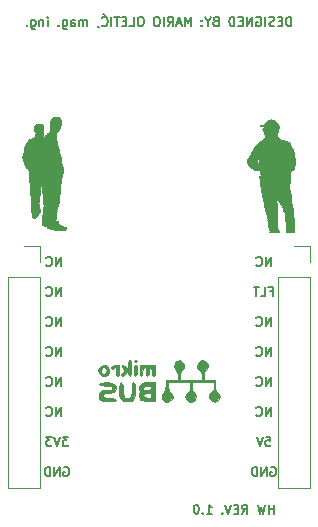
<source format=gbr>
G04 #@! TF.GenerationSoftware,KiCad,Pcbnew,(5.1.5)-3*
G04 #@! TF.CreationDate,2020-05-07T13:41:12+02:00*
G04 #@! TF.ProjectId,TPS25921A_eFuse,54505332-3539-4323-9141-5f6546757365,rev?*
G04 #@! TF.SameCoordinates,Original*
G04 #@! TF.FileFunction,Legend,Bot*
G04 #@! TF.FilePolarity,Positive*
%FSLAX46Y46*%
G04 Gerber Fmt 4.6, Leading zero omitted, Abs format (unit mm)*
G04 Created by KiCad (PCBNEW (5.1.5)-3) date 2020-05-07 13:41:12*
%MOMM*%
%LPD*%
G04 APERTURE LIST*
%ADD10C,0.150000*%
%ADD11C,0.010000*%
%ADD12C,0.120000*%
G04 APERTURE END LIST*
D10*
X227076000Y-85434714D02*
X227076000Y-84672714D01*
X226894571Y-84672714D01*
X226785714Y-84709000D01*
X226713142Y-84781571D01*
X226676857Y-84854142D01*
X226640571Y-84999285D01*
X226640571Y-85108142D01*
X226676857Y-85253285D01*
X226713142Y-85325857D01*
X226785714Y-85398428D01*
X226894571Y-85434714D01*
X227076000Y-85434714D01*
X226314000Y-85035571D02*
X226060000Y-85035571D01*
X225951142Y-85434714D02*
X226314000Y-85434714D01*
X226314000Y-84672714D01*
X225951142Y-84672714D01*
X225660857Y-85398428D02*
X225552000Y-85434714D01*
X225370571Y-85434714D01*
X225298000Y-85398428D01*
X225261714Y-85362142D01*
X225225428Y-85289571D01*
X225225428Y-85217000D01*
X225261714Y-85144428D01*
X225298000Y-85108142D01*
X225370571Y-85071857D01*
X225515714Y-85035571D01*
X225588285Y-84999285D01*
X225624571Y-84963000D01*
X225660857Y-84890428D01*
X225660857Y-84817857D01*
X225624571Y-84745285D01*
X225588285Y-84709000D01*
X225515714Y-84672714D01*
X225334285Y-84672714D01*
X225225428Y-84709000D01*
X224898857Y-85434714D02*
X224898857Y-84672714D01*
X224136857Y-84709000D02*
X224209428Y-84672714D01*
X224318285Y-84672714D01*
X224427142Y-84709000D01*
X224499714Y-84781571D01*
X224536000Y-84854142D01*
X224572285Y-84999285D01*
X224572285Y-85108142D01*
X224536000Y-85253285D01*
X224499714Y-85325857D01*
X224427142Y-85398428D01*
X224318285Y-85434714D01*
X224245714Y-85434714D01*
X224136857Y-85398428D01*
X224100571Y-85362142D01*
X224100571Y-85108142D01*
X224245714Y-85108142D01*
X223774000Y-85434714D02*
X223774000Y-84672714D01*
X223338571Y-85434714D01*
X223338571Y-84672714D01*
X222975714Y-85035571D02*
X222721714Y-85035571D01*
X222612857Y-85434714D02*
X222975714Y-85434714D01*
X222975714Y-84672714D01*
X222612857Y-84672714D01*
X222286285Y-85434714D02*
X222286285Y-84672714D01*
X222104857Y-84672714D01*
X221996000Y-84709000D01*
X221923428Y-84781571D01*
X221887142Y-84854142D01*
X221850857Y-84999285D01*
X221850857Y-85108142D01*
X221887142Y-85253285D01*
X221923428Y-85325857D01*
X221996000Y-85398428D01*
X222104857Y-85434714D01*
X222286285Y-85434714D01*
X220689714Y-85035571D02*
X220580857Y-85071857D01*
X220544571Y-85108142D01*
X220508285Y-85180714D01*
X220508285Y-85289571D01*
X220544571Y-85362142D01*
X220580857Y-85398428D01*
X220653428Y-85434714D01*
X220943714Y-85434714D01*
X220943714Y-84672714D01*
X220689714Y-84672714D01*
X220617142Y-84709000D01*
X220580857Y-84745285D01*
X220544571Y-84817857D01*
X220544571Y-84890428D01*
X220580857Y-84963000D01*
X220617142Y-84999285D01*
X220689714Y-85035571D01*
X220943714Y-85035571D01*
X220036571Y-85071857D02*
X220036571Y-85434714D01*
X220290571Y-84672714D02*
X220036571Y-85071857D01*
X219782571Y-84672714D01*
X219528571Y-85362142D02*
X219492285Y-85398428D01*
X219528571Y-85434714D01*
X219564857Y-85398428D01*
X219528571Y-85362142D01*
X219528571Y-85434714D01*
X219528571Y-84963000D02*
X219492285Y-84999285D01*
X219528571Y-85035571D01*
X219564857Y-84999285D01*
X219528571Y-84963000D01*
X219528571Y-85035571D01*
X218585142Y-85434714D02*
X218585142Y-84672714D01*
X218331142Y-85217000D01*
X218077142Y-84672714D01*
X218077142Y-85434714D01*
X217750571Y-85217000D02*
X217387714Y-85217000D01*
X217823142Y-85434714D02*
X217569142Y-84672714D01*
X217315142Y-85434714D01*
X216625714Y-85434714D02*
X216879714Y-85071857D01*
X217061142Y-85434714D02*
X217061142Y-84672714D01*
X216770857Y-84672714D01*
X216698285Y-84709000D01*
X216662000Y-84745285D01*
X216625714Y-84817857D01*
X216625714Y-84926714D01*
X216662000Y-84999285D01*
X216698285Y-85035571D01*
X216770857Y-85071857D01*
X217061142Y-85071857D01*
X216299142Y-85434714D02*
X216299142Y-84672714D01*
X215791142Y-84672714D02*
X215646000Y-84672714D01*
X215573428Y-84709000D01*
X215500857Y-84781571D01*
X215464571Y-84926714D01*
X215464571Y-85180714D01*
X215500857Y-85325857D01*
X215573428Y-85398428D01*
X215646000Y-85434714D01*
X215791142Y-85434714D01*
X215863714Y-85398428D01*
X215936285Y-85325857D01*
X215972571Y-85180714D01*
X215972571Y-84926714D01*
X215936285Y-84781571D01*
X215863714Y-84709000D01*
X215791142Y-84672714D01*
X214412285Y-84672714D02*
X214267142Y-84672714D01*
X214194571Y-84709000D01*
X214122000Y-84781571D01*
X214085714Y-84926714D01*
X214085714Y-85180714D01*
X214122000Y-85325857D01*
X214194571Y-85398428D01*
X214267142Y-85434714D01*
X214412285Y-85434714D01*
X214484857Y-85398428D01*
X214557428Y-85325857D01*
X214593714Y-85180714D01*
X214593714Y-84926714D01*
X214557428Y-84781571D01*
X214484857Y-84709000D01*
X214412285Y-84672714D01*
X213396285Y-85434714D02*
X213759142Y-85434714D01*
X213759142Y-84672714D01*
X213142285Y-85035571D02*
X212888285Y-85035571D01*
X212779428Y-85434714D02*
X213142285Y-85434714D01*
X213142285Y-84672714D01*
X212779428Y-84672714D01*
X212561714Y-84672714D02*
X212126285Y-84672714D01*
X212344000Y-85434714D02*
X212344000Y-84672714D01*
X211872285Y-85434714D02*
X211872285Y-84672714D01*
X211074000Y-85362142D02*
X211110285Y-85398428D01*
X211219142Y-85434714D01*
X211291714Y-85434714D01*
X211400571Y-85398428D01*
X211473142Y-85325857D01*
X211509428Y-85253285D01*
X211545714Y-85108142D01*
X211545714Y-84999285D01*
X211509428Y-84854142D01*
X211473142Y-84781571D01*
X211400571Y-84709000D01*
X211291714Y-84672714D01*
X211219142Y-84672714D01*
X211110285Y-84709000D01*
X211074000Y-84745285D01*
X211182857Y-84382428D02*
X211291714Y-84491285D01*
X210711142Y-85398428D02*
X210711142Y-85434714D01*
X210747428Y-85507285D01*
X210783714Y-85543571D01*
X209804000Y-85434714D02*
X209804000Y-84926714D01*
X209804000Y-84999285D02*
X209767714Y-84963000D01*
X209695142Y-84926714D01*
X209586285Y-84926714D01*
X209513714Y-84963000D01*
X209477428Y-85035571D01*
X209477428Y-85434714D01*
X209477428Y-85035571D02*
X209441142Y-84963000D01*
X209368571Y-84926714D01*
X209259714Y-84926714D01*
X209187142Y-84963000D01*
X209150857Y-85035571D01*
X209150857Y-85434714D01*
X208461428Y-85434714D02*
X208461428Y-85035571D01*
X208497714Y-84963000D01*
X208570285Y-84926714D01*
X208715428Y-84926714D01*
X208788000Y-84963000D01*
X208461428Y-85398428D02*
X208534000Y-85434714D01*
X208715428Y-85434714D01*
X208788000Y-85398428D01*
X208824285Y-85325857D01*
X208824285Y-85253285D01*
X208788000Y-85180714D01*
X208715428Y-85144428D01*
X208534000Y-85144428D01*
X208461428Y-85108142D01*
X207772000Y-84926714D02*
X207772000Y-85543571D01*
X207808285Y-85616142D01*
X207844571Y-85652428D01*
X207917142Y-85688714D01*
X208026000Y-85688714D01*
X208098571Y-85652428D01*
X207772000Y-85398428D02*
X207844571Y-85434714D01*
X207989714Y-85434714D01*
X208062285Y-85398428D01*
X208098571Y-85362142D01*
X208134857Y-85289571D01*
X208134857Y-85071857D01*
X208098571Y-84999285D01*
X208062285Y-84963000D01*
X207989714Y-84926714D01*
X207844571Y-84926714D01*
X207772000Y-84963000D01*
X207409142Y-85362142D02*
X207372857Y-85398428D01*
X207409142Y-85434714D01*
X207445428Y-85398428D01*
X207409142Y-85362142D01*
X207409142Y-85434714D01*
X206465714Y-85434714D02*
X206465714Y-84926714D01*
X206465714Y-84672714D02*
X206502000Y-84709000D01*
X206465714Y-84745285D01*
X206429428Y-84709000D01*
X206465714Y-84672714D01*
X206465714Y-84745285D01*
X206102857Y-84926714D02*
X206102857Y-85434714D01*
X206102857Y-84999285D02*
X206066571Y-84963000D01*
X205994000Y-84926714D01*
X205885142Y-84926714D01*
X205812571Y-84963000D01*
X205776285Y-85035571D01*
X205776285Y-85434714D01*
X205086857Y-84926714D02*
X205086857Y-85543571D01*
X205123142Y-85616142D01*
X205159428Y-85652428D01*
X205232000Y-85688714D01*
X205340857Y-85688714D01*
X205413428Y-85652428D01*
X205086857Y-85398428D02*
X205159428Y-85434714D01*
X205304571Y-85434714D01*
X205377142Y-85398428D01*
X205413428Y-85362142D01*
X205449714Y-85289571D01*
X205449714Y-85071857D01*
X205413428Y-84999285D01*
X205377142Y-84963000D01*
X205304571Y-84926714D01*
X205159428Y-84926714D01*
X205086857Y-84963000D01*
X204724000Y-85362142D02*
X204687714Y-85398428D01*
X204724000Y-85434714D01*
X204760285Y-85398428D01*
X204724000Y-85362142D01*
X204724000Y-85434714D01*
X225624571Y-126709714D02*
X225624571Y-125947714D01*
X225624571Y-126310571D02*
X225189142Y-126310571D01*
X225189142Y-126709714D02*
X225189142Y-125947714D01*
X224898857Y-125947714D02*
X224717428Y-126709714D01*
X224572285Y-126165428D01*
X224427142Y-126709714D01*
X224245714Y-125947714D01*
X222939428Y-126709714D02*
X223193428Y-126346857D01*
X223374857Y-126709714D02*
X223374857Y-125947714D01*
X223084571Y-125947714D01*
X223012000Y-125984000D01*
X222975714Y-126020285D01*
X222939428Y-126092857D01*
X222939428Y-126201714D01*
X222975714Y-126274285D01*
X223012000Y-126310571D01*
X223084571Y-126346857D01*
X223374857Y-126346857D01*
X222612857Y-126310571D02*
X222358857Y-126310571D01*
X222250000Y-126709714D02*
X222612857Y-126709714D01*
X222612857Y-125947714D01*
X222250000Y-125947714D01*
X222032285Y-125947714D02*
X221778285Y-126709714D01*
X221524285Y-125947714D01*
X221270285Y-126637142D02*
X221234000Y-126673428D01*
X221270285Y-126709714D01*
X221306571Y-126673428D01*
X221270285Y-126637142D01*
X221270285Y-126709714D01*
X219927714Y-126709714D02*
X220363142Y-126709714D01*
X220145428Y-126709714D02*
X220145428Y-125947714D01*
X220218000Y-126056571D01*
X220290571Y-126129142D01*
X220363142Y-126165428D01*
X219601142Y-126637142D02*
X219564857Y-126673428D01*
X219601142Y-126709714D01*
X219637428Y-126673428D01*
X219601142Y-126637142D01*
X219601142Y-126709714D01*
X219093142Y-125947714D02*
X219020571Y-125947714D01*
X218948000Y-125984000D01*
X218911714Y-126020285D01*
X218875428Y-126092857D01*
X218839142Y-126238000D01*
X218839142Y-126419428D01*
X218875428Y-126564571D01*
X218911714Y-126637142D01*
X218948000Y-126673428D01*
X219020571Y-126709714D01*
X219093142Y-126709714D01*
X219165714Y-126673428D01*
X219202000Y-126637142D01*
X219238285Y-126564571D01*
X219274571Y-126419428D01*
X219274571Y-126238000D01*
X219238285Y-126092857D01*
X219202000Y-126020285D01*
X219165714Y-125984000D01*
X219093142Y-125947714D01*
X208207428Y-120232714D02*
X207735714Y-120232714D01*
X207989714Y-120523000D01*
X207880857Y-120523000D01*
X207808285Y-120559285D01*
X207772000Y-120595571D01*
X207735714Y-120668142D01*
X207735714Y-120849571D01*
X207772000Y-120922142D01*
X207808285Y-120958428D01*
X207880857Y-120994714D01*
X208098571Y-120994714D01*
X208171142Y-120958428D01*
X208207428Y-120922142D01*
X207518000Y-120232714D02*
X207264000Y-120994714D01*
X207010000Y-120232714D01*
X206828571Y-120232714D02*
X206356857Y-120232714D01*
X206610857Y-120523000D01*
X206502000Y-120523000D01*
X206429428Y-120559285D01*
X206393142Y-120595571D01*
X206356857Y-120668142D01*
X206356857Y-120849571D01*
X206393142Y-120922142D01*
X206429428Y-120958428D01*
X206502000Y-120994714D01*
X206719714Y-120994714D01*
X206792285Y-120958428D01*
X206828571Y-120922142D01*
X207844571Y-122809000D02*
X207917142Y-122772714D01*
X208026000Y-122772714D01*
X208134857Y-122809000D01*
X208207428Y-122881571D01*
X208243714Y-122954142D01*
X208280000Y-123099285D01*
X208280000Y-123208142D01*
X208243714Y-123353285D01*
X208207428Y-123425857D01*
X208134857Y-123498428D01*
X208026000Y-123534714D01*
X207953428Y-123534714D01*
X207844571Y-123498428D01*
X207808285Y-123462142D01*
X207808285Y-123208142D01*
X207953428Y-123208142D01*
X207481714Y-123534714D02*
X207481714Y-122772714D01*
X207046285Y-123534714D01*
X207046285Y-122772714D01*
X206683428Y-123534714D02*
X206683428Y-122772714D01*
X206502000Y-122772714D01*
X206393142Y-122809000D01*
X206320571Y-122881571D01*
X206284285Y-122954142D01*
X206248000Y-123099285D01*
X206248000Y-123208142D01*
X206284285Y-123353285D01*
X206320571Y-123425857D01*
X206393142Y-123498428D01*
X206502000Y-123534714D01*
X206683428Y-123534714D01*
X225370571Y-122809000D02*
X225443142Y-122772714D01*
X225552000Y-122772714D01*
X225660857Y-122809000D01*
X225733428Y-122881571D01*
X225769714Y-122954142D01*
X225806000Y-123099285D01*
X225806000Y-123208142D01*
X225769714Y-123353285D01*
X225733428Y-123425857D01*
X225660857Y-123498428D01*
X225552000Y-123534714D01*
X225479428Y-123534714D01*
X225370571Y-123498428D01*
X225334285Y-123462142D01*
X225334285Y-123208142D01*
X225479428Y-123208142D01*
X225007714Y-123534714D02*
X225007714Y-122772714D01*
X224572285Y-123534714D01*
X224572285Y-122772714D01*
X224209428Y-123534714D02*
X224209428Y-122772714D01*
X224028000Y-122772714D01*
X223919142Y-122809000D01*
X223846571Y-122881571D01*
X223810285Y-122954142D01*
X223774000Y-123099285D01*
X223774000Y-123208142D01*
X223810285Y-123353285D01*
X223846571Y-123425857D01*
X223919142Y-123498428D01*
X224028000Y-123534714D01*
X224209428Y-123534714D01*
X224935142Y-120232714D02*
X225298000Y-120232714D01*
X225334285Y-120595571D01*
X225298000Y-120559285D01*
X225225428Y-120523000D01*
X225044000Y-120523000D01*
X224971428Y-120559285D01*
X224935142Y-120595571D01*
X224898857Y-120668142D01*
X224898857Y-120849571D01*
X224935142Y-120922142D01*
X224971428Y-120958428D01*
X225044000Y-120994714D01*
X225225428Y-120994714D01*
X225298000Y-120958428D01*
X225334285Y-120922142D01*
X224681142Y-120232714D02*
X224427142Y-120994714D01*
X224173142Y-120232714D01*
X225279857Y-107895571D02*
X225533857Y-107895571D01*
X225533857Y-108294714D02*
X225533857Y-107532714D01*
X225171000Y-107532714D01*
X224517857Y-108294714D02*
X224880714Y-108294714D01*
X224880714Y-107532714D01*
X224372714Y-107532714D02*
X223937285Y-107532714D01*
X224155000Y-108294714D02*
X224155000Y-107532714D01*
X225388714Y-105754714D02*
X225388714Y-104992714D01*
X224953285Y-105754714D01*
X224953285Y-104992714D01*
X224155000Y-105682142D02*
X224191285Y-105718428D01*
X224300142Y-105754714D01*
X224372714Y-105754714D01*
X224481571Y-105718428D01*
X224554142Y-105645857D01*
X224590428Y-105573285D01*
X224626714Y-105428142D01*
X224626714Y-105319285D01*
X224590428Y-105174142D01*
X224554142Y-105101571D01*
X224481571Y-105029000D01*
X224372714Y-104992714D01*
X224300142Y-104992714D01*
X224191285Y-105029000D01*
X224155000Y-105065285D01*
X225388714Y-110834714D02*
X225388714Y-110072714D01*
X224953285Y-110834714D01*
X224953285Y-110072714D01*
X224155000Y-110762142D02*
X224191285Y-110798428D01*
X224300142Y-110834714D01*
X224372714Y-110834714D01*
X224481571Y-110798428D01*
X224554142Y-110725857D01*
X224590428Y-110653285D01*
X224626714Y-110508142D01*
X224626714Y-110399285D01*
X224590428Y-110254142D01*
X224554142Y-110181571D01*
X224481571Y-110109000D01*
X224372714Y-110072714D01*
X224300142Y-110072714D01*
X224191285Y-110109000D01*
X224155000Y-110145285D01*
X225388714Y-113374714D02*
X225388714Y-112612714D01*
X224953285Y-113374714D01*
X224953285Y-112612714D01*
X224155000Y-113302142D02*
X224191285Y-113338428D01*
X224300142Y-113374714D01*
X224372714Y-113374714D01*
X224481571Y-113338428D01*
X224554142Y-113265857D01*
X224590428Y-113193285D01*
X224626714Y-113048142D01*
X224626714Y-112939285D01*
X224590428Y-112794142D01*
X224554142Y-112721571D01*
X224481571Y-112649000D01*
X224372714Y-112612714D01*
X224300142Y-112612714D01*
X224191285Y-112649000D01*
X224155000Y-112685285D01*
X225388714Y-115914714D02*
X225388714Y-115152714D01*
X224953285Y-115914714D01*
X224953285Y-115152714D01*
X224155000Y-115842142D02*
X224191285Y-115878428D01*
X224300142Y-115914714D01*
X224372714Y-115914714D01*
X224481571Y-115878428D01*
X224554142Y-115805857D01*
X224590428Y-115733285D01*
X224626714Y-115588142D01*
X224626714Y-115479285D01*
X224590428Y-115334142D01*
X224554142Y-115261571D01*
X224481571Y-115189000D01*
X224372714Y-115152714D01*
X224300142Y-115152714D01*
X224191285Y-115189000D01*
X224155000Y-115225285D01*
X225388714Y-118454714D02*
X225388714Y-117692714D01*
X224953285Y-118454714D01*
X224953285Y-117692714D01*
X224155000Y-118382142D02*
X224191285Y-118418428D01*
X224300142Y-118454714D01*
X224372714Y-118454714D01*
X224481571Y-118418428D01*
X224554142Y-118345857D01*
X224590428Y-118273285D01*
X224626714Y-118128142D01*
X224626714Y-118019285D01*
X224590428Y-117874142D01*
X224554142Y-117801571D01*
X224481571Y-117729000D01*
X224372714Y-117692714D01*
X224300142Y-117692714D01*
X224191285Y-117729000D01*
X224155000Y-117765285D01*
X207608714Y-118454714D02*
X207608714Y-117692714D01*
X207173285Y-118454714D01*
X207173285Y-117692714D01*
X206375000Y-118382142D02*
X206411285Y-118418428D01*
X206520142Y-118454714D01*
X206592714Y-118454714D01*
X206701571Y-118418428D01*
X206774142Y-118345857D01*
X206810428Y-118273285D01*
X206846714Y-118128142D01*
X206846714Y-118019285D01*
X206810428Y-117874142D01*
X206774142Y-117801571D01*
X206701571Y-117729000D01*
X206592714Y-117692714D01*
X206520142Y-117692714D01*
X206411285Y-117729000D01*
X206375000Y-117765285D01*
X207608714Y-115914714D02*
X207608714Y-115152714D01*
X207173285Y-115914714D01*
X207173285Y-115152714D01*
X206375000Y-115842142D02*
X206411285Y-115878428D01*
X206520142Y-115914714D01*
X206592714Y-115914714D01*
X206701571Y-115878428D01*
X206774142Y-115805857D01*
X206810428Y-115733285D01*
X206846714Y-115588142D01*
X206846714Y-115479285D01*
X206810428Y-115334142D01*
X206774142Y-115261571D01*
X206701571Y-115189000D01*
X206592714Y-115152714D01*
X206520142Y-115152714D01*
X206411285Y-115189000D01*
X206375000Y-115225285D01*
X207608714Y-113374714D02*
X207608714Y-112612714D01*
X207173285Y-113374714D01*
X207173285Y-112612714D01*
X206375000Y-113302142D02*
X206411285Y-113338428D01*
X206520142Y-113374714D01*
X206592714Y-113374714D01*
X206701571Y-113338428D01*
X206774142Y-113265857D01*
X206810428Y-113193285D01*
X206846714Y-113048142D01*
X206846714Y-112939285D01*
X206810428Y-112794142D01*
X206774142Y-112721571D01*
X206701571Y-112649000D01*
X206592714Y-112612714D01*
X206520142Y-112612714D01*
X206411285Y-112649000D01*
X206375000Y-112685285D01*
X207608714Y-110834714D02*
X207608714Y-110072714D01*
X207173285Y-110834714D01*
X207173285Y-110072714D01*
X206375000Y-110762142D02*
X206411285Y-110798428D01*
X206520142Y-110834714D01*
X206592714Y-110834714D01*
X206701571Y-110798428D01*
X206774142Y-110725857D01*
X206810428Y-110653285D01*
X206846714Y-110508142D01*
X206846714Y-110399285D01*
X206810428Y-110254142D01*
X206774142Y-110181571D01*
X206701571Y-110109000D01*
X206592714Y-110072714D01*
X206520142Y-110072714D01*
X206411285Y-110109000D01*
X206375000Y-110145285D01*
X207608714Y-108294714D02*
X207608714Y-107532714D01*
X207173285Y-108294714D01*
X207173285Y-107532714D01*
X206375000Y-108222142D02*
X206411285Y-108258428D01*
X206520142Y-108294714D01*
X206592714Y-108294714D01*
X206701571Y-108258428D01*
X206774142Y-108185857D01*
X206810428Y-108113285D01*
X206846714Y-107968142D01*
X206846714Y-107859285D01*
X206810428Y-107714142D01*
X206774142Y-107641571D01*
X206701571Y-107569000D01*
X206592714Y-107532714D01*
X206520142Y-107532714D01*
X206411285Y-107569000D01*
X206375000Y-107605285D01*
X207608714Y-105754714D02*
X207608714Y-104992714D01*
X207173285Y-105754714D01*
X207173285Y-104992714D01*
X206375000Y-105682142D02*
X206411285Y-105718428D01*
X206520142Y-105754714D01*
X206592714Y-105754714D01*
X206701571Y-105718428D01*
X206774142Y-105645857D01*
X206810428Y-105573285D01*
X206846714Y-105428142D01*
X206846714Y-105319285D01*
X206810428Y-105174142D01*
X206774142Y-105101571D01*
X206701571Y-105029000D01*
X206592714Y-104992714D01*
X206520142Y-104992714D01*
X206411285Y-105029000D01*
X206375000Y-105065285D01*
D11*
G36*
X224282000Y-97036466D02*
G01*
X224290467Y-97044933D01*
X224298933Y-97036466D01*
X224290467Y-97028000D01*
X224282000Y-97036466D01*
G37*
X224282000Y-97036466D02*
X224290467Y-97044933D01*
X224298933Y-97036466D01*
X224290467Y-97028000D01*
X224282000Y-97036466D01*
G36*
X224713481Y-94229479D02*
G01*
X224716143Y-94242466D01*
X224728162Y-94264747D01*
X224732545Y-94267866D01*
X224738464Y-94254039D01*
X224739200Y-94242466D01*
X224730338Y-94219928D01*
X224722798Y-94217066D01*
X224713481Y-94229479D01*
G37*
X224713481Y-94229479D02*
X224716143Y-94242466D01*
X224728162Y-94264747D01*
X224732545Y-94267866D01*
X224738464Y-94254039D01*
X224739200Y-94242466D01*
X224730338Y-94219928D01*
X224722798Y-94217066D01*
X224713481Y-94229479D01*
G36*
X226404041Y-95088387D02*
G01*
X226415600Y-95095830D01*
X226450462Y-95109395D01*
X226491800Y-95120019D01*
X226542600Y-95130075D01*
X226491800Y-95106134D01*
X226454054Y-95091106D01*
X226421752Y-95082449D01*
X226402533Y-95081199D01*
X226404041Y-95088387D01*
G37*
X226404041Y-95088387D02*
X226415600Y-95095830D01*
X226450462Y-95109395D01*
X226491800Y-95120019D01*
X226542600Y-95130075D01*
X226491800Y-95106134D01*
X226454054Y-95091106D01*
X226421752Y-95082449D01*
X226402533Y-95081199D01*
X226404041Y-95088387D01*
G36*
X225284128Y-93351467D02*
G01*
X225227804Y-93369608D01*
X225142348Y-93413553D01*
X225052944Y-93479647D01*
X224969667Y-93559209D01*
X224902592Y-93643561D01*
X224893751Y-93657386D01*
X224859948Y-93706448D01*
X224827411Y-93744205D01*
X224810259Y-93758086D01*
X224777977Y-93766878D01*
X224723260Y-93773835D01*
X224657537Y-93777540D01*
X224652846Y-93777640D01*
X224556958Y-93781068D01*
X224491198Y-93787556D01*
X224451913Y-93797789D01*
X224435449Y-93812450D01*
X224434400Y-93818531D01*
X224450089Y-93849785D01*
X224492445Y-93874980D01*
X224554405Y-93891068D01*
X224612374Y-93895333D01*
X224673055Y-93898292D01*
X224713054Y-93909788D01*
X224745242Y-93933753D01*
X224748436Y-93936897D01*
X224776718Y-93971515D01*
X224789879Y-94000111D01*
X224790000Y-94002029D01*
X224777512Y-94050526D01*
X224746835Y-94101738D01*
X224708148Y-94139880D01*
X224697016Y-94146184D01*
X224665239Y-94164378D01*
X224657985Y-94186204D01*
X224671079Y-94224630D01*
X224671466Y-94225533D01*
X224682555Y-94248232D01*
X224686409Y-94239298D01*
X224687210Y-94220881D01*
X224700283Y-94188428D01*
X224730456Y-94165711D01*
X224767547Y-94154945D01*
X224801374Y-94158347D01*
X224821758Y-94178133D01*
X224823866Y-94191135D01*
X224814886Y-94214008D01*
X224806933Y-94217066D01*
X224790955Y-94203838D01*
X224790000Y-94197311D01*
X224783346Y-94185769D01*
X224779120Y-94188435D01*
X224779108Y-94208462D01*
X224788316Y-94223504D01*
X224799816Y-94253754D01*
X224797917Y-94289857D01*
X224785686Y-94319324D01*
X224766186Y-94329663D01*
X224762511Y-94328675D01*
X224742981Y-94324944D01*
X224743436Y-94339046D01*
X224764335Y-94375110D01*
X224768362Y-94381298D01*
X224788135Y-94429256D01*
X224792527Y-94473443D01*
X224798201Y-94523379D01*
X224814165Y-94559109D01*
X224834907Y-94606143D01*
X224840800Y-94643661D01*
X224855265Y-94691478D01*
X224891600Y-94727744D01*
X224925091Y-94759319D01*
X224941929Y-94788539D01*
X224942400Y-94792598D01*
X224928111Y-94832175D01*
X224894060Y-94857445D01*
X224876215Y-94860533D01*
X224851875Y-94871851D01*
X224813075Y-94901458D01*
X224770262Y-94940967D01*
X224696279Y-95013955D01*
X224637713Y-95068349D01*
X224586782Y-95110227D01*
X224535703Y-95145667D01*
X224476692Y-95180746D01*
X224430971Y-95205920D01*
X224348091Y-95254096D01*
X224291083Y-95295750D01*
X224253854Y-95335556D01*
X224245348Y-95348299D01*
X224210103Y-95399013D01*
X224164917Y-95455387D01*
X224144317Y-95478600D01*
X224089747Y-95539618D01*
X224041176Y-95597798D01*
X224003376Y-95647048D01*
X223981114Y-95681278D01*
X223977200Y-95692006D01*
X223966837Y-95711878D01*
X223940466Y-95746729D01*
X223922167Y-95768209D01*
X223879567Y-95824423D01*
X223827804Y-95905510D01*
X223770463Y-96004969D01*
X223711129Y-96116299D01*
X223653389Y-96232998D01*
X223600827Y-96348564D01*
X223596282Y-96359133D01*
X223573830Y-96403605D01*
X223538201Y-96465442D01*
X223495533Y-96534191D01*
X223475254Y-96565226D01*
X223424114Y-96647228D01*
X223391137Y-96714321D01*
X223371683Y-96776637D01*
X223366682Y-96802293D01*
X223357542Y-96923924D01*
X223369117Y-97042446D01*
X223400085Y-97145902D01*
X223406127Y-97158984D01*
X223435943Y-97202915D01*
X223486021Y-97259425D01*
X223548960Y-97321553D01*
X223617360Y-97382338D01*
X223683820Y-97434820D01*
X223736050Y-97469309D01*
X223823697Y-97520860D01*
X223880749Y-97558235D01*
X223907329Y-97581517D01*
X223909467Y-97586637D01*
X223921213Y-97600435D01*
X223957976Y-97610705D01*
X224022045Y-97617718D01*
X224115706Y-97621742D01*
X224217280Y-97623006D01*
X224316464Y-97624334D01*
X224385624Y-97628580D01*
X224428578Y-97637321D01*
X224449141Y-97652131D01*
X224451131Y-97674586D01*
X224438365Y-97706260D01*
X224434921Y-97712825D01*
X224422575Y-97753048D01*
X224434101Y-97789441D01*
X224450148Y-97825605D01*
X224471030Y-97880629D01*
X224487452Y-97928295D01*
X224520711Y-98029608D01*
X224461579Y-98095060D01*
X224408503Y-98170691D01*
X224388984Y-98243257D01*
X224402908Y-98313353D01*
X224415699Y-98337474D01*
X224444259Y-98413787D01*
X224449924Y-98510198D01*
X224435241Y-98609418D01*
X224428517Y-98664136D01*
X224440708Y-98712059D01*
X224452579Y-98736167D01*
X224477625Y-98809795D01*
X224485200Y-98886726D01*
X224490238Y-98952247D01*
X224502989Y-99014857D01*
X224510600Y-99037212D01*
X224526782Y-99093991D01*
X224535523Y-99159796D01*
X224536023Y-99176368D01*
X224539092Y-99230928D01*
X224547199Y-99304545D01*
X224558729Y-99383073D01*
X224561400Y-99398667D01*
X224573417Y-99476036D01*
X224582360Y-99551033D01*
X224586623Y-99609725D01*
X224586773Y-99618800D01*
X224592560Y-99677584D01*
X224608975Y-99762233D01*
X224634632Y-99866947D01*
X224668147Y-99985927D01*
X224695990Y-100076000D01*
X224712569Y-100136818D01*
X224728849Y-100210884D01*
X224737095Y-100256612D01*
X224750373Y-100321629D01*
X224767202Y-100380368D01*
X224779377Y-100410496D01*
X224793725Y-100454141D01*
X224804604Y-100516355D01*
X224808868Y-100568551D01*
X224816426Y-100648104D01*
X224831523Y-100733584D01*
X224842910Y-100778733D01*
X224861588Y-100850072D01*
X224880384Y-100935256D01*
X224893757Y-101007333D01*
X224908534Y-101080852D01*
X224930795Y-101171551D01*
X224956787Y-101264660D01*
X224969806Y-101306862D01*
X224994228Y-101385875D01*
X225015504Y-101459941D01*
X225030764Y-101518793D01*
X225036081Y-101543929D01*
X225049474Y-101603123D01*
X225068714Y-101667627D01*
X225073114Y-101680182D01*
X225091267Y-101774260D01*
X225088163Y-101820974D01*
X225084978Y-101876245D01*
X225099687Y-101919828D01*
X225113123Y-101940619D01*
X225128165Y-101965344D01*
X225138651Y-101994434D01*
X225145577Y-102034621D01*
X225149936Y-102092636D01*
X225152722Y-102175211D01*
X225153580Y-102214693D01*
X225155923Y-102300089D01*
X225159162Y-102374493D01*
X225162897Y-102430685D01*
X225166730Y-102461442D01*
X225167354Y-102463600D01*
X225175117Y-102495923D01*
X225182966Y-102545137D01*
X225184849Y-102560381D01*
X225199189Y-102618493D01*
X225224122Y-102670604D01*
X225229752Y-102678459D01*
X225255930Y-102725569D01*
X225256772Y-102776755D01*
X225256075Y-102780645D01*
X225245665Y-102836133D01*
X226030083Y-102836133D01*
X226018365Y-102798033D01*
X226007535Y-102757517D01*
X225994747Y-102702690D01*
X225990951Y-102685024D01*
X225974898Y-102631391D01*
X225953741Y-102587902D01*
X225946724Y-102578587D01*
X225933269Y-102555509D01*
X225923023Y-102516567D01*
X225915066Y-102456254D01*
X225908473Y-102369065D01*
X225906809Y-102340230D01*
X225900561Y-102254071D01*
X225892118Y-102175081D01*
X225882617Y-102112347D01*
X225873781Y-102076426D01*
X225863627Y-102035893D01*
X225859692Y-101979930D01*
X225861746Y-101901669D01*
X225865895Y-101839360D01*
X225874303Y-101686346D01*
X225878482Y-101506369D01*
X225878344Y-101306080D01*
X225875254Y-101142800D01*
X225874161Y-101081910D01*
X225873325Y-100996198D01*
X225872800Y-100894707D01*
X225872638Y-100786482D01*
X225872742Y-100721115D01*
X225872213Y-100623811D01*
X225870219Y-100537873D01*
X225867019Y-100469201D01*
X225862872Y-100423696D01*
X225858981Y-100407848D01*
X225848548Y-100381231D01*
X225838110Y-100333904D01*
X225833366Y-100302597D01*
X225829049Y-100244677D01*
X225835826Y-100206370D01*
X225853875Y-100177007D01*
X225885469Y-100150552D01*
X225917128Y-100152621D01*
X225951914Y-100184644D01*
X225988158Y-100239796D01*
X226027447Y-100299995D01*
X226076315Y-100364979D01*
X226103177Y-100396913D01*
X226145640Y-100446389D01*
X226182625Y-100492524D01*
X226199905Y-100516266D01*
X226223938Y-100551374D01*
X226259989Y-100602877D01*
X226300293Y-100659685D01*
X226300661Y-100660200D01*
X226334834Y-100709123D01*
X226356204Y-100746609D01*
X226367863Y-100783383D01*
X226372900Y-100830171D01*
X226374406Y-100897698D01*
X226374573Y-100916743D01*
X226375880Y-101071687D01*
X226445268Y-101150516D01*
X226492952Y-101211263D01*
X226526988Y-101273012D01*
X226549409Y-101343104D01*
X226562248Y-101428883D01*
X226567539Y-101537691D01*
X226568000Y-101593723D01*
X226570927Y-101714808D01*
X226579290Y-101817868D01*
X226592460Y-101895353D01*
X226593465Y-101899314D01*
X226603910Y-101956298D01*
X226612860Y-102041992D01*
X226620414Y-102157806D01*
X226626672Y-102305153D01*
X226630041Y-102416607D01*
X226641153Y-102836133D01*
X227300279Y-102836133D01*
X227294932Y-102332367D01*
X227294005Y-102202983D01*
X227293994Y-102082869D01*
X227294831Y-101976688D01*
X227296451Y-101889100D01*
X227298788Y-101824769D01*
X227301776Y-101788356D01*
X227302703Y-101783857D01*
X227303686Y-101726419D01*
X227287453Y-101684254D01*
X227267538Y-101618772D01*
X227271217Y-101568130D01*
X227277383Y-101522311D01*
X227282185Y-101458859D01*
X227285485Y-101385739D01*
X227287147Y-101310916D01*
X227287036Y-101242354D01*
X227285013Y-101188021D01*
X227280944Y-101155879D01*
X227278370Y-101150753D01*
X227272850Y-101130998D01*
X227271840Y-101088234D01*
X227274143Y-101049276D01*
X227276945Y-100990468D01*
X227270042Y-100950137D01*
X227249946Y-100913467D01*
X227238506Y-100897911D01*
X227210371Y-100849853D01*
X227195322Y-100802385D01*
X227194533Y-100792312D01*
X227186424Y-100746136D01*
X227166358Y-100692477D01*
X227160666Y-100681177D01*
X227138459Y-100625362D01*
X227127161Y-100568832D01*
X227126800Y-100559661D01*
X227122317Y-100517461D01*
X227111374Y-100492029D01*
X227109866Y-100490866D01*
X227102625Y-100470300D01*
X227096987Y-100423052D01*
X227093607Y-100356295D01*
X227092933Y-100305912D01*
X227091268Y-100220920D01*
X227086802Y-100138037D01*
X227080330Y-100069873D01*
X227076452Y-100044520D01*
X227068325Y-99985361D01*
X227061710Y-99907320D01*
X227057820Y-99825381D01*
X227057467Y-99809375D01*
X227054393Y-99736522D01*
X227048401Y-99672245D01*
X227040609Y-99627413D01*
X227037858Y-99618800D01*
X227027692Y-99578113D01*
X227020052Y-99519370D01*
X227017537Y-99479179D01*
X227010487Y-99408849D01*
X226993141Y-99361686D01*
X226979747Y-99343713D01*
X226954459Y-99299980D01*
X226933519Y-99236143D01*
X226919543Y-99165152D01*
X226915148Y-99099957D01*
X226921716Y-99056489D01*
X226928912Y-99002276D01*
X226920475Y-98934402D01*
X226912748Y-98889491D01*
X226913750Y-98852885D01*
X226925812Y-98812643D01*
X226951266Y-98756823D01*
X226957731Y-98743630D01*
X226985628Y-98684430D01*
X226999189Y-98645803D01*
X227000338Y-98618619D01*
X226991001Y-98593743D01*
X226989806Y-98591480D01*
X226976986Y-98555552D01*
X226986076Y-98538199D01*
X226996080Y-98514879D01*
X226994105Y-98463270D01*
X226990212Y-98435577D01*
X226984498Y-98358720D01*
X226987356Y-98266630D01*
X226992562Y-98215443D01*
X226998727Y-98141151D01*
X227001465Y-98047875D01*
X227000509Y-97950351D01*
X226998276Y-97899623D01*
X226993707Y-97810761D01*
X226994313Y-97749741D01*
X227002916Y-97710619D01*
X227022334Y-97687453D01*
X227055387Y-97674300D01*
X227104897Y-97665217D01*
X227109866Y-97664456D01*
X227195760Y-97639932D01*
X227259219Y-97594190D01*
X227303096Y-97524054D01*
X227330243Y-97426348D01*
X227331742Y-97417466D01*
X227344487Y-97351440D01*
X227360243Y-97285241D01*
X227363471Y-97273533D01*
X227398199Y-97138066D01*
X224380299Y-97138066D01*
X224378468Y-97166986D01*
X224373167Y-97169532D01*
X224372493Y-97168022D01*
X224369143Y-97134406D01*
X224371865Y-97117222D01*
X224377255Y-97110317D01*
X224380187Y-97132808D01*
X224380299Y-97138066D01*
X227398199Y-97138066D01*
X227398518Y-97136823D01*
X227418016Y-97024056D01*
X227420931Y-96964556D01*
X224374594Y-96964556D01*
X224373276Y-97012490D01*
X224367558Y-97037486D01*
X224356901Y-97044925D01*
X224356396Y-97044933D01*
X224335752Y-97059396D01*
X224322467Y-97088675D01*
X224315571Y-97108819D01*
X224306726Y-97110041D01*
X224292343Y-97088597D01*
X224268834Y-97040747D01*
X224261554Y-97025175D01*
X224246988Y-96994133D01*
X224197333Y-96994133D01*
X224193918Y-97021048D01*
X224181150Y-97018343D01*
X224177013Y-97014453D01*
X224165412Y-96991410D01*
X224177013Y-96973813D01*
X224192178Y-96965478D01*
X224197210Y-96985983D01*
X224197333Y-96994133D01*
X224246988Y-96994133D01*
X224232452Y-96963159D01*
X224205722Y-96907018D01*
X224188548Y-96871745D01*
X224175874Y-96833246D01*
X224181944Y-96815379D01*
X224198366Y-96795039D01*
X224221435Y-96754902D01*
X224233604Y-96730334D01*
X224260781Y-96681891D01*
X224287035Y-96659438D01*
X224308942Y-96655466D01*
X224329943Y-96657884D01*
X224344901Y-96668610D01*
X224355227Y-96692852D01*
X224362334Y-96735816D01*
X224367632Y-96802712D01*
X224372050Y-96888300D01*
X224374594Y-96964556D01*
X227420931Y-96964556D01*
X227422652Y-96929456D01*
X227413746Y-96850313D01*
X227402851Y-96785404D01*
X227391926Y-96701714D01*
X227382865Y-96614273D01*
X227380652Y-96587733D01*
X227370341Y-96495719D01*
X227354200Y-96396365D01*
X227335330Y-96308145D01*
X227330937Y-96291400D01*
X227309675Y-96212674D01*
X227299238Y-96172867D01*
X225266958Y-96172867D01*
X225236494Y-96227900D01*
X225212202Y-96269018D01*
X225199774Y-96281983D01*
X225196776Y-96270233D01*
X225206840Y-96249541D01*
X225230683Y-96216874D01*
X225232055Y-96215200D01*
X225266958Y-96172867D01*
X227299238Y-96172867D01*
X227288633Y-96132426D01*
X227272103Y-96067041D01*
X227271069Y-96062800D01*
X227248084Y-95976537D01*
X227226428Y-95911036D01*
X227207747Y-95870734D01*
X227195646Y-95859600D01*
X227186928Y-95853130D01*
X227172583Y-95831393D01*
X227150779Y-95790896D01*
X227119684Y-95728147D01*
X227077469Y-95639655D01*
X227052704Y-95586979D01*
X227028641Y-95529375D01*
X227012260Y-95478226D01*
X227007666Y-95451512D01*
X226998077Y-95401720D01*
X226967934Y-95351476D01*
X226912884Y-95293987D01*
X226898200Y-95280755D01*
X226894793Y-95278187D01*
X226836988Y-95278187D01*
X226830450Y-95278715D01*
X226807850Y-95267539D01*
X226782187Y-95249363D01*
X226778619Y-95236936D01*
X226796378Y-95239651D01*
X226818170Y-95257219D01*
X226836988Y-95278187D01*
X226894793Y-95278187D01*
X226843997Y-95239900D01*
X226779126Y-95201175D01*
X226714095Y-95169910D01*
X226659413Y-95151437D01*
X226637814Y-95148659D01*
X226619780Y-95151438D01*
X226632904Y-95163181D01*
X226635243Y-95164672D01*
X226654492Y-95182559D01*
X226646973Y-95191623D01*
X226618886Y-95190801D01*
X226576428Y-95179032D01*
X226568741Y-95176072D01*
X226511242Y-95158241D01*
X226440634Y-95143185D01*
X226402938Y-95137734D01*
X226338812Y-95127003D01*
X226280493Y-95111449D01*
X226254733Y-95101205D01*
X226199453Y-95069308D01*
X226148923Y-95033233D01*
X226112595Y-95000709D01*
X226072494Y-95000709D01*
X226069378Y-95011458D01*
X226052629Y-95028837D01*
X226044175Y-95013396D01*
X226043067Y-94992613D01*
X226047215Y-94968047D01*
X226061518Y-94973814D01*
X226061911Y-94974204D01*
X226072494Y-95000709D01*
X226112595Y-95000709D01*
X226111149Y-94999415D01*
X226094136Y-94974291D01*
X226093867Y-94971912D01*
X226080327Y-94943400D01*
X226044557Y-94904627D01*
X226032398Y-94894400D01*
X224984733Y-94894400D01*
X224983391Y-94910004D01*
X224977266Y-94911333D01*
X224960022Y-94899041D01*
X224959333Y-94894400D01*
X224965111Y-94877907D01*
X224966800Y-94877467D01*
X224981258Y-94889332D01*
X224984733Y-94894400D01*
X226032398Y-94894400D01*
X225993829Y-94861962D01*
X225935416Y-94821772D01*
X225898595Y-94800924D01*
X225855120Y-94776947D01*
X225841924Y-94764925D01*
X225857975Y-94763902D01*
X225858708Y-94764004D01*
X225880102Y-94765886D01*
X225893676Y-94759875D01*
X225901888Y-94739607D01*
X225907198Y-94698717D01*
X225912065Y-94630843D01*
X225912453Y-94624907D01*
X225919066Y-94551459D01*
X225928198Y-94485368D01*
X225938153Y-94438276D01*
X225940808Y-94430209D01*
X225950551Y-94384778D01*
X225943309Y-94364536D01*
X225935342Y-94352997D01*
X225935941Y-94336363D01*
X225947416Y-94307168D01*
X225972076Y-94257948D01*
X225982459Y-94238031D01*
X225999169Y-94192592D01*
X226000345Y-94176640D01*
X225986446Y-94176640D01*
X225983800Y-94183200D01*
X225968583Y-94199354D01*
X225965867Y-94200133D01*
X225958594Y-94187032D01*
X225958400Y-94183200D01*
X225971417Y-94166917D01*
X225976333Y-94166266D01*
X225986446Y-94176640D01*
X226000345Y-94176640D01*
X226002005Y-94154137D01*
X226001091Y-94150460D01*
X226005756Y-94111392D01*
X226027817Y-94083666D01*
X226050371Y-94056819D01*
X226058267Y-94024935D01*
X226054571Y-93974621D01*
X226053907Y-93969694D01*
X226035708Y-93898017D01*
X226001455Y-93812021D01*
X225956746Y-93723429D01*
X225907174Y-93643966D01*
X225883625Y-93612909D01*
X225844993Y-93574431D01*
X225788388Y-93528066D01*
X225725103Y-93482967D01*
X225715868Y-93476964D01*
X225656593Y-93437067D01*
X225624280Y-93410002D01*
X225615907Y-93392858D01*
X225621310Y-93386000D01*
X225634402Y-93375882D01*
X225628680Y-93369733D01*
X225598293Y-93364838D01*
X225568933Y-93361696D01*
X225529109Y-93357529D01*
X225470418Y-93351290D01*
X225423298Y-93346237D01*
X225347911Y-93342393D01*
X225284128Y-93351467D01*
G37*
X225284128Y-93351467D02*
X225227804Y-93369608D01*
X225142348Y-93413553D01*
X225052944Y-93479647D01*
X224969667Y-93559209D01*
X224902592Y-93643561D01*
X224893751Y-93657386D01*
X224859948Y-93706448D01*
X224827411Y-93744205D01*
X224810259Y-93758086D01*
X224777977Y-93766878D01*
X224723260Y-93773835D01*
X224657537Y-93777540D01*
X224652846Y-93777640D01*
X224556958Y-93781068D01*
X224491198Y-93787556D01*
X224451913Y-93797789D01*
X224435449Y-93812450D01*
X224434400Y-93818531D01*
X224450089Y-93849785D01*
X224492445Y-93874980D01*
X224554405Y-93891068D01*
X224612374Y-93895333D01*
X224673055Y-93898292D01*
X224713054Y-93909788D01*
X224745242Y-93933753D01*
X224748436Y-93936897D01*
X224776718Y-93971515D01*
X224789879Y-94000111D01*
X224790000Y-94002029D01*
X224777512Y-94050526D01*
X224746835Y-94101738D01*
X224708148Y-94139880D01*
X224697016Y-94146184D01*
X224665239Y-94164378D01*
X224657985Y-94186204D01*
X224671079Y-94224630D01*
X224671466Y-94225533D01*
X224682555Y-94248232D01*
X224686409Y-94239298D01*
X224687210Y-94220881D01*
X224700283Y-94188428D01*
X224730456Y-94165711D01*
X224767547Y-94154945D01*
X224801374Y-94158347D01*
X224821758Y-94178133D01*
X224823866Y-94191135D01*
X224814886Y-94214008D01*
X224806933Y-94217066D01*
X224790955Y-94203838D01*
X224790000Y-94197311D01*
X224783346Y-94185769D01*
X224779120Y-94188435D01*
X224779108Y-94208462D01*
X224788316Y-94223504D01*
X224799816Y-94253754D01*
X224797917Y-94289857D01*
X224785686Y-94319324D01*
X224766186Y-94329663D01*
X224762511Y-94328675D01*
X224742981Y-94324944D01*
X224743436Y-94339046D01*
X224764335Y-94375110D01*
X224768362Y-94381298D01*
X224788135Y-94429256D01*
X224792527Y-94473443D01*
X224798201Y-94523379D01*
X224814165Y-94559109D01*
X224834907Y-94606143D01*
X224840800Y-94643661D01*
X224855265Y-94691478D01*
X224891600Y-94727744D01*
X224925091Y-94759319D01*
X224941929Y-94788539D01*
X224942400Y-94792598D01*
X224928111Y-94832175D01*
X224894060Y-94857445D01*
X224876215Y-94860533D01*
X224851875Y-94871851D01*
X224813075Y-94901458D01*
X224770262Y-94940967D01*
X224696279Y-95013955D01*
X224637713Y-95068349D01*
X224586782Y-95110227D01*
X224535703Y-95145667D01*
X224476692Y-95180746D01*
X224430971Y-95205920D01*
X224348091Y-95254096D01*
X224291083Y-95295750D01*
X224253854Y-95335556D01*
X224245348Y-95348299D01*
X224210103Y-95399013D01*
X224164917Y-95455387D01*
X224144317Y-95478600D01*
X224089747Y-95539618D01*
X224041176Y-95597798D01*
X224003376Y-95647048D01*
X223981114Y-95681278D01*
X223977200Y-95692006D01*
X223966837Y-95711878D01*
X223940466Y-95746729D01*
X223922167Y-95768209D01*
X223879567Y-95824423D01*
X223827804Y-95905510D01*
X223770463Y-96004969D01*
X223711129Y-96116299D01*
X223653389Y-96232998D01*
X223600827Y-96348564D01*
X223596282Y-96359133D01*
X223573830Y-96403605D01*
X223538201Y-96465442D01*
X223495533Y-96534191D01*
X223475254Y-96565226D01*
X223424114Y-96647228D01*
X223391137Y-96714321D01*
X223371683Y-96776637D01*
X223366682Y-96802293D01*
X223357542Y-96923924D01*
X223369117Y-97042446D01*
X223400085Y-97145902D01*
X223406127Y-97158984D01*
X223435943Y-97202915D01*
X223486021Y-97259425D01*
X223548960Y-97321553D01*
X223617360Y-97382338D01*
X223683820Y-97434820D01*
X223736050Y-97469309D01*
X223823697Y-97520860D01*
X223880749Y-97558235D01*
X223907329Y-97581517D01*
X223909467Y-97586637D01*
X223921213Y-97600435D01*
X223957976Y-97610705D01*
X224022045Y-97617718D01*
X224115706Y-97621742D01*
X224217280Y-97623006D01*
X224316464Y-97624334D01*
X224385624Y-97628580D01*
X224428578Y-97637321D01*
X224449141Y-97652131D01*
X224451131Y-97674586D01*
X224438365Y-97706260D01*
X224434921Y-97712825D01*
X224422575Y-97753048D01*
X224434101Y-97789441D01*
X224450148Y-97825605D01*
X224471030Y-97880629D01*
X224487452Y-97928295D01*
X224520711Y-98029608D01*
X224461579Y-98095060D01*
X224408503Y-98170691D01*
X224388984Y-98243257D01*
X224402908Y-98313353D01*
X224415699Y-98337474D01*
X224444259Y-98413787D01*
X224449924Y-98510198D01*
X224435241Y-98609418D01*
X224428517Y-98664136D01*
X224440708Y-98712059D01*
X224452579Y-98736167D01*
X224477625Y-98809795D01*
X224485200Y-98886726D01*
X224490238Y-98952247D01*
X224502989Y-99014857D01*
X224510600Y-99037212D01*
X224526782Y-99093991D01*
X224535523Y-99159796D01*
X224536023Y-99176368D01*
X224539092Y-99230928D01*
X224547199Y-99304545D01*
X224558729Y-99383073D01*
X224561400Y-99398667D01*
X224573417Y-99476036D01*
X224582360Y-99551033D01*
X224586623Y-99609725D01*
X224586773Y-99618800D01*
X224592560Y-99677584D01*
X224608975Y-99762233D01*
X224634632Y-99866947D01*
X224668147Y-99985927D01*
X224695990Y-100076000D01*
X224712569Y-100136818D01*
X224728849Y-100210884D01*
X224737095Y-100256612D01*
X224750373Y-100321629D01*
X224767202Y-100380368D01*
X224779377Y-100410496D01*
X224793725Y-100454141D01*
X224804604Y-100516355D01*
X224808868Y-100568551D01*
X224816426Y-100648104D01*
X224831523Y-100733584D01*
X224842910Y-100778733D01*
X224861588Y-100850072D01*
X224880384Y-100935256D01*
X224893757Y-101007333D01*
X224908534Y-101080852D01*
X224930795Y-101171551D01*
X224956787Y-101264660D01*
X224969806Y-101306862D01*
X224994228Y-101385875D01*
X225015504Y-101459941D01*
X225030764Y-101518793D01*
X225036081Y-101543929D01*
X225049474Y-101603123D01*
X225068714Y-101667627D01*
X225073114Y-101680182D01*
X225091267Y-101774260D01*
X225088163Y-101820974D01*
X225084978Y-101876245D01*
X225099687Y-101919828D01*
X225113123Y-101940619D01*
X225128165Y-101965344D01*
X225138651Y-101994434D01*
X225145577Y-102034621D01*
X225149936Y-102092636D01*
X225152722Y-102175211D01*
X225153580Y-102214693D01*
X225155923Y-102300089D01*
X225159162Y-102374493D01*
X225162897Y-102430685D01*
X225166730Y-102461442D01*
X225167354Y-102463600D01*
X225175117Y-102495923D01*
X225182966Y-102545137D01*
X225184849Y-102560381D01*
X225199189Y-102618493D01*
X225224122Y-102670604D01*
X225229752Y-102678459D01*
X225255930Y-102725569D01*
X225256772Y-102776755D01*
X225256075Y-102780645D01*
X225245665Y-102836133D01*
X226030083Y-102836133D01*
X226018365Y-102798033D01*
X226007535Y-102757517D01*
X225994747Y-102702690D01*
X225990951Y-102685024D01*
X225974898Y-102631391D01*
X225953741Y-102587902D01*
X225946724Y-102578587D01*
X225933269Y-102555509D01*
X225923023Y-102516567D01*
X225915066Y-102456254D01*
X225908473Y-102369065D01*
X225906809Y-102340230D01*
X225900561Y-102254071D01*
X225892118Y-102175081D01*
X225882617Y-102112347D01*
X225873781Y-102076426D01*
X225863627Y-102035893D01*
X225859692Y-101979930D01*
X225861746Y-101901669D01*
X225865895Y-101839360D01*
X225874303Y-101686346D01*
X225878482Y-101506369D01*
X225878344Y-101306080D01*
X225875254Y-101142800D01*
X225874161Y-101081910D01*
X225873325Y-100996198D01*
X225872800Y-100894707D01*
X225872638Y-100786482D01*
X225872742Y-100721115D01*
X225872213Y-100623811D01*
X225870219Y-100537873D01*
X225867019Y-100469201D01*
X225862872Y-100423696D01*
X225858981Y-100407848D01*
X225848548Y-100381231D01*
X225838110Y-100333904D01*
X225833366Y-100302597D01*
X225829049Y-100244677D01*
X225835826Y-100206370D01*
X225853875Y-100177007D01*
X225885469Y-100150552D01*
X225917128Y-100152621D01*
X225951914Y-100184644D01*
X225988158Y-100239796D01*
X226027447Y-100299995D01*
X226076315Y-100364979D01*
X226103177Y-100396913D01*
X226145640Y-100446389D01*
X226182625Y-100492524D01*
X226199905Y-100516266D01*
X226223938Y-100551374D01*
X226259989Y-100602877D01*
X226300293Y-100659685D01*
X226300661Y-100660200D01*
X226334834Y-100709123D01*
X226356204Y-100746609D01*
X226367863Y-100783383D01*
X226372900Y-100830171D01*
X226374406Y-100897698D01*
X226374573Y-100916743D01*
X226375880Y-101071687D01*
X226445268Y-101150516D01*
X226492952Y-101211263D01*
X226526988Y-101273012D01*
X226549409Y-101343104D01*
X226562248Y-101428883D01*
X226567539Y-101537691D01*
X226568000Y-101593723D01*
X226570927Y-101714808D01*
X226579290Y-101817868D01*
X226592460Y-101895353D01*
X226593465Y-101899314D01*
X226603910Y-101956298D01*
X226612860Y-102041992D01*
X226620414Y-102157806D01*
X226626672Y-102305153D01*
X226630041Y-102416607D01*
X226641153Y-102836133D01*
X227300279Y-102836133D01*
X227294932Y-102332367D01*
X227294005Y-102202983D01*
X227293994Y-102082869D01*
X227294831Y-101976688D01*
X227296451Y-101889100D01*
X227298788Y-101824769D01*
X227301776Y-101788356D01*
X227302703Y-101783857D01*
X227303686Y-101726419D01*
X227287453Y-101684254D01*
X227267538Y-101618772D01*
X227271217Y-101568130D01*
X227277383Y-101522311D01*
X227282185Y-101458859D01*
X227285485Y-101385739D01*
X227287147Y-101310916D01*
X227287036Y-101242354D01*
X227285013Y-101188021D01*
X227280944Y-101155879D01*
X227278370Y-101150753D01*
X227272850Y-101130998D01*
X227271840Y-101088234D01*
X227274143Y-101049276D01*
X227276945Y-100990468D01*
X227270042Y-100950137D01*
X227249946Y-100913467D01*
X227238506Y-100897911D01*
X227210371Y-100849853D01*
X227195322Y-100802385D01*
X227194533Y-100792312D01*
X227186424Y-100746136D01*
X227166358Y-100692477D01*
X227160666Y-100681177D01*
X227138459Y-100625362D01*
X227127161Y-100568832D01*
X227126800Y-100559661D01*
X227122317Y-100517461D01*
X227111374Y-100492029D01*
X227109866Y-100490866D01*
X227102625Y-100470300D01*
X227096987Y-100423052D01*
X227093607Y-100356295D01*
X227092933Y-100305912D01*
X227091268Y-100220920D01*
X227086802Y-100138037D01*
X227080330Y-100069873D01*
X227076452Y-100044520D01*
X227068325Y-99985361D01*
X227061710Y-99907320D01*
X227057820Y-99825381D01*
X227057467Y-99809375D01*
X227054393Y-99736522D01*
X227048401Y-99672245D01*
X227040609Y-99627413D01*
X227037858Y-99618800D01*
X227027692Y-99578113D01*
X227020052Y-99519370D01*
X227017537Y-99479179D01*
X227010487Y-99408849D01*
X226993141Y-99361686D01*
X226979747Y-99343713D01*
X226954459Y-99299980D01*
X226933519Y-99236143D01*
X226919543Y-99165152D01*
X226915148Y-99099957D01*
X226921716Y-99056489D01*
X226928912Y-99002276D01*
X226920475Y-98934402D01*
X226912748Y-98889491D01*
X226913750Y-98852885D01*
X226925812Y-98812643D01*
X226951266Y-98756823D01*
X226957731Y-98743630D01*
X226985628Y-98684430D01*
X226999189Y-98645803D01*
X227000338Y-98618619D01*
X226991001Y-98593743D01*
X226989806Y-98591480D01*
X226976986Y-98555552D01*
X226986076Y-98538199D01*
X226996080Y-98514879D01*
X226994105Y-98463270D01*
X226990212Y-98435577D01*
X226984498Y-98358720D01*
X226987356Y-98266630D01*
X226992562Y-98215443D01*
X226998727Y-98141151D01*
X227001465Y-98047875D01*
X227000509Y-97950351D01*
X226998276Y-97899623D01*
X226993707Y-97810761D01*
X226994313Y-97749741D01*
X227002916Y-97710619D01*
X227022334Y-97687453D01*
X227055387Y-97674300D01*
X227104897Y-97665217D01*
X227109866Y-97664456D01*
X227195760Y-97639932D01*
X227259219Y-97594190D01*
X227303096Y-97524054D01*
X227330243Y-97426348D01*
X227331742Y-97417466D01*
X227344487Y-97351440D01*
X227360243Y-97285241D01*
X227363471Y-97273533D01*
X227398199Y-97138066D01*
X224380299Y-97138066D01*
X224378468Y-97166986D01*
X224373167Y-97169532D01*
X224372493Y-97168022D01*
X224369143Y-97134406D01*
X224371865Y-97117222D01*
X224377255Y-97110317D01*
X224380187Y-97132808D01*
X224380299Y-97138066D01*
X227398199Y-97138066D01*
X227398518Y-97136823D01*
X227418016Y-97024056D01*
X227420931Y-96964556D01*
X224374594Y-96964556D01*
X224373276Y-97012490D01*
X224367558Y-97037486D01*
X224356901Y-97044925D01*
X224356396Y-97044933D01*
X224335752Y-97059396D01*
X224322467Y-97088675D01*
X224315571Y-97108819D01*
X224306726Y-97110041D01*
X224292343Y-97088597D01*
X224268834Y-97040747D01*
X224261554Y-97025175D01*
X224246988Y-96994133D01*
X224197333Y-96994133D01*
X224193918Y-97021048D01*
X224181150Y-97018343D01*
X224177013Y-97014453D01*
X224165412Y-96991410D01*
X224177013Y-96973813D01*
X224192178Y-96965478D01*
X224197210Y-96985983D01*
X224197333Y-96994133D01*
X224246988Y-96994133D01*
X224232452Y-96963159D01*
X224205722Y-96907018D01*
X224188548Y-96871745D01*
X224175874Y-96833246D01*
X224181944Y-96815379D01*
X224198366Y-96795039D01*
X224221435Y-96754902D01*
X224233604Y-96730334D01*
X224260781Y-96681891D01*
X224287035Y-96659438D01*
X224308942Y-96655466D01*
X224329943Y-96657884D01*
X224344901Y-96668610D01*
X224355227Y-96692852D01*
X224362334Y-96735816D01*
X224367632Y-96802712D01*
X224372050Y-96888300D01*
X224374594Y-96964556D01*
X227420931Y-96964556D01*
X227422652Y-96929456D01*
X227413746Y-96850313D01*
X227402851Y-96785404D01*
X227391926Y-96701714D01*
X227382865Y-96614273D01*
X227380652Y-96587733D01*
X227370341Y-96495719D01*
X227354200Y-96396365D01*
X227335330Y-96308145D01*
X227330937Y-96291400D01*
X227309675Y-96212674D01*
X227299238Y-96172867D01*
X225266958Y-96172867D01*
X225236494Y-96227900D01*
X225212202Y-96269018D01*
X225199774Y-96281983D01*
X225196776Y-96270233D01*
X225206840Y-96249541D01*
X225230683Y-96216874D01*
X225232055Y-96215200D01*
X225266958Y-96172867D01*
X227299238Y-96172867D01*
X227288633Y-96132426D01*
X227272103Y-96067041D01*
X227271069Y-96062800D01*
X227248084Y-95976537D01*
X227226428Y-95911036D01*
X227207747Y-95870734D01*
X227195646Y-95859600D01*
X227186928Y-95853130D01*
X227172583Y-95831393D01*
X227150779Y-95790896D01*
X227119684Y-95728147D01*
X227077469Y-95639655D01*
X227052704Y-95586979D01*
X227028641Y-95529375D01*
X227012260Y-95478226D01*
X227007666Y-95451512D01*
X226998077Y-95401720D01*
X226967934Y-95351476D01*
X226912884Y-95293987D01*
X226898200Y-95280755D01*
X226894793Y-95278187D01*
X226836988Y-95278187D01*
X226830450Y-95278715D01*
X226807850Y-95267539D01*
X226782187Y-95249363D01*
X226778619Y-95236936D01*
X226796378Y-95239651D01*
X226818170Y-95257219D01*
X226836988Y-95278187D01*
X226894793Y-95278187D01*
X226843997Y-95239900D01*
X226779126Y-95201175D01*
X226714095Y-95169910D01*
X226659413Y-95151437D01*
X226637814Y-95148659D01*
X226619780Y-95151438D01*
X226632904Y-95163181D01*
X226635243Y-95164672D01*
X226654492Y-95182559D01*
X226646973Y-95191623D01*
X226618886Y-95190801D01*
X226576428Y-95179032D01*
X226568741Y-95176072D01*
X226511242Y-95158241D01*
X226440634Y-95143185D01*
X226402938Y-95137734D01*
X226338812Y-95127003D01*
X226280493Y-95111449D01*
X226254733Y-95101205D01*
X226199453Y-95069308D01*
X226148923Y-95033233D01*
X226112595Y-95000709D01*
X226072494Y-95000709D01*
X226069378Y-95011458D01*
X226052629Y-95028837D01*
X226044175Y-95013396D01*
X226043067Y-94992613D01*
X226047215Y-94968047D01*
X226061518Y-94973814D01*
X226061911Y-94974204D01*
X226072494Y-95000709D01*
X226112595Y-95000709D01*
X226111149Y-94999415D01*
X226094136Y-94974291D01*
X226093867Y-94971912D01*
X226080327Y-94943400D01*
X226044557Y-94904627D01*
X226032398Y-94894400D01*
X224984733Y-94894400D01*
X224983391Y-94910004D01*
X224977266Y-94911333D01*
X224960022Y-94899041D01*
X224959333Y-94894400D01*
X224965111Y-94877907D01*
X224966800Y-94877467D01*
X224981258Y-94889332D01*
X224984733Y-94894400D01*
X226032398Y-94894400D01*
X225993829Y-94861962D01*
X225935416Y-94821772D01*
X225898595Y-94800924D01*
X225855120Y-94776947D01*
X225841924Y-94764925D01*
X225857975Y-94763902D01*
X225858708Y-94764004D01*
X225880102Y-94765886D01*
X225893676Y-94759875D01*
X225901888Y-94739607D01*
X225907198Y-94698717D01*
X225912065Y-94630843D01*
X225912453Y-94624907D01*
X225919066Y-94551459D01*
X225928198Y-94485368D01*
X225938153Y-94438276D01*
X225940808Y-94430209D01*
X225950551Y-94384778D01*
X225943309Y-94364536D01*
X225935342Y-94352997D01*
X225935941Y-94336363D01*
X225947416Y-94307168D01*
X225972076Y-94257948D01*
X225982459Y-94238031D01*
X225999169Y-94192592D01*
X226000345Y-94176640D01*
X225986446Y-94176640D01*
X225983800Y-94183200D01*
X225968583Y-94199354D01*
X225965867Y-94200133D01*
X225958594Y-94187032D01*
X225958400Y-94183200D01*
X225971417Y-94166917D01*
X225976333Y-94166266D01*
X225986446Y-94176640D01*
X226000345Y-94176640D01*
X226002005Y-94154137D01*
X226001091Y-94150460D01*
X226005756Y-94111392D01*
X226027817Y-94083666D01*
X226050371Y-94056819D01*
X226058267Y-94024935D01*
X226054571Y-93974621D01*
X226053907Y-93969694D01*
X226035708Y-93898017D01*
X226001455Y-93812021D01*
X225956746Y-93723429D01*
X225907174Y-93643966D01*
X225883625Y-93612909D01*
X225844993Y-93574431D01*
X225788388Y-93528066D01*
X225725103Y-93482967D01*
X225715868Y-93476964D01*
X225656593Y-93437067D01*
X225624280Y-93410002D01*
X225615907Y-93392858D01*
X225621310Y-93386000D01*
X225634402Y-93375882D01*
X225628680Y-93369733D01*
X225598293Y-93364838D01*
X225568933Y-93361696D01*
X225529109Y-93357529D01*
X225470418Y-93351290D01*
X225423298Y-93346237D01*
X225347911Y-93342393D01*
X225284128Y-93351467D01*
G36*
X206699593Y-94054083D02*
G01*
X206698474Y-94071417D01*
X206699593Y-94075249D01*
X206702683Y-94076313D01*
X206703863Y-94064666D01*
X206702532Y-94052647D01*
X206699593Y-94054083D01*
G37*
X206699593Y-94054083D02*
X206698474Y-94071417D01*
X206699593Y-94075249D01*
X206702683Y-94076313D01*
X206703863Y-94064666D01*
X206702532Y-94052647D01*
X206699593Y-94054083D01*
G36*
X207216662Y-93105366D02*
G01*
X207174750Y-93107469D01*
X207164160Y-93108102D01*
X207115806Y-93111636D01*
X207081767Y-93115689D01*
X207059428Y-93120708D01*
X207046173Y-93127140D01*
X207044512Y-93128515D01*
X207025716Y-93140362D01*
X207000762Y-93150360D01*
X206998301Y-93151070D01*
X206978495Y-93158386D01*
X206968116Y-93165826D01*
X206967667Y-93167271D01*
X206960288Y-93173962D01*
X206941707Y-93181712D01*
X206932048Y-93184605D01*
X206896510Y-93201264D01*
X206864070Y-93230958D01*
X206840114Y-93255393D01*
X206814708Y-93277157D01*
X206802321Y-93285884D01*
X206783802Y-93299652D01*
X206773614Y-93311736D01*
X206772933Y-93314363D01*
X206767458Y-93329231D01*
X206763613Y-93334000D01*
X206755058Y-93347073D01*
X206742587Y-93371432D01*
X206728106Y-93402667D01*
X206713525Y-93436367D01*
X206700752Y-93468121D01*
X206691697Y-93493518D01*
X206688266Y-93508128D01*
X206684297Y-93528534D01*
X206679107Y-93541028D01*
X206674236Y-93561990D01*
X206674818Y-93592663D01*
X206675668Y-93599738D01*
X206680550Y-93625476D01*
X206687291Y-93638076D01*
X206697528Y-93641333D01*
X206710891Y-93643127D01*
X206711192Y-93650204D01*
X206698351Y-93665106D01*
X206696733Y-93666733D01*
X206687516Y-93679170D01*
X206682299Y-93696466D01*
X206680091Y-93723244D01*
X206679800Y-93745755D01*
X206680612Y-93776852D01*
X206682752Y-93801098D01*
X206685779Y-93813717D01*
X206686150Y-93814194D01*
X206691536Y-93826730D01*
X206694265Y-93843122D01*
X206698773Y-93894717D01*
X206703225Y-93931371D01*
X206708019Y-93955067D01*
X206713556Y-93967793D01*
X206720140Y-93971533D01*
X206726721Y-93974109D01*
X206729905Y-93984047D01*
X206730136Y-94004661D01*
X206728351Y-94032916D01*
X206725260Y-94070730D01*
X206722166Y-94096167D01*
X206717897Y-94113745D01*
X206711282Y-94127980D01*
X206701149Y-94143388D01*
X206698850Y-94146651D01*
X206684233Y-94170604D01*
X206681673Y-94188470D01*
X206691515Y-94206391D01*
X206702934Y-94219120D01*
X206717026Y-94235994D01*
X206719031Y-94245985D01*
X206714697Y-94250296D01*
X206697568Y-94254129D01*
X206686092Y-94252817D01*
X206673849Y-94251997D01*
X206671961Y-94261741D01*
X206673240Y-94268672D01*
X206679192Y-94290804D01*
X206683557Y-94303085D01*
X206683140Y-94316653D01*
X206674062Y-94322122D01*
X206659862Y-94331962D01*
X206643038Y-94350531D01*
X206637843Y-94357700D01*
X206618405Y-94380349D01*
X206591860Y-94404223D01*
X206576474Y-94415621D01*
X206558295Y-94429707D01*
X206530570Y-94453534D01*
X206495744Y-94484885D01*
X206456265Y-94521545D01*
X206414580Y-94561302D01*
X206401261Y-94574230D01*
X206357182Y-94617402D01*
X206323872Y-94650672D01*
X206299842Y-94675821D01*
X206283604Y-94694630D01*
X206273668Y-94708881D01*
X206268546Y-94720354D01*
X206266748Y-94730830D01*
X206266626Y-94735284D01*
X206260329Y-94768485D01*
X206243699Y-94799705D01*
X206220135Y-94825181D01*
X206193031Y-94841148D01*
X206168301Y-94844261D01*
X206149137Y-94837956D01*
X206126332Y-94825604D01*
X206105069Y-94810701D01*
X206090533Y-94796744D01*
X206087133Y-94789497D01*
X206093102Y-94774755D01*
X206099833Y-94767399D01*
X206109351Y-94753610D01*
X206112290Y-94737751D01*
X206108083Y-94726674D01*
X206103334Y-94725066D01*
X206091751Y-94720444D01*
X206071883Y-94708573D01*
X206056767Y-94698231D01*
X206034621Y-94680854D01*
X206023457Y-94666312D01*
X206019664Y-94648851D01*
X206019400Y-94638692D01*
X206022946Y-94607485D01*
X206031523Y-94576994D01*
X206031956Y-94575937D01*
X206042301Y-94543743D01*
X206052483Y-94498639D01*
X206061806Y-94444640D01*
X206069574Y-94385761D01*
X206074989Y-94327470D01*
X206078961Y-94283459D01*
X206084288Y-94251881D01*
X206092243Y-94228234D01*
X206104097Y-94208018D01*
X206111504Y-94198264D01*
X206116095Y-94189069D01*
X206118890Y-94173552D01*
X206119997Y-94149125D01*
X206119525Y-94113201D01*
X206117582Y-94063189D01*
X206117369Y-94058564D01*
X206114806Y-94013910D01*
X206111656Y-93975172D01*
X206108252Y-93945553D01*
X206104924Y-93928258D01*
X206103582Y-93925390D01*
X206097878Y-93911769D01*
X206095600Y-93891295D01*
X206088332Y-93863252D01*
X206070037Y-93832539D01*
X206009724Y-93832539D01*
X206007531Y-93842784D01*
X206002467Y-93844533D01*
X205994484Y-93837915D01*
X205994000Y-93834616D01*
X205988766Y-93820991D01*
X205980568Y-93809858D01*
X205971831Y-93798953D01*
X205975441Y-93796443D01*
X205982084Y-93797210D01*
X205994628Y-93804246D01*
X206004632Y-93817857D01*
X206009724Y-93832539D01*
X206070037Y-93832539D01*
X206066585Y-93826744D01*
X206060853Y-93818905D01*
X206039562Y-93792557D01*
X206022013Y-93777143D01*
X206003375Y-93768992D01*
X205991761Y-93766426D01*
X205961549Y-93757195D01*
X205931503Y-93742399D01*
X205927024Y-93739498D01*
X205898611Y-93724348D01*
X205867788Y-93713815D01*
X205862767Y-93712785D01*
X205838070Y-93706702D01*
X205819582Y-93699105D01*
X205817021Y-93697379D01*
X205801356Y-93691969D01*
X205772884Y-93688353D01*
X205735631Y-93686495D01*
X205693623Y-93686359D01*
X205650886Y-93687909D01*
X205611449Y-93691107D01*
X205579336Y-93695919D01*
X205565005Y-93699650D01*
X205500108Y-93730057D01*
X205442453Y-93773746D01*
X205411362Y-93807367D01*
X205390501Y-93832472D01*
X205370874Y-93854304D01*
X205360028Y-93865076D01*
X205348414Y-93879450D01*
X205351093Y-93887212D01*
X205355671Y-93896047D01*
X205355368Y-93915717D01*
X205350503Y-93947102D01*
X205344720Y-93980924D01*
X205340081Y-94012714D01*
X205338044Y-94030799D01*
X205333729Y-94069398D01*
X205327790Y-94104682D01*
X205321210Y-94131383D01*
X205317485Y-94140866D01*
X205314272Y-94158402D01*
X205315093Y-94186338D01*
X205319139Y-94218850D01*
X205325596Y-94250114D01*
X205333654Y-94274306D01*
X205336921Y-94280363D01*
X205346847Y-94298593D01*
X205350533Y-94310843D01*
X205355681Y-94321825D01*
X205368861Y-94341039D01*
X205386680Y-94364222D01*
X205405745Y-94387111D01*
X205422661Y-94405441D01*
X205432858Y-94414279D01*
X205447831Y-94431752D01*
X205460399Y-94460562D01*
X205469178Y-94495140D01*
X205472781Y-94529922D01*
X205469823Y-94559339D01*
X205469362Y-94560960D01*
X205464202Y-94574709D01*
X205461408Y-94575542D01*
X205461328Y-94574783D01*
X205454681Y-94564670D01*
X205439505Y-94564349D01*
X205419740Y-94572152D01*
X205399321Y-94586411D01*
X205382186Y-94605457D01*
X205379691Y-94609371D01*
X205371228Y-94627726D01*
X205366551Y-94650455D01*
X205364945Y-94682374D01*
X205365143Y-94707233D01*
X205363240Y-94762563D01*
X205353824Y-94804768D01*
X205335117Y-94836654D01*
X205305344Y-94861028D01*
X205262725Y-94880698D01*
X205253167Y-94884088D01*
X205223698Y-94894981D01*
X205184666Y-94910508D01*
X205141926Y-94928300D01*
X205113467Y-94940602D01*
X205068726Y-94960468D01*
X205033210Y-94976815D01*
X205000543Y-94992713D01*
X204964354Y-95011235D01*
X204935013Y-95026616D01*
X204913139Y-95042116D01*
X204883576Y-95068710D01*
X204848628Y-95103826D01*
X204810601Y-95144889D01*
X204771800Y-95189325D01*
X204734533Y-95234560D01*
X204701102Y-95278022D01*
X204673815Y-95317135D01*
X204671372Y-95320930D01*
X204663276Y-95336277D01*
X204652775Y-95359380D01*
X204642272Y-95384492D01*
X204634169Y-95405868D01*
X204630867Y-95417761D01*
X204630866Y-95417832D01*
X204625047Y-95429221D01*
X204617802Y-95436569D01*
X204605081Y-95452912D01*
X204589753Y-95481188D01*
X204573818Y-95517033D01*
X204559273Y-95556083D01*
X204551389Y-95581556D01*
X204543185Y-95609030D01*
X204531269Y-95646698D01*
X204517498Y-95688763D01*
X204508447Y-95715666D01*
X204491792Y-95764821D01*
X204479632Y-95801595D01*
X204470907Y-95829602D01*
X204464558Y-95852457D01*
X204459525Y-95873775D01*
X204454746Y-95897170D01*
X204453822Y-95901933D01*
X204447027Y-95944710D01*
X204440582Y-95998900D01*
X204434965Y-96058982D01*
X204430656Y-96119437D01*
X204428132Y-96174744D01*
X204427674Y-96203540D01*
X204422627Y-96267180D01*
X204406417Y-96321768D01*
X204377417Y-96372243D01*
X204368009Y-96384759D01*
X204352108Y-96410465D01*
X204337194Y-96443393D01*
X204330626Y-96462592D01*
X204322496Y-96520189D01*
X204329536Y-96583477D01*
X204351560Y-96651012D01*
X204356439Y-96662067D01*
X204368788Y-96694670D01*
X204375105Y-96728303D01*
X204376866Y-96770438D01*
X204379145Y-96816722D01*
X204387370Y-96851057D01*
X204403629Y-96877978D01*
X204430010Y-96902025D01*
X204441017Y-96909914D01*
X204472364Y-96935967D01*
X204496475Y-96964697D01*
X204510251Y-96991992D01*
X204512302Y-97004429D01*
X204508802Y-97021383D01*
X204500146Y-97044377D01*
X204498204Y-97048587D01*
X204490843Y-97065956D01*
X204488453Y-97080936D01*
X204491157Y-97099534D01*
X204499076Y-97127755D01*
X204499864Y-97130363D01*
X204512866Y-97167664D01*
X204525888Y-97190868D01*
X204541060Y-97202675D01*
X204559307Y-97205800D01*
X204574886Y-97210102D01*
X204588260Y-97225334D01*
X204596802Y-97241256D01*
X204607363Y-97267615D01*
X204613392Y-97291382D01*
X204613933Y-97297737D01*
X204618832Y-97322219D01*
X204631612Y-97354371D01*
X204649400Y-97388783D01*
X204669321Y-97420047D01*
X204688501Y-97442754D01*
X204693038Y-97446608D01*
X204718811Y-97461056D01*
X204746317Y-97469374D01*
X204749178Y-97469721D01*
X204770036Y-97474120D01*
X204781471Y-97485756D01*
X204787683Y-97502133D01*
X204805816Y-97550255D01*
X204829599Y-97590123D01*
X204852463Y-97618049D01*
X204871010Y-97641382D01*
X204884267Y-97662976D01*
X204888125Y-97673082D01*
X204889349Y-97686125D01*
X204891018Y-97713892D01*
X204893031Y-97754185D01*
X204895286Y-97804804D01*
X204897684Y-97863551D01*
X204900125Y-97928224D01*
X204901381Y-97963566D01*
X204904055Y-98036310D01*
X204907004Y-98109482D01*
X204910079Y-98179783D01*
X204913125Y-98243912D01*
X204915992Y-98298569D01*
X204918528Y-98340454D01*
X204919111Y-98348800D01*
X204922706Y-98400258D01*
X204926783Y-98461784D01*
X204930900Y-98526537D01*
X204934617Y-98587677D01*
X204935501Y-98602800D01*
X204939067Y-98662328D01*
X204943189Y-98727865D01*
X204947415Y-98792369D01*
X204951288Y-98848799D01*
X204952164Y-98861033D01*
X204957411Y-98934522D01*
X204963179Y-99016975D01*
X204969221Y-99104744D01*
X204975291Y-99194183D01*
X204981145Y-99281645D01*
X204986536Y-99363482D01*
X204991219Y-99436050D01*
X204994949Y-99495700D01*
X204995226Y-99500266D01*
X204998503Y-99546806D01*
X205002347Y-99589681D01*
X205006341Y-99624885D01*
X205010069Y-99648410D01*
X205011095Y-99652666D01*
X205014818Y-99672911D01*
X205018545Y-99705412D01*
X205021817Y-99745498D01*
X205023980Y-99783899D01*
X205027441Y-99834741D01*
X205032913Y-99882525D01*
X205039691Y-99921699D01*
X205043342Y-99936299D01*
X205054328Y-99994276D01*
X205057636Y-100066924D01*
X205057632Y-100067533D01*
X205057047Y-100108639D01*
X205055877Y-100161234D01*
X205054210Y-100222929D01*
X205052135Y-100291331D01*
X205049741Y-100364049D01*
X205047117Y-100438692D01*
X205044351Y-100512868D01*
X205041533Y-100584187D01*
X205038751Y-100650257D01*
X205036094Y-100708687D01*
X205033652Y-100757086D01*
X205031512Y-100793062D01*
X205029944Y-100812600D01*
X205027450Y-100865704D01*
X205029935Y-100920428D01*
X205031933Y-100937443D01*
X205036386Y-100991136D01*
X205032713Y-101036658D01*
X205031443Y-101043276D01*
X205026675Y-101074335D01*
X205028135Y-101095855D01*
X205033166Y-101109025D01*
X205046568Y-101126841D01*
X205069967Y-101150406D01*
X205099280Y-101176065D01*
X205130425Y-101200164D01*
X205149383Y-101213048D01*
X205165461Y-101226847D01*
X205171249Y-101244951D01*
X205171391Y-101259368D01*
X205172658Y-101295890D01*
X205180336Y-101317941D01*
X205195162Y-101327005D01*
X205205124Y-101327170D01*
X205220584Y-101327574D01*
X205227723Y-101336221D01*
X205230563Y-101354277D01*
X205231807Y-101373333D01*
X205228871Y-101378105D01*
X205219462Y-101371134D01*
X205217197Y-101369094D01*
X205202949Y-101358024D01*
X205195243Y-101354466D01*
X205187703Y-101361924D01*
X205177447Y-101381422D01*
X205166149Y-101408642D01*
X205155481Y-101439268D01*
X205147114Y-101468985D01*
X205143289Y-101488560D01*
X205141033Y-101516166D01*
X205144099Y-101539584D01*
X205153915Y-101566538D01*
X205160341Y-101580655D01*
X205179929Y-101614899D01*
X205205157Y-101649450D01*
X205220725Y-101666811D01*
X205258125Y-101703989D01*
X205323379Y-101699070D01*
X205357928Y-101695760D01*
X205379747Y-101691346D01*
X205393041Y-101684534D01*
X205401333Y-101675069D01*
X205415605Y-101657084D01*
X205426286Y-101647043D01*
X205437561Y-101637184D01*
X205457126Y-101618553D01*
X205481470Y-101594523D01*
X205491560Y-101584358D01*
X205527849Y-101544595D01*
X205560002Y-101502160D01*
X205571988Y-101483035D01*
X205300908Y-101483035D01*
X205300076Y-101496083D01*
X205283830Y-101514426D01*
X205280579Y-101517222D01*
X205250854Y-101536070D01*
X205224304Y-101539049D01*
X205201868Y-101528638D01*
X205190784Y-101519136D01*
X205193352Y-101513785D01*
X205200201Y-101510817D01*
X205210810Y-101502918D01*
X205206959Y-101495319D01*
X205190980Y-101490517D01*
X205180700Y-101489933D01*
X205161453Y-101485345D01*
X205155948Y-101471418D01*
X205164162Y-101447905D01*
X205175187Y-101429802D01*
X205194295Y-101407812D01*
X205210713Y-101402264D01*
X205224116Y-101413216D01*
X205227658Y-101420083D01*
X205237959Y-101434730D01*
X205246708Y-101439133D01*
X205255967Y-101443062D01*
X205256397Y-101445483D01*
X205256025Y-101458599D01*
X205256397Y-101467686D01*
X205259309Y-101478377D01*
X205268479Y-101474318D01*
X205270100Y-101473000D01*
X205280846Y-101458849D01*
X205282800Y-101451296D01*
X205289151Y-101436895D01*
X205292494Y-101434141D01*
X205298853Y-101434973D01*
X205298006Y-101450027D01*
X205297342Y-101470751D01*
X205300908Y-101483035D01*
X205571988Y-101483035D01*
X205591043Y-101452631D01*
X205623995Y-101391586D01*
X205625700Y-101388245D01*
X205653844Y-101344372D01*
X205689617Y-101311028D01*
X205692125Y-101309223D01*
X205717917Y-101288306D01*
X205739947Y-101265986D01*
X205749217Y-101253668D01*
X205768216Y-101231808D01*
X205792835Y-101214156D01*
X205794975Y-101213089D01*
X205815464Y-101200477D01*
X205823738Y-101185612D01*
X205824667Y-101174541D01*
X205821466Y-101150051D01*
X205815540Y-101133100D01*
X205810657Y-101116387D01*
X205806462Y-101088601D01*
X205803827Y-101055598D01*
X205803751Y-101053888D01*
X205801791Y-101022426D01*
X205799109Y-100997474D01*
X205796253Y-100983990D01*
X205795974Y-100983455D01*
X205791799Y-100970410D01*
X205787528Y-100947759D01*
X205786324Y-100939081D01*
X205775862Y-100877626D01*
X205759285Y-100817631D01*
X205745512Y-100778683D01*
X205727917Y-100727491D01*
X205717497Y-100683935D01*
X205712999Y-100640965D01*
X205713004Y-100596088D01*
X205711580Y-100547536D01*
X205704082Y-100510545D01*
X205702172Y-100505523D01*
X205694802Y-100477523D01*
X205691182Y-100441863D01*
X205691306Y-100404642D01*
X205695162Y-100371961D01*
X205702403Y-100350463D01*
X205711999Y-100328516D01*
X205717364Y-100308130D01*
X205722982Y-100284490D01*
X205731898Y-100255357D01*
X205735081Y-100246238D01*
X205743635Y-100213026D01*
X205747873Y-100177489D01*
X205747980Y-100170038D01*
X205747733Y-100097659D01*
X205749149Y-100031006D01*
X205752074Y-99972204D01*
X205756355Y-99923380D01*
X205761839Y-99886660D01*
X205768373Y-99864172D01*
X205770228Y-99860915D01*
X205777720Y-99840722D01*
X205781828Y-99808963D01*
X205782333Y-99791516D01*
X205784291Y-99758006D01*
X205789335Y-99726799D01*
X205794060Y-99710850D01*
X205800986Y-99681625D01*
X205803713Y-99637417D01*
X205803321Y-99601866D01*
X205803907Y-99540950D01*
X205809906Y-99495754D01*
X205813208Y-99483837D01*
X205819967Y-99455892D01*
X205825715Y-99419087D01*
X205829145Y-99382237D01*
X205831818Y-99342893D01*
X205835718Y-99295483D01*
X205840112Y-99248761D01*
X205841245Y-99237799D01*
X205845842Y-99191253D01*
X205850352Y-99140374D01*
X205853941Y-99094689D01*
X205854525Y-99086252D01*
X205857743Y-99051316D01*
X205862072Y-99021460D01*
X205866715Y-99001873D01*
X205867972Y-98998916D01*
X205870825Y-98985608D01*
X205873554Y-98958302D01*
X205875975Y-98919933D01*
X205877904Y-98873435D01*
X205879158Y-98821745D01*
X205879181Y-98820263D01*
X205881559Y-98737046D01*
X205885926Y-98669881D01*
X205892403Y-98617991D01*
X205901107Y-98580600D01*
X205912159Y-98556929D01*
X205920967Y-98548339D01*
X205934777Y-98544488D01*
X205947252Y-98554550D01*
X205948554Y-98556233D01*
X205955114Y-98568743D01*
X205957734Y-98586408D01*
X205956738Y-98613636D01*
X205954514Y-98636666D01*
X205950186Y-98697806D01*
X205950342Y-98755623D01*
X205954839Y-98805199D01*
X205960165Y-98831196D01*
X205963799Y-98851442D01*
X205967461Y-98883946D01*
X205970701Y-98924041D01*
X205972874Y-98962539D01*
X205975091Y-99009109D01*
X205977902Y-99063135D01*
X205981117Y-99121462D01*
X205984548Y-99180935D01*
X205988005Y-99238399D01*
X205991301Y-99290697D01*
X205994247Y-99334675D01*
X205996653Y-99367176D01*
X205997948Y-99381733D01*
X206005830Y-99447406D01*
X206014572Y-99503124D01*
X206023750Y-99546517D01*
X206032426Y-99574026D01*
X206040458Y-99600330D01*
X206047079Y-99634763D01*
X206050018Y-99660339D01*
X206053343Y-99691105D01*
X206057893Y-99716502D01*
X206061931Y-99729235D01*
X206065297Y-99743709D01*
X206067924Y-99770610D01*
X206069455Y-99805435D01*
X206069701Y-99827395D01*
X206070850Y-99873700D01*
X206073972Y-99923362D01*
X206078466Y-99967583D01*
X206080017Y-99978633D01*
X206083769Y-100013353D01*
X206086544Y-100059604D01*
X206088118Y-100111998D01*
X206088264Y-100165149D01*
X206088140Y-100173366D01*
X206087785Y-100223350D01*
X206088804Y-100270144D01*
X206091506Y-100317056D01*
X206096199Y-100367393D01*
X206103190Y-100424460D01*
X206112787Y-100491566D01*
X206125184Y-100571300D01*
X206133306Y-100629847D01*
X206136989Y-100675216D01*
X206136205Y-100706421D01*
X206130927Y-100722476D01*
X206129467Y-100723700D01*
X206123399Y-100735129D01*
X206121000Y-100754170D01*
X206117071Y-100778093D01*
X206107330Y-100805787D01*
X206104317Y-100812108D01*
X206099304Y-100823237D01*
X206094851Y-100836720D01*
X206090759Y-100854224D01*
X206086827Y-100877416D01*
X206082857Y-100907961D01*
X206078646Y-100947527D01*
X206073997Y-100997781D01*
X206068708Y-101060389D01*
X206062579Y-101137017D01*
X206057515Y-101202066D01*
X206052747Y-101257640D01*
X206047181Y-101312764D01*
X206041318Y-101363060D01*
X206035658Y-101404148D01*
X206031820Y-101426433D01*
X206024507Y-101467704D01*
X206018650Y-101512385D01*
X206014137Y-101562620D01*
X206010858Y-101620550D01*
X206008698Y-101688317D01*
X206007548Y-101768064D01*
X206007293Y-101861934D01*
X206007376Y-101893630D01*
X206007749Y-101963617D01*
X206008373Y-102018674D01*
X206009367Y-102060805D01*
X206010850Y-102092012D01*
X206012939Y-102114299D01*
X206015751Y-102129669D01*
X206019406Y-102140125D01*
X206022181Y-102145071D01*
X206030232Y-102162717D01*
X206027772Y-102171558D01*
X206020961Y-102184254D01*
X206019958Y-102205167D01*
X206024508Y-102226700D01*
X206029983Y-102237004D01*
X206044586Y-102247730D01*
X206067978Y-102257625D01*
X206075564Y-102259850D01*
X206107916Y-102272211D01*
X206124943Y-102289113D01*
X206127959Y-102311969D01*
X206127379Y-102315511D01*
X206126298Y-102327093D01*
X206130108Y-102335021D01*
X206141514Y-102340251D01*
X206163222Y-102343738D01*
X206197938Y-102346437D01*
X206218366Y-102347641D01*
X206265688Y-102347512D01*
X206297476Y-102340904D01*
X206300916Y-102339346D01*
X206319604Y-102332396D01*
X206336276Y-102334706D01*
X206350342Y-102341217D01*
X206367661Y-102355435D01*
X206384495Y-102377488D01*
X206398016Y-102402255D01*
X206405399Y-102424618D01*
X206404233Y-102438846D01*
X206401876Y-102452740D01*
X206403693Y-102474225D01*
X206403926Y-102475509D01*
X206417549Y-102502794D01*
X206447601Y-102528421D01*
X206493639Y-102552187D01*
X206555220Y-102573887D01*
X206631903Y-102593317D01*
X206679800Y-102602860D01*
X206780856Y-102620799D01*
X206878717Y-102637078D01*
X206969197Y-102651030D01*
X207048111Y-102661987D01*
X207060800Y-102663594D01*
X207107175Y-102669922D01*
X207154446Y-102677305D01*
X207195983Y-102684665D01*
X207217433Y-102689075D01*
X207256171Y-102696671D01*
X207302233Y-102704065D01*
X207346063Y-102709731D01*
X207348667Y-102710009D01*
X207391968Y-102714802D01*
X207438141Y-102720283D01*
X207477654Y-102725319D01*
X207479900Y-102725622D01*
X207529699Y-102730381D01*
X207586091Y-102732571D01*
X207643750Y-102732263D01*
X207697349Y-102729532D01*
X207741561Y-102724449D01*
X207755066Y-102721855D01*
X207817309Y-102706416D01*
X207866259Y-102690743D01*
X207905523Y-102673501D01*
X207937234Y-102654381D01*
X207965364Y-102635599D01*
X207992492Y-102618692D01*
X208006290Y-102610819D01*
X208029765Y-102589575D01*
X208042104Y-102559190D01*
X208042850Y-102523664D01*
X208031545Y-102486995D01*
X208022270Y-102470988D01*
X208007878Y-102453705D01*
X207990142Y-102441922D01*
X207965718Y-102434665D01*
X207931264Y-102430959D01*
X207883438Y-102429832D01*
X207880984Y-102429826D01*
X207837882Y-102426832D01*
X207801072Y-102418739D01*
X207774098Y-102406659D01*
X207760647Y-102392091D01*
X207750337Y-102383297D01*
X207743544Y-102383886D01*
X207727728Y-102382769D01*
X207702529Y-102373246D01*
X207671898Y-102357353D01*
X207639784Y-102337122D01*
X207611934Y-102316102D01*
X207590246Y-102299353D01*
X207572849Y-102288347D01*
X207565882Y-102285798D01*
X207551156Y-102280736D01*
X207526864Y-102267133D01*
X207496387Y-102247360D01*
X207463107Y-102223791D01*
X207430406Y-102198796D01*
X207401664Y-102174749D01*
X207384650Y-102158669D01*
X207356200Y-102126262D01*
X207342124Y-102101878D01*
X207342182Y-102084985D01*
X207348667Y-102078366D01*
X207354697Y-102066163D01*
X207356901Y-102043351D01*
X207355491Y-102015768D01*
X207350679Y-101989248D01*
X207346113Y-101976797D01*
X206769950Y-101976797D01*
X206769201Y-101992970D01*
X206768501Y-102000752D01*
X206763525Y-102035816D01*
X206756892Y-102054212D01*
X206752167Y-102057200D01*
X206751936Y-102049895D01*
X206751962Y-102049732D01*
X206688266Y-102049732D01*
X206683050Y-102054323D01*
X206679800Y-102052966D01*
X206673804Y-102056275D01*
X206671337Y-102072747D01*
X206671333Y-102073633D01*
X206668734Y-102091679D01*
X206662454Y-102099522D01*
X206662194Y-102099533D01*
X206656920Y-102092159D01*
X206658956Y-102072016D01*
X206664098Y-102051200D01*
X206668498Y-102038340D01*
X206668681Y-102038011D01*
X206677109Y-102035162D01*
X206686010Y-102042206D01*
X206688266Y-102049732D01*
X206751962Y-102049732D01*
X206754872Y-102031728D01*
X206756167Y-102025450D01*
X206759183Y-102012099D01*
X206627387Y-102012099D01*
X206625257Y-102030810D01*
X206616781Y-102055699D01*
X206612570Y-102064679D01*
X206601803Y-102089387D01*
X206595672Y-102110439D01*
X206595133Y-102115629D01*
X206591320Y-102131978D01*
X206586666Y-102137633D01*
X206580534Y-102149095D01*
X206578200Y-102167431D01*
X206575885Y-102189025D01*
X206569940Y-102216243D01*
X206561861Y-102244232D01*
X206553143Y-102268141D01*
X206545285Y-102283117D01*
X206541685Y-102285800D01*
X206536989Y-102279706D01*
X206537891Y-102275216D01*
X206543176Y-102257216D01*
X206550640Y-102227554D01*
X206559144Y-102191174D01*
X206567547Y-102153019D01*
X206574708Y-102118032D01*
X206577104Y-102105286D01*
X206585646Y-102071666D01*
X206597745Y-102039555D01*
X206605395Y-102024853D01*
X206617472Y-102006590D01*
X206623780Y-102001646D01*
X206626825Y-102008567D01*
X206627387Y-102012099D01*
X206759183Y-102012099D01*
X206763537Y-101992829D01*
X206768097Y-101976680D01*
X206769950Y-101976797D01*
X207346113Y-101976797D01*
X207344832Y-101973305D01*
X207328927Y-101952937D01*
X207318625Y-101947133D01*
X206772933Y-101947133D01*
X206769835Y-101954102D01*
X206767289Y-101952777D01*
X206766275Y-101942729D01*
X206767289Y-101941488D01*
X206772322Y-101942651D01*
X206772933Y-101947133D01*
X207318625Y-101947133D01*
X207304246Y-101939033D01*
X207284390Y-101934433D01*
X206713666Y-101934433D01*
X206709433Y-101938666D01*
X206705200Y-101934433D01*
X206709433Y-101930200D01*
X206713666Y-101934433D01*
X207284390Y-101934433D01*
X207268272Y-101930699D01*
X207218483Y-101927041D01*
X207214165Y-101926931D01*
X207172164Y-101924325D01*
X207143136Y-101917480D01*
X207123277Y-101904451D01*
X207120616Y-101900566D01*
X206722133Y-101900566D01*
X206717900Y-101904800D01*
X206713666Y-101900566D01*
X206717900Y-101896333D01*
X206722133Y-101900566D01*
X207120616Y-101900566D01*
X207108784Y-101883296D01*
X207102742Y-101869989D01*
X207096891Y-101850584D01*
X207101185Y-101836542D01*
X207109946Y-101826126D01*
X207130797Y-101799444D01*
X207147051Y-101767458D01*
X207159421Y-101727577D01*
X207168617Y-101677213D01*
X207175350Y-101613777D01*
X207177859Y-101578833D01*
X207180184Y-101534661D01*
X206838530Y-101534661D01*
X206833780Y-101556771D01*
X206833663Y-101557110D01*
X206827622Y-101579904D01*
X206821518Y-101611532D01*
X206817883Y-101636068D01*
X206814180Y-101662421D01*
X206811522Y-101672999D01*
X206809471Y-101668896D01*
X206808362Y-101659947D01*
X206808697Y-101632562D01*
X206813123Y-101601352D01*
X206814623Y-101594814D01*
X206820443Y-101566282D01*
X206823565Y-101540420D01*
X206823733Y-101535290D01*
X206825429Y-101519992D01*
X206831287Y-101519684D01*
X206833252Y-101521465D01*
X206838530Y-101534661D01*
X207180184Y-101534661D01*
X207180661Y-101525615D01*
X207182484Y-101471696D01*
X207183217Y-101422292D01*
X207183166Y-101417966D01*
X206857600Y-101417966D01*
X206853366Y-101422200D01*
X206849133Y-101417966D01*
X206853366Y-101413733D01*
X206857600Y-101417966D01*
X207183166Y-101417966D01*
X207182748Y-101382614D01*
X207182246Y-101371400D01*
X207180526Y-101341061D01*
X206865398Y-101341061D01*
X206863841Y-101352042D01*
X206860951Y-101352173D01*
X206858930Y-101340841D01*
X206860283Y-101335945D01*
X206864042Y-101332738D01*
X206865398Y-101341061D01*
X207180526Y-101341061D01*
X207179511Y-101323164D01*
X207178153Y-101288552D01*
X207178521Y-101264288D01*
X207180962Y-101247092D01*
X207185827Y-101233688D01*
X207193463Y-101220798D01*
X207199150Y-101212480D01*
X207206504Y-101201563D01*
X207212180Y-101191162D01*
X207216372Y-101179051D01*
X207219273Y-101163003D01*
X207221079Y-101140794D01*
X207221982Y-101110198D01*
X207222177Y-101068988D01*
X207221858Y-101014939D01*
X207221336Y-100958041D01*
X207221437Y-100930138D01*
X207223382Y-100908777D01*
X207228696Y-100889349D01*
X207238906Y-100867241D01*
X207255537Y-100837845D01*
X207268153Y-100816601D01*
X207299472Y-100760167D01*
X207321757Y-100709179D01*
X207337534Y-100656716D01*
X207342602Y-100630566D01*
X206772933Y-100630566D01*
X206768700Y-100634800D01*
X206764466Y-100630566D01*
X206768700Y-100626333D01*
X206772933Y-100630566D01*
X207342602Y-100630566D01*
X207349332Y-100595851D01*
X207349789Y-100592937D01*
X207356213Y-100559158D01*
X207356615Y-100557563D01*
X206806800Y-100557563D01*
X206800944Y-100566601D01*
X206798333Y-100567066D01*
X206791454Y-100574157D01*
X206789866Y-100584000D01*
X206786650Y-100597763D01*
X206782192Y-100600933D01*
X206777800Y-100594204D01*
X206778874Y-100584277D01*
X206785625Y-100569340D01*
X206795225Y-100557508D01*
X206803622Y-100552661D01*
X206806800Y-100557563D01*
X207356615Y-100557563D01*
X207361689Y-100537433D01*
X206916866Y-100537433D01*
X206912633Y-100541666D01*
X206908400Y-100537433D01*
X206912633Y-100533200D01*
X206916866Y-100537433D01*
X207361689Y-100537433D01*
X207364110Y-100527829D01*
X207370062Y-100510180D01*
X207376767Y-100488114D01*
X207377633Y-100471321D01*
X207377222Y-100469944D01*
X207376987Y-100455773D01*
X207381121Y-100431416D01*
X207386886Y-100408768D01*
X207394403Y-100382548D01*
X207399526Y-100363983D01*
X207401035Y-100357705D01*
X207402929Y-100349174D01*
X207407946Y-100329266D01*
X207412580Y-100311499D01*
X207418311Y-100283433D01*
X206925333Y-100283433D01*
X206921100Y-100287666D01*
X206916866Y-100283433D01*
X206921100Y-100279199D01*
X206925333Y-100283433D01*
X207418311Y-100283433D01*
X207418507Y-100282478D01*
X207424199Y-100243431D01*
X207425352Y-100232633D01*
X207069266Y-100232633D01*
X207065033Y-100236866D01*
X207060800Y-100232633D01*
X207065033Y-100228399D01*
X207069266Y-100232633D01*
X207425352Y-100232633D01*
X207428517Y-100202999D01*
X206933800Y-100202999D01*
X206930702Y-100209969D01*
X206928155Y-100208644D01*
X206927142Y-100198596D01*
X206928155Y-100197355D01*
X206933189Y-100198517D01*
X206933800Y-100202999D01*
X207428517Y-100202999D01*
X207428704Y-100201252D01*
X207429865Y-100186427D01*
X207431061Y-100172661D01*
X207043198Y-100172661D01*
X207041641Y-100183642D01*
X207038751Y-100183773D01*
X207038280Y-100181127D01*
X206839998Y-100181127D01*
X206838441Y-100192109D01*
X206835551Y-100192240D01*
X206833530Y-100180908D01*
X206834883Y-100176012D01*
X206838642Y-100172805D01*
X206839998Y-100181127D01*
X207038280Y-100181127D01*
X207036730Y-100172441D01*
X207038083Y-100167545D01*
X207041842Y-100164338D01*
X207043198Y-100172661D01*
X207431061Y-100172661D01*
X207431892Y-100163093D01*
X206974768Y-100163093D01*
X206972708Y-100167825D01*
X206964183Y-100176914D01*
X206959282Y-100175049D01*
X206959200Y-100173866D01*
X206965214Y-100166705D01*
X206968975Y-100164091D01*
X206974768Y-100163093D01*
X207431892Y-100163093D01*
X207433053Y-100149738D01*
X207434853Y-100135266D01*
X207077733Y-100135266D01*
X207074635Y-100142235D01*
X207072089Y-100140911D01*
X207071209Y-100132189D01*
X206952370Y-100132189D01*
X206948923Y-100151293D01*
X206947629Y-100155694D01*
X206939978Y-100176436D01*
X206935633Y-100180940D01*
X206935260Y-100169698D01*
X206938416Y-100148905D01*
X206943600Y-100130222D01*
X206949268Y-100122189D01*
X206950472Y-100122405D01*
X206952370Y-100132189D01*
X207071209Y-100132189D01*
X207071075Y-100130863D01*
X207072089Y-100129622D01*
X207077122Y-100130784D01*
X207077733Y-100135266D01*
X207434853Y-100135266D01*
X207436947Y-100118442D01*
X207440912Y-100097166D01*
X206959200Y-100097166D01*
X206954966Y-100101399D01*
X206950733Y-100097166D01*
X206954966Y-100092933D01*
X206959200Y-100097166D01*
X207440912Y-100097166D01*
X207440923Y-100097109D01*
X207442820Y-100091464D01*
X207444915Y-100078990D01*
X207445094Y-100075999D01*
X207094666Y-100075999D01*
X207091569Y-100082969D01*
X207089022Y-100081644D01*
X207088453Y-100075999D01*
X206967666Y-100075999D01*
X206964569Y-100082969D01*
X206962022Y-100081644D01*
X206961825Y-100079689D01*
X206862544Y-100079689D01*
X206858506Y-100100290D01*
X206855851Y-100109564D01*
X206848590Y-100129095D01*
X206843752Y-100133160D01*
X206842399Y-100129103D01*
X206843510Y-100109477D01*
X206848986Y-100089087D01*
X206857086Y-100072006D01*
X206861838Y-100069567D01*
X206862544Y-100079689D01*
X206961825Y-100079689D01*
X206961009Y-100071596D01*
X206962022Y-100070355D01*
X206967055Y-100071517D01*
X206967666Y-100075999D01*
X207088453Y-100075999D01*
X207088009Y-100071596D01*
X207089022Y-100070355D01*
X207094055Y-100071517D01*
X207094666Y-100075999D01*
X207445094Y-100075999D01*
X207446366Y-100054833D01*
X206967666Y-100054833D01*
X206963433Y-100059066D01*
X206959200Y-100054833D01*
X206963433Y-100050599D01*
X206967666Y-100054833D01*
X207446366Y-100054833D01*
X207446515Y-100052361D01*
X207447553Y-100014350D01*
X207447569Y-100012499D01*
X206976133Y-100012499D01*
X206971900Y-100016733D01*
X206967666Y-100012499D01*
X206971900Y-100008266D01*
X206976133Y-100012499D01*
X207447569Y-100012499D01*
X207447958Y-99967728D01*
X207447664Y-99915268D01*
X207447491Y-99902746D01*
X207446722Y-99842597D01*
X207446613Y-99796761D01*
X207447323Y-99762628D01*
X207449013Y-99737585D01*
X207451840Y-99719020D01*
X207455965Y-99704322D01*
X207460240Y-99693741D01*
X207469841Y-99668672D01*
X207475237Y-99647553D01*
X207475667Y-99642718D01*
X207479688Y-99621195D01*
X207484259Y-99610098D01*
X207491044Y-99591517D01*
X207499072Y-99560784D01*
X207503977Y-99538366D01*
X207075312Y-99538366D01*
X207074774Y-99558445D01*
X207073264Y-99565784D01*
X207071773Y-99561766D01*
X207070249Y-99538538D01*
X207071658Y-99519433D01*
X207073597Y-99513557D01*
X207074931Y-99522708D01*
X207075312Y-99538366D01*
X207503977Y-99538366D01*
X207507440Y-99522545D01*
X207515247Y-99481448D01*
X207521591Y-99442136D01*
X207524290Y-99419833D01*
X206967666Y-99419833D01*
X206963433Y-99424066D01*
X206959200Y-99419833D01*
X206963433Y-99415599D01*
X206967666Y-99419833D01*
X207524290Y-99419833D01*
X207525570Y-99409256D01*
X207526467Y-99392606D01*
X207528690Y-99361774D01*
X207534360Y-99325483D01*
X207538486Y-99306755D01*
X207541815Y-99285182D01*
X207545062Y-99248092D01*
X207547757Y-99203933D01*
X207060800Y-99203933D01*
X207057702Y-99210902D01*
X207055155Y-99209577D01*
X207054142Y-99199529D01*
X207055155Y-99198288D01*
X207060189Y-99199451D01*
X207060800Y-99203933D01*
X207547757Y-99203933D01*
X207548187Y-99196900D01*
X207550805Y-99140433D01*
X207060800Y-99140433D01*
X207056566Y-99144666D01*
X207052333Y-99140433D01*
X207056566Y-99136199D01*
X207060800Y-99140433D01*
X207550805Y-99140433D01*
X207551149Y-99133024D01*
X207552586Y-99093866D01*
X207060800Y-99093866D01*
X207057702Y-99100835D01*
X207055155Y-99099511D01*
X207054142Y-99089463D01*
X207055155Y-99088222D01*
X207060189Y-99089384D01*
X207060800Y-99093866D01*
X207552586Y-99093866D01*
X207553907Y-99057877D01*
X207554344Y-99043066D01*
X207060800Y-99043066D01*
X207057702Y-99050035D01*
X207055155Y-99048711D01*
X207054142Y-99038663D01*
X207055155Y-99037422D01*
X207060189Y-99038584D01*
X207060800Y-99043066D01*
X207554344Y-99043066D01*
X207555491Y-99004261D01*
X207060131Y-99004261D01*
X207058575Y-99015242D01*
X207055685Y-99015373D01*
X207053663Y-99004041D01*
X207055016Y-98999145D01*
X207058776Y-98995938D01*
X207060131Y-99004261D01*
X207555491Y-99004261D01*
X207556420Y-98972877D01*
X207558380Y-98890666D01*
X207060800Y-98890666D01*
X207057702Y-98897635D01*
X207055155Y-98896311D01*
X207054142Y-98886263D01*
X207055155Y-98885022D01*
X207060189Y-98886184D01*
X207060800Y-98890666D01*
X207558380Y-98890666D01*
X207558648Y-98879440D01*
X207559490Y-98834927D01*
X207051665Y-98834927D01*
X207050108Y-98845909D01*
X207047218Y-98846040D01*
X207045197Y-98834708D01*
X207046549Y-98829812D01*
X207050309Y-98826605D01*
X207051665Y-98834927D01*
X207559490Y-98834927D01*
X207560549Y-98778981D01*
X207562083Y-98672917D01*
X207563208Y-98562663D01*
X207563342Y-98540253D01*
X207049423Y-98540253D01*
X207048100Y-98543533D01*
X207040492Y-98551610D01*
X207039133Y-98552000D01*
X207035497Y-98545449D01*
X207035400Y-98543533D01*
X207041909Y-98535392D01*
X207044366Y-98535066D01*
X207049423Y-98540253D01*
X207563342Y-98540253D01*
X207563525Y-98509666D01*
X207043866Y-98509666D01*
X207040769Y-98516635D01*
X207038222Y-98515311D01*
X207037209Y-98505263D01*
X207038222Y-98504022D01*
X207043255Y-98505184D01*
X207043866Y-98509666D01*
X207563525Y-98509666D01*
X207563885Y-98449635D01*
X207563910Y-98441933D01*
X206832200Y-98441933D01*
X206829102Y-98448902D01*
X206826555Y-98447577D01*
X206825542Y-98437529D01*
X206826555Y-98436288D01*
X206831589Y-98437451D01*
X206832200Y-98441933D01*
X207563910Y-98441933D01*
X207563973Y-98423186D01*
X207564200Y-98358329D01*
X207564306Y-98344566D01*
X207289400Y-98344566D01*
X207285167Y-98348800D01*
X207280933Y-98344566D01*
X207285167Y-98340333D01*
X207289400Y-98344566D01*
X207564306Y-98344566D01*
X207564589Y-98308253D01*
X207564607Y-98307325D01*
X207261601Y-98307325D01*
X207259825Y-98315808D01*
X207259222Y-98317415D01*
X207252515Y-98327782D01*
X207248702Y-98327857D01*
X207249651Y-98318900D01*
X207254483Y-98312675D01*
X207261601Y-98307325D01*
X207564607Y-98307325D01*
X207565330Y-98270806D01*
X207566609Y-98243835D01*
X207568612Y-98225188D01*
X207571528Y-98212712D01*
X207575544Y-98204256D01*
X207580846Y-98197667D01*
X207583852Y-98194586D01*
X207611422Y-98178125D01*
X207630418Y-98175233D01*
X207042216Y-98175233D01*
X207041301Y-98189692D01*
X207038650Y-98190965D01*
X207038313Y-98190211D01*
X207036638Y-98173403D01*
X207037999Y-98164811D01*
X207040694Y-98161358D01*
X207042160Y-98172604D01*
X207042216Y-98175233D01*
X207630418Y-98175233D01*
X207657700Y-98175233D01*
X207658535Y-98107500D01*
X207660579Y-98064866D01*
X207665017Y-98039766D01*
X207035400Y-98039766D01*
X207031166Y-98044000D01*
X207026933Y-98039766D01*
X207031166Y-98035533D01*
X207035400Y-98039766D01*
X207665017Y-98039766D01*
X207666196Y-98033104D01*
X207676472Y-98006335D01*
X207677585Y-98004120D01*
X207688854Y-97976393D01*
X207695250Y-97949656D01*
X207695800Y-97942180D01*
X207700286Y-97912453D01*
X207711758Y-97886454D01*
X207723957Y-97873246D01*
X207725801Y-97870433D01*
X207230133Y-97870433D01*
X207225900Y-97874666D01*
X207221667Y-97870433D01*
X206586666Y-97870433D01*
X206582433Y-97874666D01*
X206578200Y-97870433D01*
X206582433Y-97866200D01*
X206586666Y-97870433D01*
X207221667Y-97870433D01*
X207225900Y-97866200D01*
X207230133Y-97870433D01*
X207725801Y-97870433D01*
X207729904Y-97864175D01*
X207184128Y-97864175D01*
X207175805Y-97865531D01*
X207164824Y-97863974D01*
X207164734Y-97861981D01*
X206471269Y-97861981D01*
X206461653Y-97863258D01*
X206442733Y-97863662D01*
X206421831Y-97863137D01*
X206413997Y-97861771D01*
X206419450Y-97860135D01*
X206446798Y-97858718D01*
X206466016Y-97860135D01*
X206471269Y-97861981D01*
X207164734Y-97861981D01*
X207164693Y-97861084D01*
X207176025Y-97859063D01*
X207180921Y-97860416D01*
X207184128Y-97864175D01*
X207729904Y-97864175D01*
X207731913Y-97861112D01*
X207734328Y-97852088D01*
X207142644Y-97852088D01*
X207141482Y-97857122D01*
X207137000Y-97857733D01*
X207131460Y-97855270D01*
X206319966Y-97855270D01*
X206199316Y-97856501D01*
X206151323Y-97856773D01*
X206117789Y-97856280D01*
X206096248Y-97854777D01*
X206084233Y-97852020D01*
X206079277Y-97847763D01*
X206078666Y-97844514D01*
X206081596Y-97836684D01*
X206093037Y-97834453D01*
X206116790Y-97837012D01*
X206142486Y-97840222D01*
X206178853Y-97843953D01*
X206219669Y-97847589D01*
X206237440Y-97849000D01*
X206319966Y-97855270D01*
X207131460Y-97855270D01*
X207130031Y-97854635D01*
X207131355Y-97852088D01*
X207141403Y-97851075D01*
X207142644Y-97852088D01*
X207734328Y-97852088D01*
X207735464Y-97847846D01*
X207740938Y-97824422D01*
X207747249Y-97805908D01*
X207754420Y-97775579D01*
X207755433Y-97761551D01*
X206196494Y-97761551D01*
X206190627Y-97763077D01*
X206171858Y-97764171D01*
X206144220Y-97764599D01*
X206143578Y-97764600D01*
X206114821Y-97763454D01*
X206094594Y-97760435D01*
X206087133Y-97756263D01*
X206094642Y-97753468D01*
X206113594Y-97752495D01*
X206138627Y-97753085D01*
X206164379Y-97754978D01*
X206185488Y-97757916D01*
X206196494Y-97761551D01*
X207755433Y-97761551D01*
X207757435Y-97733856D01*
X207756391Y-97685733D01*
X207751382Y-97636207D01*
X207743185Y-97593008D01*
X207735129Y-97557189D01*
X207731807Y-97531907D01*
X207732902Y-97511538D01*
X207737533Y-97492330D01*
X207742217Y-97472557D01*
X207743177Y-97452809D01*
X207740086Y-97427996D01*
X207732618Y-97393025D01*
X207730608Y-97384522D01*
X207721129Y-97344498D01*
X207709591Y-97295358D01*
X207697727Y-97244493D01*
X207690720Y-97214266D01*
X207676357Y-97159402D01*
X207660919Y-97113251D01*
X207645706Y-97079644D01*
X207643909Y-97076556D01*
X207628501Y-97046560D01*
X207621241Y-97017748D01*
X207619600Y-96985501D01*
X207617285Y-96953815D01*
X207611112Y-96913064D01*
X207602236Y-96870355D01*
X207598433Y-96855239D01*
X207588466Y-96814000D01*
X207582096Y-96776359D01*
X207578619Y-96736128D01*
X207577331Y-96687120D01*
X207577267Y-96669132D01*
X207576952Y-96623034D01*
X207575446Y-96588447D01*
X207571907Y-96559953D01*
X207565494Y-96532131D01*
X207555365Y-96499564D01*
X207547215Y-96475672D01*
X207531826Y-96428297D01*
X207514911Y-96371370D01*
X207497334Y-96308307D01*
X207479964Y-96242523D01*
X207463666Y-96177436D01*
X207449306Y-96116461D01*
X207437752Y-96063015D01*
X207429869Y-96020513D01*
X207427469Y-96003533D01*
X207423433Y-95978586D01*
X207418476Y-95960649D01*
X207416572Y-95956966D01*
X207411453Y-95945273D01*
X207403566Y-95921665D01*
X207394376Y-95890624D01*
X207391648Y-95880766D01*
X207373009Y-95812618D01*
X207357177Y-95755442D01*
X207342651Y-95703837D01*
X207336372Y-95681799D01*
X207326868Y-95648414D01*
X207324339Y-95639466D01*
X206231066Y-95639466D01*
X206224624Y-95647687D01*
X206222600Y-95647933D01*
X206214379Y-95641490D01*
X206214133Y-95639466D01*
X206220576Y-95631246D01*
X206222600Y-95630999D01*
X206230820Y-95637442D01*
X206231066Y-95639466D01*
X207324339Y-95639466D01*
X207317556Y-95615471D01*
X207313598Y-95601366D01*
X207304374Y-95572048D01*
X207294167Y-95544594D01*
X207292843Y-95541467D01*
X207285954Y-95519992D01*
X207278636Y-95488428D01*
X207272443Y-95453505D01*
X207272304Y-95452567D01*
X207266548Y-95417796D01*
X207260229Y-95386314D01*
X207254684Y-95364765D01*
X207254530Y-95364299D01*
X207246484Y-95333860D01*
X207238352Y-95292340D01*
X207231007Y-95245564D01*
X207225322Y-95199358D01*
X207222172Y-95159547D01*
X207221814Y-95146168D01*
X207220432Y-95116712D01*
X207217030Y-95092634D01*
X207213922Y-95082668D01*
X207209864Y-95068438D01*
X207205004Y-95041586D01*
X207200037Y-95006355D01*
X207196743Y-94977784D01*
X207185931Y-94897235D01*
X207171776Y-94828822D01*
X207167104Y-94813966D01*
X206264933Y-94813966D01*
X206260700Y-94818200D01*
X206256466Y-94813966D01*
X206260700Y-94809733D01*
X206264933Y-94813966D01*
X207167104Y-94813966D01*
X207154727Y-94774615D01*
X207150246Y-94763930D01*
X207136750Y-94719822D01*
X207134583Y-94686966D01*
X206358066Y-94686966D01*
X206353833Y-94691200D01*
X206349600Y-94686966D01*
X206353833Y-94682733D01*
X206358066Y-94686966D01*
X207134583Y-94686966D01*
X207133821Y-94675420D01*
X207136127Y-94663775D01*
X206371328Y-94663775D01*
X206363005Y-94665131D01*
X206352024Y-94663574D01*
X206351893Y-94660684D01*
X206363225Y-94658663D01*
X206368121Y-94660016D01*
X206371328Y-94663775D01*
X207136127Y-94663775D01*
X207140757Y-94640400D01*
X207159629Y-94591320D01*
X207179553Y-94540798D01*
X207199073Y-94492407D01*
X207216733Y-94449722D01*
X207231076Y-94416316D01*
X207239463Y-94398110D01*
X207256594Y-94372642D01*
X207286060Y-94339451D01*
X207326148Y-94300274D01*
X207375145Y-94256844D01*
X207396777Y-94238735D01*
X207429118Y-94203290D01*
X207459976Y-94151915D01*
X207488941Y-94085578D01*
X207491666Y-94077366D01*
X206822083Y-94077366D01*
X206821167Y-94091826D01*
X206818517Y-94093099D01*
X206818180Y-94092344D01*
X206816505Y-94075536D01*
X206817866Y-94066944D01*
X206820561Y-94063491D01*
X206822027Y-94074737D01*
X206822083Y-94077366D01*
X207491666Y-94077366D01*
X207515603Y-94005250D01*
X207539550Y-93911899D01*
X207544117Y-93891099D01*
X207552864Y-93850223D01*
X207561658Y-93809223D01*
X207568926Y-93775427D01*
X207570456Y-93768333D01*
X207577190Y-93741912D01*
X207583956Y-93722859D01*
X207587804Y-93716756D01*
X207592569Y-93706406D01*
X207598099Y-93684040D01*
X207603210Y-93654461D01*
X207603287Y-93653916D01*
X207608410Y-93623473D01*
X207613945Y-93599395D01*
X207618663Y-93586960D01*
X207627578Y-93567843D01*
X207635171Y-93538144D01*
X207640375Y-93504210D01*
X207642122Y-93472392D01*
X207640811Y-93455331D01*
X207626065Y-93410264D01*
X207610247Y-93383100D01*
X206813131Y-93383100D01*
X206812450Y-93400525D01*
X206810531Y-93405022D01*
X206809449Y-93402248D01*
X206807872Y-93381916D01*
X206809278Y-93368382D01*
X206811509Y-93363689D01*
X206812912Y-93373866D01*
X206813131Y-93383100D01*
X207610247Y-93383100D01*
X207596216Y-93359008D01*
X207551674Y-93302161D01*
X207519091Y-93267861D01*
X206878186Y-93267861D01*
X206876877Y-93278796D01*
X206872170Y-93283096D01*
X206860247Y-93294223D01*
X206844999Y-93312990D01*
X206841782Y-93317483D01*
X206827675Y-93335007D01*
X206816406Y-93344463D01*
X206814431Y-93345000D01*
X206804444Y-93350870D01*
X206788464Y-93365743D01*
X206780014Y-93374917D01*
X206761998Y-93392870D01*
X206750840Y-93399571D01*
X206748504Y-93395314D01*
X206756959Y-93380396D01*
X206763098Y-93372378D01*
X206779139Y-93348887D01*
X206790876Y-93325950D01*
X206799961Y-93309323D01*
X206808534Y-93302666D01*
X206813540Y-93308837D01*
X206812309Y-93315095D01*
X206812074Y-93328517D01*
X206815027Y-93332151D01*
X206823024Y-93329139D01*
X206828014Y-93319450D01*
X206836881Y-93301728D01*
X206850380Y-93284226D01*
X206864547Y-93271021D01*
X206875415Y-93266191D01*
X206878186Y-93267861D01*
X207519091Y-93267861D01*
X207493924Y-93241368D01*
X207463871Y-93212657D01*
X207001578Y-93212657D01*
X206992470Y-93220215D01*
X206990950Y-93220859D01*
X206971588Y-93225555D01*
X206960306Y-93222330D01*
X206959200Y-93218987D01*
X206966430Y-93211987D01*
X206980366Y-93207461D01*
X206996667Y-93207296D01*
X207001578Y-93212657D01*
X207463871Y-93212657D01*
X207457696Y-93206758D01*
X207429738Y-93182271D01*
X207406866Y-93165559D01*
X207385898Y-93154271D01*
X207365600Y-93146674D01*
X207334517Y-93135521D01*
X207306003Y-93123254D01*
X207293633Y-93116804D01*
X207280923Y-93110492D01*
X207266214Y-93106640D01*
X207245972Y-93105010D01*
X207216662Y-93105366D01*
G37*
X207216662Y-93105366D02*
X207174750Y-93107469D01*
X207164160Y-93108102D01*
X207115806Y-93111636D01*
X207081767Y-93115689D01*
X207059428Y-93120708D01*
X207046173Y-93127140D01*
X207044512Y-93128515D01*
X207025716Y-93140362D01*
X207000762Y-93150360D01*
X206998301Y-93151070D01*
X206978495Y-93158386D01*
X206968116Y-93165826D01*
X206967667Y-93167271D01*
X206960288Y-93173962D01*
X206941707Y-93181712D01*
X206932048Y-93184605D01*
X206896510Y-93201264D01*
X206864070Y-93230958D01*
X206840114Y-93255393D01*
X206814708Y-93277157D01*
X206802321Y-93285884D01*
X206783802Y-93299652D01*
X206773614Y-93311736D01*
X206772933Y-93314363D01*
X206767458Y-93329231D01*
X206763613Y-93334000D01*
X206755058Y-93347073D01*
X206742587Y-93371432D01*
X206728106Y-93402667D01*
X206713525Y-93436367D01*
X206700752Y-93468121D01*
X206691697Y-93493518D01*
X206688266Y-93508128D01*
X206684297Y-93528534D01*
X206679107Y-93541028D01*
X206674236Y-93561990D01*
X206674818Y-93592663D01*
X206675668Y-93599738D01*
X206680550Y-93625476D01*
X206687291Y-93638076D01*
X206697528Y-93641333D01*
X206710891Y-93643127D01*
X206711192Y-93650204D01*
X206698351Y-93665106D01*
X206696733Y-93666733D01*
X206687516Y-93679170D01*
X206682299Y-93696466D01*
X206680091Y-93723244D01*
X206679800Y-93745755D01*
X206680612Y-93776852D01*
X206682752Y-93801098D01*
X206685779Y-93813717D01*
X206686150Y-93814194D01*
X206691536Y-93826730D01*
X206694265Y-93843122D01*
X206698773Y-93894717D01*
X206703225Y-93931371D01*
X206708019Y-93955067D01*
X206713556Y-93967793D01*
X206720140Y-93971533D01*
X206726721Y-93974109D01*
X206729905Y-93984047D01*
X206730136Y-94004661D01*
X206728351Y-94032916D01*
X206725260Y-94070730D01*
X206722166Y-94096167D01*
X206717897Y-94113745D01*
X206711282Y-94127980D01*
X206701149Y-94143388D01*
X206698850Y-94146651D01*
X206684233Y-94170604D01*
X206681673Y-94188470D01*
X206691515Y-94206391D01*
X206702934Y-94219120D01*
X206717026Y-94235994D01*
X206719031Y-94245985D01*
X206714697Y-94250296D01*
X206697568Y-94254129D01*
X206686092Y-94252817D01*
X206673849Y-94251997D01*
X206671961Y-94261741D01*
X206673240Y-94268672D01*
X206679192Y-94290804D01*
X206683557Y-94303085D01*
X206683140Y-94316653D01*
X206674062Y-94322122D01*
X206659862Y-94331962D01*
X206643038Y-94350531D01*
X206637843Y-94357700D01*
X206618405Y-94380349D01*
X206591860Y-94404223D01*
X206576474Y-94415621D01*
X206558295Y-94429707D01*
X206530570Y-94453534D01*
X206495744Y-94484885D01*
X206456265Y-94521545D01*
X206414580Y-94561302D01*
X206401261Y-94574230D01*
X206357182Y-94617402D01*
X206323872Y-94650672D01*
X206299842Y-94675821D01*
X206283604Y-94694630D01*
X206273668Y-94708881D01*
X206268546Y-94720354D01*
X206266748Y-94730830D01*
X206266626Y-94735284D01*
X206260329Y-94768485D01*
X206243699Y-94799705D01*
X206220135Y-94825181D01*
X206193031Y-94841148D01*
X206168301Y-94844261D01*
X206149137Y-94837956D01*
X206126332Y-94825604D01*
X206105069Y-94810701D01*
X206090533Y-94796744D01*
X206087133Y-94789497D01*
X206093102Y-94774755D01*
X206099833Y-94767399D01*
X206109351Y-94753610D01*
X206112290Y-94737751D01*
X206108083Y-94726674D01*
X206103334Y-94725066D01*
X206091751Y-94720444D01*
X206071883Y-94708573D01*
X206056767Y-94698231D01*
X206034621Y-94680854D01*
X206023457Y-94666312D01*
X206019664Y-94648851D01*
X206019400Y-94638692D01*
X206022946Y-94607485D01*
X206031523Y-94576994D01*
X206031956Y-94575937D01*
X206042301Y-94543743D01*
X206052483Y-94498639D01*
X206061806Y-94444640D01*
X206069574Y-94385761D01*
X206074989Y-94327470D01*
X206078961Y-94283459D01*
X206084288Y-94251881D01*
X206092243Y-94228234D01*
X206104097Y-94208018D01*
X206111504Y-94198264D01*
X206116095Y-94189069D01*
X206118890Y-94173552D01*
X206119997Y-94149125D01*
X206119525Y-94113201D01*
X206117582Y-94063189D01*
X206117369Y-94058564D01*
X206114806Y-94013910D01*
X206111656Y-93975172D01*
X206108252Y-93945553D01*
X206104924Y-93928258D01*
X206103582Y-93925390D01*
X206097878Y-93911769D01*
X206095600Y-93891295D01*
X206088332Y-93863252D01*
X206070037Y-93832539D01*
X206009724Y-93832539D01*
X206007531Y-93842784D01*
X206002467Y-93844533D01*
X205994484Y-93837915D01*
X205994000Y-93834616D01*
X205988766Y-93820991D01*
X205980568Y-93809858D01*
X205971831Y-93798953D01*
X205975441Y-93796443D01*
X205982084Y-93797210D01*
X205994628Y-93804246D01*
X206004632Y-93817857D01*
X206009724Y-93832539D01*
X206070037Y-93832539D01*
X206066585Y-93826744D01*
X206060853Y-93818905D01*
X206039562Y-93792557D01*
X206022013Y-93777143D01*
X206003375Y-93768992D01*
X205991761Y-93766426D01*
X205961549Y-93757195D01*
X205931503Y-93742399D01*
X205927024Y-93739498D01*
X205898611Y-93724348D01*
X205867788Y-93713815D01*
X205862767Y-93712785D01*
X205838070Y-93706702D01*
X205819582Y-93699105D01*
X205817021Y-93697379D01*
X205801356Y-93691969D01*
X205772884Y-93688353D01*
X205735631Y-93686495D01*
X205693623Y-93686359D01*
X205650886Y-93687909D01*
X205611449Y-93691107D01*
X205579336Y-93695919D01*
X205565005Y-93699650D01*
X205500108Y-93730057D01*
X205442453Y-93773746D01*
X205411362Y-93807367D01*
X205390501Y-93832472D01*
X205370874Y-93854304D01*
X205360028Y-93865076D01*
X205348414Y-93879450D01*
X205351093Y-93887212D01*
X205355671Y-93896047D01*
X205355368Y-93915717D01*
X205350503Y-93947102D01*
X205344720Y-93980924D01*
X205340081Y-94012714D01*
X205338044Y-94030799D01*
X205333729Y-94069398D01*
X205327790Y-94104682D01*
X205321210Y-94131383D01*
X205317485Y-94140866D01*
X205314272Y-94158402D01*
X205315093Y-94186338D01*
X205319139Y-94218850D01*
X205325596Y-94250114D01*
X205333654Y-94274306D01*
X205336921Y-94280363D01*
X205346847Y-94298593D01*
X205350533Y-94310843D01*
X205355681Y-94321825D01*
X205368861Y-94341039D01*
X205386680Y-94364222D01*
X205405745Y-94387111D01*
X205422661Y-94405441D01*
X205432858Y-94414279D01*
X205447831Y-94431752D01*
X205460399Y-94460562D01*
X205469178Y-94495140D01*
X205472781Y-94529922D01*
X205469823Y-94559339D01*
X205469362Y-94560960D01*
X205464202Y-94574709D01*
X205461408Y-94575542D01*
X205461328Y-94574783D01*
X205454681Y-94564670D01*
X205439505Y-94564349D01*
X205419740Y-94572152D01*
X205399321Y-94586411D01*
X205382186Y-94605457D01*
X205379691Y-94609371D01*
X205371228Y-94627726D01*
X205366551Y-94650455D01*
X205364945Y-94682374D01*
X205365143Y-94707233D01*
X205363240Y-94762563D01*
X205353824Y-94804768D01*
X205335117Y-94836654D01*
X205305344Y-94861028D01*
X205262725Y-94880698D01*
X205253167Y-94884088D01*
X205223698Y-94894981D01*
X205184666Y-94910508D01*
X205141926Y-94928300D01*
X205113467Y-94940602D01*
X205068726Y-94960468D01*
X205033210Y-94976815D01*
X205000543Y-94992713D01*
X204964354Y-95011235D01*
X204935013Y-95026616D01*
X204913139Y-95042116D01*
X204883576Y-95068710D01*
X204848628Y-95103826D01*
X204810601Y-95144889D01*
X204771800Y-95189325D01*
X204734533Y-95234560D01*
X204701102Y-95278022D01*
X204673815Y-95317135D01*
X204671372Y-95320930D01*
X204663276Y-95336277D01*
X204652775Y-95359380D01*
X204642272Y-95384492D01*
X204634169Y-95405868D01*
X204630867Y-95417761D01*
X204630866Y-95417832D01*
X204625047Y-95429221D01*
X204617802Y-95436569D01*
X204605081Y-95452912D01*
X204589753Y-95481188D01*
X204573818Y-95517033D01*
X204559273Y-95556083D01*
X204551389Y-95581556D01*
X204543185Y-95609030D01*
X204531269Y-95646698D01*
X204517498Y-95688763D01*
X204508447Y-95715666D01*
X204491792Y-95764821D01*
X204479632Y-95801595D01*
X204470907Y-95829602D01*
X204464558Y-95852457D01*
X204459525Y-95873775D01*
X204454746Y-95897170D01*
X204453822Y-95901933D01*
X204447027Y-95944710D01*
X204440582Y-95998900D01*
X204434965Y-96058982D01*
X204430656Y-96119437D01*
X204428132Y-96174744D01*
X204427674Y-96203540D01*
X204422627Y-96267180D01*
X204406417Y-96321768D01*
X204377417Y-96372243D01*
X204368009Y-96384759D01*
X204352108Y-96410465D01*
X204337194Y-96443393D01*
X204330626Y-96462592D01*
X204322496Y-96520189D01*
X204329536Y-96583477D01*
X204351560Y-96651012D01*
X204356439Y-96662067D01*
X204368788Y-96694670D01*
X204375105Y-96728303D01*
X204376866Y-96770438D01*
X204379145Y-96816722D01*
X204387370Y-96851057D01*
X204403629Y-96877978D01*
X204430010Y-96902025D01*
X204441017Y-96909914D01*
X204472364Y-96935967D01*
X204496475Y-96964697D01*
X204510251Y-96991992D01*
X204512302Y-97004429D01*
X204508802Y-97021383D01*
X204500146Y-97044377D01*
X204498204Y-97048587D01*
X204490843Y-97065956D01*
X204488453Y-97080936D01*
X204491157Y-97099534D01*
X204499076Y-97127755D01*
X204499864Y-97130363D01*
X204512866Y-97167664D01*
X204525888Y-97190868D01*
X204541060Y-97202675D01*
X204559307Y-97205800D01*
X204574886Y-97210102D01*
X204588260Y-97225334D01*
X204596802Y-97241256D01*
X204607363Y-97267615D01*
X204613392Y-97291382D01*
X204613933Y-97297737D01*
X204618832Y-97322219D01*
X204631612Y-97354371D01*
X204649400Y-97388783D01*
X204669321Y-97420047D01*
X204688501Y-97442754D01*
X204693038Y-97446608D01*
X204718811Y-97461056D01*
X204746317Y-97469374D01*
X204749178Y-97469721D01*
X204770036Y-97474120D01*
X204781471Y-97485756D01*
X204787683Y-97502133D01*
X204805816Y-97550255D01*
X204829599Y-97590123D01*
X204852463Y-97618049D01*
X204871010Y-97641382D01*
X204884267Y-97662976D01*
X204888125Y-97673082D01*
X204889349Y-97686125D01*
X204891018Y-97713892D01*
X204893031Y-97754185D01*
X204895286Y-97804804D01*
X204897684Y-97863551D01*
X204900125Y-97928224D01*
X204901381Y-97963566D01*
X204904055Y-98036310D01*
X204907004Y-98109482D01*
X204910079Y-98179783D01*
X204913125Y-98243912D01*
X204915992Y-98298569D01*
X204918528Y-98340454D01*
X204919111Y-98348800D01*
X204922706Y-98400258D01*
X204926783Y-98461784D01*
X204930900Y-98526537D01*
X204934617Y-98587677D01*
X204935501Y-98602800D01*
X204939067Y-98662328D01*
X204943189Y-98727865D01*
X204947415Y-98792369D01*
X204951288Y-98848799D01*
X204952164Y-98861033D01*
X204957411Y-98934522D01*
X204963179Y-99016975D01*
X204969221Y-99104744D01*
X204975291Y-99194183D01*
X204981145Y-99281645D01*
X204986536Y-99363482D01*
X204991219Y-99436050D01*
X204994949Y-99495700D01*
X204995226Y-99500266D01*
X204998503Y-99546806D01*
X205002347Y-99589681D01*
X205006341Y-99624885D01*
X205010069Y-99648410D01*
X205011095Y-99652666D01*
X205014818Y-99672911D01*
X205018545Y-99705412D01*
X205021817Y-99745498D01*
X205023980Y-99783899D01*
X205027441Y-99834741D01*
X205032913Y-99882525D01*
X205039691Y-99921699D01*
X205043342Y-99936299D01*
X205054328Y-99994276D01*
X205057636Y-100066924D01*
X205057632Y-100067533D01*
X205057047Y-100108639D01*
X205055877Y-100161234D01*
X205054210Y-100222929D01*
X205052135Y-100291331D01*
X205049741Y-100364049D01*
X205047117Y-100438692D01*
X205044351Y-100512868D01*
X205041533Y-100584187D01*
X205038751Y-100650257D01*
X205036094Y-100708687D01*
X205033652Y-100757086D01*
X205031512Y-100793062D01*
X205029944Y-100812600D01*
X205027450Y-100865704D01*
X205029935Y-100920428D01*
X205031933Y-100937443D01*
X205036386Y-100991136D01*
X205032713Y-101036658D01*
X205031443Y-101043276D01*
X205026675Y-101074335D01*
X205028135Y-101095855D01*
X205033166Y-101109025D01*
X205046568Y-101126841D01*
X205069967Y-101150406D01*
X205099280Y-101176065D01*
X205130425Y-101200164D01*
X205149383Y-101213048D01*
X205165461Y-101226847D01*
X205171249Y-101244951D01*
X205171391Y-101259368D01*
X205172658Y-101295890D01*
X205180336Y-101317941D01*
X205195162Y-101327005D01*
X205205124Y-101327170D01*
X205220584Y-101327574D01*
X205227723Y-101336221D01*
X205230563Y-101354277D01*
X205231807Y-101373333D01*
X205228871Y-101378105D01*
X205219462Y-101371134D01*
X205217197Y-101369094D01*
X205202949Y-101358024D01*
X205195243Y-101354466D01*
X205187703Y-101361924D01*
X205177447Y-101381422D01*
X205166149Y-101408642D01*
X205155481Y-101439268D01*
X205147114Y-101468985D01*
X205143289Y-101488560D01*
X205141033Y-101516166D01*
X205144099Y-101539584D01*
X205153915Y-101566538D01*
X205160341Y-101580655D01*
X205179929Y-101614899D01*
X205205157Y-101649450D01*
X205220725Y-101666811D01*
X205258125Y-101703989D01*
X205323379Y-101699070D01*
X205357928Y-101695760D01*
X205379747Y-101691346D01*
X205393041Y-101684534D01*
X205401333Y-101675069D01*
X205415605Y-101657084D01*
X205426286Y-101647043D01*
X205437561Y-101637184D01*
X205457126Y-101618553D01*
X205481470Y-101594523D01*
X205491560Y-101584358D01*
X205527849Y-101544595D01*
X205560002Y-101502160D01*
X205571988Y-101483035D01*
X205300908Y-101483035D01*
X205300076Y-101496083D01*
X205283830Y-101514426D01*
X205280579Y-101517222D01*
X205250854Y-101536070D01*
X205224304Y-101539049D01*
X205201868Y-101528638D01*
X205190784Y-101519136D01*
X205193352Y-101513785D01*
X205200201Y-101510817D01*
X205210810Y-101502918D01*
X205206959Y-101495319D01*
X205190980Y-101490517D01*
X205180700Y-101489933D01*
X205161453Y-101485345D01*
X205155948Y-101471418D01*
X205164162Y-101447905D01*
X205175187Y-101429802D01*
X205194295Y-101407812D01*
X205210713Y-101402264D01*
X205224116Y-101413216D01*
X205227658Y-101420083D01*
X205237959Y-101434730D01*
X205246708Y-101439133D01*
X205255967Y-101443062D01*
X205256397Y-101445483D01*
X205256025Y-101458599D01*
X205256397Y-101467686D01*
X205259309Y-101478377D01*
X205268479Y-101474318D01*
X205270100Y-101473000D01*
X205280846Y-101458849D01*
X205282800Y-101451296D01*
X205289151Y-101436895D01*
X205292494Y-101434141D01*
X205298853Y-101434973D01*
X205298006Y-101450027D01*
X205297342Y-101470751D01*
X205300908Y-101483035D01*
X205571988Y-101483035D01*
X205591043Y-101452631D01*
X205623995Y-101391586D01*
X205625700Y-101388245D01*
X205653844Y-101344372D01*
X205689617Y-101311028D01*
X205692125Y-101309223D01*
X205717917Y-101288306D01*
X205739947Y-101265986D01*
X205749217Y-101253668D01*
X205768216Y-101231808D01*
X205792835Y-101214156D01*
X205794975Y-101213089D01*
X205815464Y-101200477D01*
X205823738Y-101185612D01*
X205824667Y-101174541D01*
X205821466Y-101150051D01*
X205815540Y-101133100D01*
X205810657Y-101116387D01*
X205806462Y-101088601D01*
X205803827Y-101055598D01*
X205803751Y-101053888D01*
X205801791Y-101022426D01*
X205799109Y-100997474D01*
X205796253Y-100983990D01*
X205795974Y-100983455D01*
X205791799Y-100970410D01*
X205787528Y-100947759D01*
X205786324Y-100939081D01*
X205775862Y-100877626D01*
X205759285Y-100817631D01*
X205745512Y-100778683D01*
X205727917Y-100727491D01*
X205717497Y-100683935D01*
X205712999Y-100640965D01*
X205713004Y-100596088D01*
X205711580Y-100547536D01*
X205704082Y-100510545D01*
X205702172Y-100505523D01*
X205694802Y-100477523D01*
X205691182Y-100441863D01*
X205691306Y-100404642D01*
X205695162Y-100371961D01*
X205702403Y-100350463D01*
X205711999Y-100328516D01*
X205717364Y-100308130D01*
X205722982Y-100284490D01*
X205731898Y-100255357D01*
X205735081Y-100246238D01*
X205743635Y-100213026D01*
X205747873Y-100177489D01*
X205747980Y-100170038D01*
X205747733Y-100097659D01*
X205749149Y-100031006D01*
X205752074Y-99972204D01*
X205756355Y-99923380D01*
X205761839Y-99886660D01*
X205768373Y-99864172D01*
X205770228Y-99860915D01*
X205777720Y-99840722D01*
X205781828Y-99808963D01*
X205782333Y-99791516D01*
X205784291Y-99758006D01*
X205789335Y-99726799D01*
X205794060Y-99710850D01*
X205800986Y-99681625D01*
X205803713Y-99637417D01*
X205803321Y-99601866D01*
X205803907Y-99540950D01*
X205809906Y-99495754D01*
X205813208Y-99483837D01*
X205819967Y-99455892D01*
X205825715Y-99419087D01*
X205829145Y-99382237D01*
X205831818Y-99342893D01*
X205835718Y-99295483D01*
X205840112Y-99248761D01*
X205841245Y-99237799D01*
X205845842Y-99191253D01*
X205850352Y-99140374D01*
X205853941Y-99094689D01*
X205854525Y-99086252D01*
X205857743Y-99051316D01*
X205862072Y-99021460D01*
X205866715Y-99001873D01*
X205867972Y-98998916D01*
X205870825Y-98985608D01*
X205873554Y-98958302D01*
X205875975Y-98919933D01*
X205877904Y-98873435D01*
X205879158Y-98821745D01*
X205879181Y-98820263D01*
X205881559Y-98737046D01*
X205885926Y-98669881D01*
X205892403Y-98617991D01*
X205901107Y-98580600D01*
X205912159Y-98556929D01*
X205920967Y-98548339D01*
X205934777Y-98544488D01*
X205947252Y-98554550D01*
X205948554Y-98556233D01*
X205955114Y-98568743D01*
X205957734Y-98586408D01*
X205956738Y-98613636D01*
X205954514Y-98636666D01*
X205950186Y-98697806D01*
X205950342Y-98755623D01*
X205954839Y-98805199D01*
X205960165Y-98831196D01*
X205963799Y-98851442D01*
X205967461Y-98883946D01*
X205970701Y-98924041D01*
X205972874Y-98962539D01*
X205975091Y-99009109D01*
X205977902Y-99063135D01*
X205981117Y-99121462D01*
X205984548Y-99180935D01*
X205988005Y-99238399D01*
X205991301Y-99290697D01*
X205994247Y-99334675D01*
X205996653Y-99367176D01*
X205997948Y-99381733D01*
X206005830Y-99447406D01*
X206014572Y-99503124D01*
X206023750Y-99546517D01*
X206032426Y-99574026D01*
X206040458Y-99600330D01*
X206047079Y-99634763D01*
X206050018Y-99660339D01*
X206053343Y-99691105D01*
X206057893Y-99716502D01*
X206061931Y-99729235D01*
X206065297Y-99743709D01*
X206067924Y-99770610D01*
X206069455Y-99805435D01*
X206069701Y-99827395D01*
X206070850Y-99873700D01*
X206073972Y-99923362D01*
X206078466Y-99967583D01*
X206080017Y-99978633D01*
X206083769Y-100013353D01*
X206086544Y-100059604D01*
X206088118Y-100111998D01*
X206088264Y-100165149D01*
X206088140Y-100173366D01*
X206087785Y-100223350D01*
X206088804Y-100270144D01*
X206091506Y-100317056D01*
X206096199Y-100367393D01*
X206103190Y-100424460D01*
X206112787Y-100491566D01*
X206125184Y-100571300D01*
X206133306Y-100629847D01*
X206136989Y-100675216D01*
X206136205Y-100706421D01*
X206130927Y-100722476D01*
X206129467Y-100723700D01*
X206123399Y-100735129D01*
X206121000Y-100754170D01*
X206117071Y-100778093D01*
X206107330Y-100805787D01*
X206104317Y-100812108D01*
X206099304Y-100823237D01*
X206094851Y-100836720D01*
X206090759Y-100854224D01*
X206086827Y-100877416D01*
X206082857Y-100907961D01*
X206078646Y-100947527D01*
X206073997Y-100997781D01*
X206068708Y-101060389D01*
X206062579Y-101137017D01*
X206057515Y-101202066D01*
X206052747Y-101257640D01*
X206047181Y-101312764D01*
X206041318Y-101363060D01*
X206035658Y-101404148D01*
X206031820Y-101426433D01*
X206024507Y-101467704D01*
X206018650Y-101512385D01*
X206014137Y-101562620D01*
X206010858Y-101620550D01*
X206008698Y-101688317D01*
X206007548Y-101768064D01*
X206007293Y-101861934D01*
X206007376Y-101893630D01*
X206007749Y-101963617D01*
X206008373Y-102018674D01*
X206009367Y-102060805D01*
X206010850Y-102092012D01*
X206012939Y-102114299D01*
X206015751Y-102129669D01*
X206019406Y-102140125D01*
X206022181Y-102145071D01*
X206030232Y-102162717D01*
X206027772Y-102171558D01*
X206020961Y-102184254D01*
X206019958Y-102205167D01*
X206024508Y-102226700D01*
X206029983Y-102237004D01*
X206044586Y-102247730D01*
X206067978Y-102257625D01*
X206075564Y-102259850D01*
X206107916Y-102272211D01*
X206124943Y-102289113D01*
X206127959Y-102311969D01*
X206127379Y-102315511D01*
X206126298Y-102327093D01*
X206130108Y-102335021D01*
X206141514Y-102340251D01*
X206163222Y-102343738D01*
X206197938Y-102346437D01*
X206218366Y-102347641D01*
X206265688Y-102347512D01*
X206297476Y-102340904D01*
X206300916Y-102339346D01*
X206319604Y-102332396D01*
X206336276Y-102334706D01*
X206350342Y-102341217D01*
X206367661Y-102355435D01*
X206384495Y-102377488D01*
X206398016Y-102402255D01*
X206405399Y-102424618D01*
X206404233Y-102438846D01*
X206401876Y-102452740D01*
X206403693Y-102474225D01*
X206403926Y-102475509D01*
X206417549Y-102502794D01*
X206447601Y-102528421D01*
X206493639Y-102552187D01*
X206555220Y-102573887D01*
X206631903Y-102593317D01*
X206679800Y-102602860D01*
X206780856Y-102620799D01*
X206878717Y-102637078D01*
X206969197Y-102651030D01*
X207048111Y-102661987D01*
X207060800Y-102663594D01*
X207107175Y-102669922D01*
X207154446Y-102677305D01*
X207195983Y-102684665D01*
X207217433Y-102689075D01*
X207256171Y-102696671D01*
X207302233Y-102704065D01*
X207346063Y-102709731D01*
X207348667Y-102710009D01*
X207391968Y-102714802D01*
X207438141Y-102720283D01*
X207477654Y-102725319D01*
X207479900Y-102725622D01*
X207529699Y-102730381D01*
X207586091Y-102732571D01*
X207643750Y-102732263D01*
X207697349Y-102729532D01*
X207741561Y-102724449D01*
X207755066Y-102721855D01*
X207817309Y-102706416D01*
X207866259Y-102690743D01*
X207905523Y-102673501D01*
X207937234Y-102654381D01*
X207965364Y-102635599D01*
X207992492Y-102618692D01*
X208006290Y-102610819D01*
X208029765Y-102589575D01*
X208042104Y-102559190D01*
X208042850Y-102523664D01*
X208031545Y-102486995D01*
X208022270Y-102470988D01*
X208007878Y-102453705D01*
X207990142Y-102441922D01*
X207965718Y-102434665D01*
X207931264Y-102430959D01*
X207883438Y-102429832D01*
X207880984Y-102429826D01*
X207837882Y-102426832D01*
X207801072Y-102418739D01*
X207774098Y-102406659D01*
X207760647Y-102392091D01*
X207750337Y-102383297D01*
X207743544Y-102383886D01*
X207727728Y-102382769D01*
X207702529Y-102373246D01*
X207671898Y-102357353D01*
X207639784Y-102337122D01*
X207611934Y-102316102D01*
X207590246Y-102299353D01*
X207572849Y-102288347D01*
X207565882Y-102285798D01*
X207551156Y-102280736D01*
X207526864Y-102267133D01*
X207496387Y-102247360D01*
X207463107Y-102223791D01*
X207430406Y-102198796D01*
X207401664Y-102174749D01*
X207384650Y-102158669D01*
X207356200Y-102126262D01*
X207342124Y-102101878D01*
X207342182Y-102084985D01*
X207348667Y-102078366D01*
X207354697Y-102066163D01*
X207356901Y-102043351D01*
X207355491Y-102015768D01*
X207350679Y-101989248D01*
X207346113Y-101976797D01*
X206769950Y-101976797D01*
X206769201Y-101992970D01*
X206768501Y-102000752D01*
X206763525Y-102035816D01*
X206756892Y-102054212D01*
X206752167Y-102057200D01*
X206751936Y-102049895D01*
X206751962Y-102049732D01*
X206688266Y-102049732D01*
X206683050Y-102054323D01*
X206679800Y-102052966D01*
X206673804Y-102056275D01*
X206671337Y-102072747D01*
X206671333Y-102073633D01*
X206668734Y-102091679D01*
X206662454Y-102099522D01*
X206662194Y-102099533D01*
X206656920Y-102092159D01*
X206658956Y-102072016D01*
X206664098Y-102051200D01*
X206668498Y-102038340D01*
X206668681Y-102038011D01*
X206677109Y-102035162D01*
X206686010Y-102042206D01*
X206688266Y-102049732D01*
X206751962Y-102049732D01*
X206754872Y-102031728D01*
X206756167Y-102025450D01*
X206759183Y-102012099D01*
X206627387Y-102012099D01*
X206625257Y-102030810D01*
X206616781Y-102055699D01*
X206612570Y-102064679D01*
X206601803Y-102089387D01*
X206595672Y-102110439D01*
X206595133Y-102115629D01*
X206591320Y-102131978D01*
X206586666Y-102137633D01*
X206580534Y-102149095D01*
X206578200Y-102167431D01*
X206575885Y-102189025D01*
X206569940Y-102216243D01*
X206561861Y-102244232D01*
X206553143Y-102268141D01*
X206545285Y-102283117D01*
X206541685Y-102285800D01*
X206536989Y-102279706D01*
X206537891Y-102275216D01*
X206543176Y-102257216D01*
X206550640Y-102227554D01*
X206559144Y-102191174D01*
X206567547Y-102153019D01*
X206574708Y-102118032D01*
X206577104Y-102105286D01*
X206585646Y-102071666D01*
X206597745Y-102039555D01*
X206605395Y-102024853D01*
X206617472Y-102006590D01*
X206623780Y-102001646D01*
X206626825Y-102008567D01*
X206627387Y-102012099D01*
X206759183Y-102012099D01*
X206763537Y-101992829D01*
X206768097Y-101976680D01*
X206769950Y-101976797D01*
X207346113Y-101976797D01*
X207344832Y-101973305D01*
X207328927Y-101952937D01*
X207318625Y-101947133D01*
X206772933Y-101947133D01*
X206769835Y-101954102D01*
X206767289Y-101952777D01*
X206766275Y-101942729D01*
X206767289Y-101941488D01*
X206772322Y-101942651D01*
X206772933Y-101947133D01*
X207318625Y-101947133D01*
X207304246Y-101939033D01*
X207284390Y-101934433D01*
X206713666Y-101934433D01*
X206709433Y-101938666D01*
X206705200Y-101934433D01*
X206709433Y-101930200D01*
X206713666Y-101934433D01*
X207284390Y-101934433D01*
X207268272Y-101930699D01*
X207218483Y-101927041D01*
X207214165Y-101926931D01*
X207172164Y-101924325D01*
X207143136Y-101917480D01*
X207123277Y-101904451D01*
X207120616Y-101900566D01*
X206722133Y-101900566D01*
X206717900Y-101904800D01*
X206713666Y-101900566D01*
X206717900Y-101896333D01*
X206722133Y-101900566D01*
X207120616Y-101900566D01*
X207108784Y-101883296D01*
X207102742Y-101869989D01*
X207096891Y-101850584D01*
X207101185Y-101836542D01*
X207109946Y-101826126D01*
X207130797Y-101799444D01*
X207147051Y-101767458D01*
X207159421Y-101727577D01*
X207168617Y-101677213D01*
X207175350Y-101613777D01*
X207177859Y-101578833D01*
X207180184Y-101534661D01*
X206838530Y-101534661D01*
X206833780Y-101556771D01*
X206833663Y-101557110D01*
X206827622Y-101579904D01*
X206821518Y-101611532D01*
X206817883Y-101636068D01*
X206814180Y-101662421D01*
X206811522Y-101672999D01*
X206809471Y-101668896D01*
X206808362Y-101659947D01*
X206808697Y-101632562D01*
X206813123Y-101601352D01*
X206814623Y-101594814D01*
X206820443Y-101566282D01*
X206823565Y-101540420D01*
X206823733Y-101535290D01*
X206825429Y-101519992D01*
X206831287Y-101519684D01*
X206833252Y-101521465D01*
X206838530Y-101534661D01*
X207180184Y-101534661D01*
X207180661Y-101525615D01*
X207182484Y-101471696D01*
X207183217Y-101422292D01*
X207183166Y-101417966D01*
X206857600Y-101417966D01*
X206853366Y-101422200D01*
X206849133Y-101417966D01*
X206853366Y-101413733D01*
X206857600Y-101417966D01*
X207183166Y-101417966D01*
X207182748Y-101382614D01*
X207182246Y-101371400D01*
X207180526Y-101341061D01*
X206865398Y-101341061D01*
X206863841Y-101352042D01*
X206860951Y-101352173D01*
X206858930Y-101340841D01*
X206860283Y-101335945D01*
X206864042Y-101332738D01*
X206865398Y-101341061D01*
X207180526Y-101341061D01*
X207179511Y-101323164D01*
X207178153Y-101288552D01*
X207178521Y-101264288D01*
X207180962Y-101247092D01*
X207185827Y-101233688D01*
X207193463Y-101220798D01*
X207199150Y-101212480D01*
X207206504Y-101201563D01*
X207212180Y-101191162D01*
X207216372Y-101179051D01*
X207219273Y-101163003D01*
X207221079Y-101140794D01*
X207221982Y-101110198D01*
X207222177Y-101068988D01*
X207221858Y-101014939D01*
X207221336Y-100958041D01*
X207221437Y-100930138D01*
X207223382Y-100908777D01*
X207228696Y-100889349D01*
X207238906Y-100867241D01*
X207255537Y-100837845D01*
X207268153Y-100816601D01*
X207299472Y-100760167D01*
X207321757Y-100709179D01*
X207337534Y-100656716D01*
X207342602Y-100630566D01*
X206772933Y-100630566D01*
X206768700Y-100634800D01*
X206764466Y-100630566D01*
X206768700Y-100626333D01*
X206772933Y-100630566D01*
X207342602Y-100630566D01*
X207349332Y-100595851D01*
X207349789Y-100592937D01*
X207356213Y-100559158D01*
X207356615Y-100557563D01*
X206806800Y-100557563D01*
X206800944Y-100566601D01*
X206798333Y-100567066D01*
X206791454Y-100574157D01*
X206789866Y-100584000D01*
X206786650Y-100597763D01*
X206782192Y-100600933D01*
X206777800Y-100594204D01*
X206778874Y-100584277D01*
X206785625Y-100569340D01*
X206795225Y-100557508D01*
X206803622Y-100552661D01*
X206806800Y-100557563D01*
X207356615Y-100557563D01*
X207361689Y-100537433D01*
X206916866Y-100537433D01*
X206912633Y-100541666D01*
X206908400Y-100537433D01*
X206912633Y-100533200D01*
X206916866Y-100537433D01*
X207361689Y-100537433D01*
X207364110Y-100527829D01*
X207370062Y-100510180D01*
X207376767Y-100488114D01*
X207377633Y-100471321D01*
X207377222Y-100469944D01*
X207376987Y-100455773D01*
X207381121Y-100431416D01*
X207386886Y-100408768D01*
X207394403Y-100382548D01*
X207399526Y-100363983D01*
X207401035Y-100357705D01*
X207402929Y-100349174D01*
X207407946Y-100329266D01*
X207412580Y-100311499D01*
X207418311Y-100283433D01*
X206925333Y-100283433D01*
X206921100Y-100287666D01*
X206916866Y-100283433D01*
X206921100Y-100279199D01*
X206925333Y-100283433D01*
X207418311Y-100283433D01*
X207418507Y-100282478D01*
X207424199Y-100243431D01*
X207425352Y-100232633D01*
X207069266Y-100232633D01*
X207065033Y-100236866D01*
X207060800Y-100232633D01*
X207065033Y-100228399D01*
X207069266Y-100232633D01*
X207425352Y-100232633D01*
X207428517Y-100202999D01*
X206933800Y-100202999D01*
X206930702Y-100209969D01*
X206928155Y-100208644D01*
X206927142Y-100198596D01*
X206928155Y-100197355D01*
X206933189Y-100198517D01*
X206933800Y-100202999D01*
X207428517Y-100202999D01*
X207428704Y-100201252D01*
X207429865Y-100186427D01*
X207431061Y-100172661D01*
X207043198Y-100172661D01*
X207041641Y-100183642D01*
X207038751Y-100183773D01*
X207038280Y-100181127D01*
X206839998Y-100181127D01*
X206838441Y-100192109D01*
X206835551Y-100192240D01*
X206833530Y-100180908D01*
X206834883Y-100176012D01*
X206838642Y-100172805D01*
X206839998Y-100181127D01*
X207038280Y-100181127D01*
X207036730Y-100172441D01*
X207038083Y-100167545D01*
X207041842Y-100164338D01*
X207043198Y-100172661D01*
X207431061Y-100172661D01*
X207431892Y-100163093D01*
X206974768Y-100163093D01*
X206972708Y-100167825D01*
X206964183Y-100176914D01*
X206959282Y-100175049D01*
X206959200Y-100173866D01*
X206965214Y-100166705D01*
X206968975Y-100164091D01*
X206974768Y-100163093D01*
X207431892Y-100163093D01*
X207433053Y-100149738D01*
X207434853Y-100135266D01*
X207077733Y-100135266D01*
X207074635Y-100142235D01*
X207072089Y-100140911D01*
X207071209Y-100132189D01*
X206952370Y-100132189D01*
X206948923Y-100151293D01*
X206947629Y-100155694D01*
X206939978Y-100176436D01*
X206935633Y-100180940D01*
X206935260Y-100169698D01*
X206938416Y-100148905D01*
X206943600Y-100130222D01*
X206949268Y-100122189D01*
X206950472Y-100122405D01*
X206952370Y-100132189D01*
X207071209Y-100132189D01*
X207071075Y-100130863D01*
X207072089Y-100129622D01*
X207077122Y-100130784D01*
X207077733Y-100135266D01*
X207434853Y-100135266D01*
X207436947Y-100118442D01*
X207440912Y-100097166D01*
X206959200Y-100097166D01*
X206954966Y-100101399D01*
X206950733Y-100097166D01*
X206954966Y-100092933D01*
X206959200Y-100097166D01*
X207440912Y-100097166D01*
X207440923Y-100097109D01*
X207442820Y-100091464D01*
X207444915Y-100078990D01*
X207445094Y-100075999D01*
X207094666Y-100075999D01*
X207091569Y-100082969D01*
X207089022Y-100081644D01*
X207088453Y-100075999D01*
X206967666Y-100075999D01*
X206964569Y-100082969D01*
X206962022Y-100081644D01*
X206961825Y-100079689D01*
X206862544Y-100079689D01*
X206858506Y-100100290D01*
X206855851Y-100109564D01*
X206848590Y-100129095D01*
X206843752Y-100133160D01*
X206842399Y-100129103D01*
X206843510Y-100109477D01*
X206848986Y-100089087D01*
X206857086Y-100072006D01*
X206861838Y-100069567D01*
X206862544Y-100079689D01*
X206961825Y-100079689D01*
X206961009Y-100071596D01*
X206962022Y-100070355D01*
X206967055Y-100071517D01*
X206967666Y-100075999D01*
X207088453Y-100075999D01*
X207088009Y-100071596D01*
X207089022Y-100070355D01*
X207094055Y-100071517D01*
X207094666Y-100075999D01*
X207445094Y-100075999D01*
X207446366Y-100054833D01*
X206967666Y-100054833D01*
X206963433Y-100059066D01*
X206959200Y-100054833D01*
X206963433Y-100050599D01*
X206967666Y-100054833D01*
X207446366Y-100054833D01*
X207446515Y-100052361D01*
X207447553Y-100014350D01*
X207447569Y-100012499D01*
X206976133Y-100012499D01*
X206971900Y-100016733D01*
X206967666Y-100012499D01*
X206971900Y-100008266D01*
X206976133Y-100012499D01*
X207447569Y-100012499D01*
X207447958Y-99967728D01*
X207447664Y-99915268D01*
X207447491Y-99902746D01*
X207446722Y-99842597D01*
X207446613Y-99796761D01*
X207447323Y-99762628D01*
X207449013Y-99737585D01*
X207451840Y-99719020D01*
X207455965Y-99704322D01*
X207460240Y-99693741D01*
X207469841Y-99668672D01*
X207475237Y-99647553D01*
X207475667Y-99642718D01*
X207479688Y-99621195D01*
X207484259Y-99610098D01*
X207491044Y-99591517D01*
X207499072Y-99560784D01*
X207503977Y-99538366D01*
X207075312Y-99538366D01*
X207074774Y-99558445D01*
X207073264Y-99565784D01*
X207071773Y-99561766D01*
X207070249Y-99538538D01*
X207071658Y-99519433D01*
X207073597Y-99513557D01*
X207074931Y-99522708D01*
X207075312Y-99538366D01*
X207503977Y-99538366D01*
X207507440Y-99522545D01*
X207515247Y-99481448D01*
X207521591Y-99442136D01*
X207524290Y-99419833D01*
X206967666Y-99419833D01*
X206963433Y-99424066D01*
X206959200Y-99419833D01*
X206963433Y-99415599D01*
X206967666Y-99419833D01*
X207524290Y-99419833D01*
X207525570Y-99409256D01*
X207526467Y-99392606D01*
X207528690Y-99361774D01*
X207534360Y-99325483D01*
X207538486Y-99306755D01*
X207541815Y-99285182D01*
X207545062Y-99248092D01*
X207547757Y-99203933D01*
X207060800Y-99203933D01*
X207057702Y-99210902D01*
X207055155Y-99209577D01*
X207054142Y-99199529D01*
X207055155Y-99198288D01*
X207060189Y-99199451D01*
X207060800Y-99203933D01*
X207547757Y-99203933D01*
X207548187Y-99196900D01*
X207550805Y-99140433D01*
X207060800Y-99140433D01*
X207056566Y-99144666D01*
X207052333Y-99140433D01*
X207056566Y-99136199D01*
X207060800Y-99140433D01*
X207550805Y-99140433D01*
X207551149Y-99133024D01*
X207552586Y-99093866D01*
X207060800Y-99093866D01*
X207057702Y-99100835D01*
X207055155Y-99099511D01*
X207054142Y-99089463D01*
X207055155Y-99088222D01*
X207060189Y-99089384D01*
X207060800Y-99093866D01*
X207552586Y-99093866D01*
X207553907Y-99057877D01*
X207554344Y-99043066D01*
X207060800Y-99043066D01*
X207057702Y-99050035D01*
X207055155Y-99048711D01*
X207054142Y-99038663D01*
X207055155Y-99037422D01*
X207060189Y-99038584D01*
X207060800Y-99043066D01*
X207554344Y-99043066D01*
X207555491Y-99004261D01*
X207060131Y-99004261D01*
X207058575Y-99015242D01*
X207055685Y-99015373D01*
X207053663Y-99004041D01*
X207055016Y-98999145D01*
X207058776Y-98995938D01*
X207060131Y-99004261D01*
X207555491Y-99004261D01*
X207556420Y-98972877D01*
X207558380Y-98890666D01*
X207060800Y-98890666D01*
X207057702Y-98897635D01*
X207055155Y-98896311D01*
X207054142Y-98886263D01*
X207055155Y-98885022D01*
X207060189Y-98886184D01*
X207060800Y-98890666D01*
X207558380Y-98890666D01*
X207558648Y-98879440D01*
X207559490Y-98834927D01*
X207051665Y-98834927D01*
X207050108Y-98845909D01*
X207047218Y-98846040D01*
X207045197Y-98834708D01*
X207046549Y-98829812D01*
X207050309Y-98826605D01*
X207051665Y-98834927D01*
X207559490Y-98834927D01*
X207560549Y-98778981D01*
X207562083Y-98672917D01*
X207563208Y-98562663D01*
X207563342Y-98540253D01*
X207049423Y-98540253D01*
X207048100Y-98543533D01*
X207040492Y-98551610D01*
X207039133Y-98552000D01*
X207035497Y-98545449D01*
X207035400Y-98543533D01*
X207041909Y-98535392D01*
X207044366Y-98535066D01*
X207049423Y-98540253D01*
X207563342Y-98540253D01*
X207563525Y-98509666D01*
X207043866Y-98509666D01*
X207040769Y-98516635D01*
X207038222Y-98515311D01*
X207037209Y-98505263D01*
X207038222Y-98504022D01*
X207043255Y-98505184D01*
X207043866Y-98509666D01*
X207563525Y-98509666D01*
X207563885Y-98449635D01*
X207563910Y-98441933D01*
X206832200Y-98441933D01*
X206829102Y-98448902D01*
X206826555Y-98447577D01*
X206825542Y-98437529D01*
X206826555Y-98436288D01*
X206831589Y-98437451D01*
X206832200Y-98441933D01*
X207563910Y-98441933D01*
X207563973Y-98423186D01*
X207564200Y-98358329D01*
X207564306Y-98344566D01*
X207289400Y-98344566D01*
X207285167Y-98348800D01*
X207280933Y-98344566D01*
X207285167Y-98340333D01*
X207289400Y-98344566D01*
X207564306Y-98344566D01*
X207564589Y-98308253D01*
X207564607Y-98307325D01*
X207261601Y-98307325D01*
X207259825Y-98315808D01*
X207259222Y-98317415D01*
X207252515Y-98327782D01*
X207248702Y-98327857D01*
X207249651Y-98318900D01*
X207254483Y-98312675D01*
X207261601Y-98307325D01*
X207564607Y-98307325D01*
X207565330Y-98270806D01*
X207566609Y-98243835D01*
X207568612Y-98225188D01*
X207571528Y-98212712D01*
X207575544Y-98204256D01*
X207580846Y-98197667D01*
X207583852Y-98194586D01*
X207611422Y-98178125D01*
X207630418Y-98175233D01*
X207042216Y-98175233D01*
X207041301Y-98189692D01*
X207038650Y-98190965D01*
X207038313Y-98190211D01*
X207036638Y-98173403D01*
X207037999Y-98164811D01*
X207040694Y-98161358D01*
X207042160Y-98172604D01*
X207042216Y-98175233D01*
X207630418Y-98175233D01*
X207657700Y-98175233D01*
X207658535Y-98107500D01*
X207660579Y-98064866D01*
X207665017Y-98039766D01*
X207035400Y-98039766D01*
X207031166Y-98044000D01*
X207026933Y-98039766D01*
X207031166Y-98035533D01*
X207035400Y-98039766D01*
X207665017Y-98039766D01*
X207666196Y-98033104D01*
X207676472Y-98006335D01*
X207677585Y-98004120D01*
X207688854Y-97976393D01*
X207695250Y-97949656D01*
X207695800Y-97942180D01*
X207700286Y-97912453D01*
X207711758Y-97886454D01*
X207723957Y-97873246D01*
X207725801Y-97870433D01*
X207230133Y-97870433D01*
X207225900Y-97874666D01*
X207221667Y-97870433D01*
X206586666Y-97870433D01*
X206582433Y-97874666D01*
X206578200Y-97870433D01*
X206582433Y-97866200D01*
X206586666Y-97870433D01*
X207221667Y-97870433D01*
X207225900Y-97866200D01*
X207230133Y-97870433D01*
X207725801Y-97870433D01*
X207729904Y-97864175D01*
X207184128Y-97864175D01*
X207175805Y-97865531D01*
X207164824Y-97863974D01*
X207164734Y-97861981D01*
X206471269Y-97861981D01*
X206461653Y-97863258D01*
X206442733Y-97863662D01*
X206421831Y-97863137D01*
X206413997Y-97861771D01*
X206419450Y-97860135D01*
X206446798Y-97858718D01*
X206466016Y-97860135D01*
X206471269Y-97861981D01*
X207164734Y-97861981D01*
X207164693Y-97861084D01*
X207176025Y-97859063D01*
X207180921Y-97860416D01*
X207184128Y-97864175D01*
X207729904Y-97864175D01*
X207731913Y-97861112D01*
X207734328Y-97852088D01*
X207142644Y-97852088D01*
X207141482Y-97857122D01*
X207137000Y-97857733D01*
X207131460Y-97855270D01*
X206319966Y-97855270D01*
X206199316Y-97856501D01*
X206151323Y-97856773D01*
X206117789Y-97856280D01*
X206096248Y-97854777D01*
X206084233Y-97852020D01*
X206079277Y-97847763D01*
X206078666Y-97844514D01*
X206081596Y-97836684D01*
X206093037Y-97834453D01*
X206116790Y-97837012D01*
X206142486Y-97840222D01*
X206178853Y-97843953D01*
X206219669Y-97847589D01*
X206237440Y-97849000D01*
X206319966Y-97855270D01*
X207131460Y-97855270D01*
X207130031Y-97854635D01*
X207131355Y-97852088D01*
X207141403Y-97851075D01*
X207142644Y-97852088D01*
X207734328Y-97852088D01*
X207735464Y-97847846D01*
X207740938Y-97824422D01*
X207747249Y-97805908D01*
X207754420Y-97775579D01*
X207755433Y-97761551D01*
X206196494Y-97761551D01*
X206190627Y-97763077D01*
X206171858Y-97764171D01*
X206144220Y-97764599D01*
X206143578Y-97764600D01*
X206114821Y-97763454D01*
X206094594Y-97760435D01*
X206087133Y-97756263D01*
X206094642Y-97753468D01*
X206113594Y-97752495D01*
X206138627Y-97753085D01*
X206164379Y-97754978D01*
X206185488Y-97757916D01*
X206196494Y-97761551D01*
X207755433Y-97761551D01*
X207757435Y-97733856D01*
X207756391Y-97685733D01*
X207751382Y-97636207D01*
X207743185Y-97593008D01*
X207735129Y-97557189D01*
X207731807Y-97531907D01*
X207732902Y-97511538D01*
X207737533Y-97492330D01*
X207742217Y-97472557D01*
X207743177Y-97452809D01*
X207740086Y-97427996D01*
X207732618Y-97393025D01*
X207730608Y-97384522D01*
X207721129Y-97344498D01*
X207709591Y-97295358D01*
X207697727Y-97244493D01*
X207690720Y-97214266D01*
X207676357Y-97159402D01*
X207660919Y-97113251D01*
X207645706Y-97079644D01*
X207643909Y-97076556D01*
X207628501Y-97046560D01*
X207621241Y-97017748D01*
X207619600Y-96985501D01*
X207617285Y-96953815D01*
X207611112Y-96913064D01*
X207602236Y-96870355D01*
X207598433Y-96855239D01*
X207588466Y-96814000D01*
X207582096Y-96776359D01*
X207578619Y-96736128D01*
X207577331Y-96687120D01*
X207577267Y-96669132D01*
X207576952Y-96623034D01*
X207575446Y-96588447D01*
X207571907Y-96559953D01*
X207565494Y-96532131D01*
X207555365Y-96499564D01*
X207547215Y-96475672D01*
X207531826Y-96428297D01*
X207514911Y-96371370D01*
X207497334Y-96308307D01*
X207479964Y-96242523D01*
X207463666Y-96177436D01*
X207449306Y-96116461D01*
X207437752Y-96063015D01*
X207429869Y-96020513D01*
X207427469Y-96003533D01*
X207423433Y-95978586D01*
X207418476Y-95960649D01*
X207416572Y-95956966D01*
X207411453Y-95945273D01*
X207403566Y-95921665D01*
X207394376Y-95890624D01*
X207391648Y-95880766D01*
X207373009Y-95812618D01*
X207357177Y-95755442D01*
X207342651Y-95703837D01*
X207336372Y-95681799D01*
X207326868Y-95648414D01*
X207324339Y-95639466D01*
X206231066Y-95639466D01*
X206224624Y-95647687D01*
X206222600Y-95647933D01*
X206214379Y-95641490D01*
X206214133Y-95639466D01*
X206220576Y-95631246D01*
X206222600Y-95630999D01*
X206230820Y-95637442D01*
X206231066Y-95639466D01*
X207324339Y-95639466D01*
X207317556Y-95615471D01*
X207313598Y-95601366D01*
X207304374Y-95572048D01*
X207294167Y-95544594D01*
X207292843Y-95541467D01*
X207285954Y-95519992D01*
X207278636Y-95488428D01*
X207272443Y-95453505D01*
X207272304Y-95452567D01*
X207266548Y-95417796D01*
X207260229Y-95386314D01*
X207254684Y-95364765D01*
X207254530Y-95364299D01*
X207246484Y-95333860D01*
X207238352Y-95292340D01*
X207231007Y-95245564D01*
X207225322Y-95199358D01*
X207222172Y-95159547D01*
X207221814Y-95146168D01*
X207220432Y-95116712D01*
X207217030Y-95092634D01*
X207213922Y-95082668D01*
X207209864Y-95068438D01*
X207205004Y-95041586D01*
X207200037Y-95006355D01*
X207196743Y-94977784D01*
X207185931Y-94897235D01*
X207171776Y-94828822D01*
X207167104Y-94813966D01*
X206264933Y-94813966D01*
X206260700Y-94818200D01*
X206256466Y-94813966D01*
X206260700Y-94809733D01*
X206264933Y-94813966D01*
X207167104Y-94813966D01*
X207154727Y-94774615D01*
X207150246Y-94763930D01*
X207136750Y-94719822D01*
X207134583Y-94686966D01*
X206358066Y-94686966D01*
X206353833Y-94691200D01*
X206349600Y-94686966D01*
X206353833Y-94682733D01*
X206358066Y-94686966D01*
X207134583Y-94686966D01*
X207133821Y-94675420D01*
X207136127Y-94663775D01*
X206371328Y-94663775D01*
X206363005Y-94665131D01*
X206352024Y-94663574D01*
X206351893Y-94660684D01*
X206363225Y-94658663D01*
X206368121Y-94660016D01*
X206371328Y-94663775D01*
X207136127Y-94663775D01*
X207140757Y-94640400D01*
X207159629Y-94591320D01*
X207179553Y-94540798D01*
X207199073Y-94492407D01*
X207216733Y-94449722D01*
X207231076Y-94416316D01*
X207239463Y-94398110D01*
X207256594Y-94372642D01*
X207286060Y-94339451D01*
X207326148Y-94300274D01*
X207375145Y-94256844D01*
X207396777Y-94238735D01*
X207429118Y-94203290D01*
X207459976Y-94151915D01*
X207488941Y-94085578D01*
X207491666Y-94077366D01*
X206822083Y-94077366D01*
X206821167Y-94091826D01*
X206818517Y-94093099D01*
X206818180Y-94092344D01*
X206816505Y-94075536D01*
X206817866Y-94066944D01*
X206820561Y-94063491D01*
X206822027Y-94074737D01*
X206822083Y-94077366D01*
X207491666Y-94077366D01*
X207515603Y-94005250D01*
X207539550Y-93911899D01*
X207544117Y-93891099D01*
X207552864Y-93850223D01*
X207561658Y-93809223D01*
X207568926Y-93775427D01*
X207570456Y-93768333D01*
X207577190Y-93741912D01*
X207583956Y-93722859D01*
X207587804Y-93716756D01*
X207592569Y-93706406D01*
X207598099Y-93684040D01*
X207603210Y-93654461D01*
X207603287Y-93653916D01*
X207608410Y-93623473D01*
X207613945Y-93599395D01*
X207618663Y-93586960D01*
X207627578Y-93567843D01*
X207635171Y-93538144D01*
X207640375Y-93504210D01*
X207642122Y-93472392D01*
X207640811Y-93455331D01*
X207626065Y-93410264D01*
X207610247Y-93383100D01*
X206813131Y-93383100D01*
X206812450Y-93400525D01*
X206810531Y-93405022D01*
X206809449Y-93402248D01*
X206807872Y-93381916D01*
X206809278Y-93368382D01*
X206811509Y-93363689D01*
X206812912Y-93373866D01*
X206813131Y-93383100D01*
X207610247Y-93383100D01*
X207596216Y-93359008D01*
X207551674Y-93302161D01*
X207519091Y-93267861D01*
X206878186Y-93267861D01*
X206876877Y-93278796D01*
X206872170Y-93283096D01*
X206860247Y-93294223D01*
X206844999Y-93312990D01*
X206841782Y-93317483D01*
X206827675Y-93335007D01*
X206816406Y-93344463D01*
X206814431Y-93345000D01*
X206804444Y-93350870D01*
X206788464Y-93365743D01*
X206780014Y-93374917D01*
X206761998Y-93392870D01*
X206750840Y-93399571D01*
X206748504Y-93395314D01*
X206756959Y-93380396D01*
X206763098Y-93372378D01*
X206779139Y-93348887D01*
X206790876Y-93325950D01*
X206799961Y-93309323D01*
X206808534Y-93302666D01*
X206813540Y-93308837D01*
X206812309Y-93315095D01*
X206812074Y-93328517D01*
X206815027Y-93332151D01*
X206823024Y-93329139D01*
X206828014Y-93319450D01*
X206836881Y-93301728D01*
X206850380Y-93284226D01*
X206864547Y-93271021D01*
X206875415Y-93266191D01*
X206878186Y-93267861D01*
X207519091Y-93267861D01*
X207493924Y-93241368D01*
X207463871Y-93212657D01*
X207001578Y-93212657D01*
X206992470Y-93220215D01*
X206990950Y-93220859D01*
X206971588Y-93225555D01*
X206960306Y-93222330D01*
X206959200Y-93218987D01*
X206966430Y-93211987D01*
X206980366Y-93207461D01*
X206996667Y-93207296D01*
X207001578Y-93212657D01*
X207463871Y-93212657D01*
X207457696Y-93206758D01*
X207429738Y-93182271D01*
X207406866Y-93165559D01*
X207385898Y-93154271D01*
X207365600Y-93146674D01*
X207334517Y-93135521D01*
X207306003Y-93123254D01*
X207293633Y-93116804D01*
X207280923Y-93110492D01*
X207266214Y-93106640D01*
X207245972Y-93105010D01*
X207216662Y-93105366D01*
G36*
X217508996Y-113751454D02*
G01*
X217381667Y-113826547D01*
X217217299Y-114014315D01*
X217166079Y-114248567D01*
X217231496Y-114467737D01*
X217339333Y-114573649D01*
X217459168Y-114705996D01*
X217506049Y-114933781D01*
X217508667Y-115035808D01*
X217508667Y-115392216D01*
X217021833Y-115417608D01*
X216535000Y-115443000D01*
X216508380Y-115865121D01*
X216443270Y-116232962D01*
X216317880Y-116439919D01*
X216183753Y-116655710D01*
X216172071Y-116895060D01*
X216266453Y-117107172D01*
X216450522Y-117241253D01*
X216583381Y-117263333D01*
X216775167Y-117198320D01*
X216960260Y-117043528D01*
X217074146Y-116859327D01*
X217085333Y-116793624D01*
X217027181Y-116649741D01*
X216885964Y-116478032D01*
X216873667Y-116466415D01*
X216718962Y-116263444D01*
X216663806Y-115999989D01*
X216662000Y-115920124D01*
X216662000Y-115570000D01*
X218524667Y-115570000D01*
X218524667Y-115920124D01*
X218488638Y-116209416D01*
X218360271Y-116419620D01*
X218313000Y-116466415D01*
X218167645Y-116637128D01*
X218101689Y-116785681D01*
X218101334Y-116793624D01*
X218170809Y-116973090D01*
X218336227Y-117146294D01*
X218533072Y-117252864D01*
X218603286Y-117263333D01*
X218831519Y-117194067D01*
X218976193Y-117020102D01*
X219020899Y-116792187D01*
X218949229Y-116561072D01*
X218863333Y-116459000D01*
X218735834Y-116261761D01*
X218694096Y-115957453D01*
X218694000Y-115937878D01*
X218694000Y-115570000D01*
X220556667Y-115570000D01*
X220556667Y-115917648D01*
X220526910Y-116186858D01*
X220417368Y-116367954D01*
X220345000Y-116431793D01*
X220172740Y-116650679D01*
X220149164Y-116892384D01*
X220277831Y-117113607D01*
X220288167Y-117123211D01*
X220530219Y-117249614D01*
X220775317Y-117220153D01*
X220924545Y-117108500D01*
X221051682Y-116866302D01*
X221015101Y-116622605D01*
X220853000Y-116431793D01*
X220721340Y-116297429D01*
X220658242Y-116124975D01*
X220641365Y-115851222D01*
X220641333Y-115832981D01*
X220641333Y-115400667D01*
X219710000Y-115400667D01*
X219710000Y-115038483D01*
X219746782Y-114735487D01*
X219867204Y-114542069D01*
X219879333Y-114531312D01*
X220027238Y-114311586D01*
X220026337Y-114069863D01*
X219880015Y-113858386D01*
X219833532Y-113824275D01*
X219579677Y-113741679D01*
X219347189Y-113808002D01*
X219182215Y-114004653D01*
X219149182Y-114099964D01*
X219137687Y-114289605D01*
X219237691Y-114449400D01*
X219316180Y-114522115D01*
X219477506Y-114711956D01*
X219537321Y-114951755D01*
X219540667Y-115057939D01*
X219540667Y-115400667D01*
X217678000Y-115400667D01*
X217678000Y-115040033D01*
X217704387Y-114770217D01*
X217795864Y-114612307D01*
X217847333Y-114573649D01*
X217991095Y-114397768D01*
X218015935Y-114166451D01*
X217925340Y-113941262D01*
X217805000Y-113826547D01*
X217639291Y-113736965D01*
X217508996Y-113751454D01*
G37*
X217508996Y-113751454D02*
X217381667Y-113826547D01*
X217217299Y-114014315D01*
X217166079Y-114248567D01*
X217231496Y-114467737D01*
X217339333Y-114573649D01*
X217459168Y-114705996D01*
X217506049Y-114933781D01*
X217508667Y-115035808D01*
X217508667Y-115392216D01*
X217021833Y-115417608D01*
X216535000Y-115443000D01*
X216508380Y-115865121D01*
X216443270Y-116232962D01*
X216317880Y-116439919D01*
X216183753Y-116655710D01*
X216172071Y-116895060D01*
X216266453Y-117107172D01*
X216450522Y-117241253D01*
X216583381Y-117263333D01*
X216775167Y-117198320D01*
X216960260Y-117043528D01*
X217074146Y-116859327D01*
X217085333Y-116793624D01*
X217027181Y-116649741D01*
X216885964Y-116478032D01*
X216873667Y-116466415D01*
X216718962Y-116263444D01*
X216663806Y-115999989D01*
X216662000Y-115920124D01*
X216662000Y-115570000D01*
X218524667Y-115570000D01*
X218524667Y-115920124D01*
X218488638Y-116209416D01*
X218360271Y-116419620D01*
X218313000Y-116466415D01*
X218167645Y-116637128D01*
X218101689Y-116785681D01*
X218101334Y-116793624D01*
X218170809Y-116973090D01*
X218336227Y-117146294D01*
X218533072Y-117252864D01*
X218603286Y-117263333D01*
X218831519Y-117194067D01*
X218976193Y-117020102D01*
X219020899Y-116792187D01*
X218949229Y-116561072D01*
X218863333Y-116459000D01*
X218735834Y-116261761D01*
X218694096Y-115957453D01*
X218694000Y-115937878D01*
X218694000Y-115570000D01*
X220556667Y-115570000D01*
X220556667Y-115917648D01*
X220526910Y-116186858D01*
X220417368Y-116367954D01*
X220345000Y-116431793D01*
X220172740Y-116650679D01*
X220149164Y-116892384D01*
X220277831Y-117113607D01*
X220288167Y-117123211D01*
X220530219Y-117249614D01*
X220775317Y-117220153D01*
X220924545Y-117108500D01*
X221051682Y-116866302D01*
X221015101Y-116622605D01*
X220853000Y-116431793D01*
X220721340Y-116297429D01*
X220658242Y-116124975D01*
X220641365Y-115851222D01*
X220641333Y-115832981D01*
X220641333Y-115400667D01*
X219710000Y-115400667D01*
X219710000Y-115038483D01*
X219746782Y-114735487D01*
X219867204Y-114542069D01*
X219879333Y-114531312D01*
X220027238Y-114311586D01*
X220026337Y-114069863D01*
X219880015Y-113858386D01*
X219833532Y-113824275D01*
X219579677Y-113741679D01*
X219347189Y-113808002D01*
X219182215Y-114004653D01*
X219149182Y-114099964D01*
X219137687Y-114289605D01*
X219237691Y-114449400D01*
X219316180Y-114522115D01*
X219477506Y-114711956D01*
X219537321Y-114951755D01*
X219540667Y-115057939D01*
X219540667Y-115400667D01*
X217678000Y-115400667D01*
X217678000Y-115040033D01*
X217704387Y-114770217D01*
X217795864Y-114612307D01*
X217847333Y-114573649D01*
X217991095Y-114397768D01*
X218015935Y-114166451D01*
X217925340Y-113941262D01*
X217805000Y-113826547D01*
X217639291Y-113736965D01*
X217508996Y-113751454D01*
G36*
X214687530Y-115603862D02*
G01*
X214379313Y-115705545D01*
X214225648Y-115875196D01*
X214206667Y-115984682D01*
X214238612Y-116189558D01*
X214298711Y-116305510D01*
X214344966Y-116407710D01*
X214298711Y-116454440D01*
X214225639Y-116583628D01*
X214211363Y-116789763D01*
X214254633Y-116991461D01*
X214308267Y-117077067D01*
X214447840Y-117132479D01*
X214710217Y-117168479D01*
X214985600Y-117178667D01*
X215561333Y-117178667D01*
X215561333Y-116713000D01*
X215222667Y-116713000D01*
X215206772Y-116856971D01*
X215126363Y-116912825D01*
X214932357Y-116910803D01*
X214905167Y-116908611D01*
X214689111Y-116871296D01*
X214598987Y-116790425D01*
X214587667Y-116713000D01*
X214624103Y-116594754D01*
X214761751Y-116535296D01*
X214905167Y-116517389D01*
X215113057Y-116511292D01*
X215202501Y-116560083D01*
X215222584Y-116694005D01*
X215222667Y-116713000D01*
X215561333Y-116713000D01*
X215561333Y-116078000D01*
X215222667Y-116078000D01*
X215194267Y-116188784D01*
X215079478Y-116237746D01*
X214884000Y-116247333D01*
X214662432Y-116233133D01*
X214564508Y-116175739D01*
X214545333Y-116078000D01*
X214573734Y-115967216D01*
X214688523Y-115918254D01*
X214884000Y-115908667D01*
X215105568Y-115922867D01*
X215203493Y-115980261D01*
X215222667Y-116078000D01*
X215561333Y-116078000D01*
X215561333Y-115570000D01*
X215150634Y-115570000D01*
X214687530Y-115603862D01*
G37*
X214687530Y-115603862D02*
X214379313Y-115705545D01*
X214225648Y-115875196D01*
X214206667Y-115984682D01*
X214238612Y-116189558D01*
X214298711Y-116305510D01*
X214344966Y-116407710D01*
X214298711Y-116454440D01*
X214225639Y-116583628D01*
X214211363Y-116789763D01*
X214254633Y-116991461D01*
X214308267Y-117077067D01*
X214447840Y-117132479D01*
X214710217Y-117168479D01*
X214985600Y-117178667D01*
X215561333Y-117178667D01*
X215561333Y-116713000D01*
X215222667Y-116713000D01*
X215206772Y-116856971D01*
X215126363Y-116912825D01*
X214932357Y-116910803D01*
X214905167Y-116908611D01*
X214689111Y-116871296D01*
X214598987Y-116790425D01*
X214587667Y-116713000D01*
X214624103Y-116594754D01*
X214761751Y-116535296D01*
X214905167Y-116517389D01*
X215113057Y-116511292D01*
X215202501Y-116560083D01*
X215222584Y-116694005D01*
X215222667Y-116713000D01*
X215561333Y-116713000D01*
X215561333Y-116078000D01*
X215222667Y-116078000D01*
X215194267Y-116188784D01*
X215079478Y-116237746D01*
X214884000Y-116247333D01*
X214662432Y-116233133D01*
X214564508Y-116175739D01*
X214545333Y-116078000D01*
X214573734Y-115967216D01*
X214688523Y-115918254D01*
X214884000Y-115908667D01*
X215105568Y-115922867D01*
X215203493Y-115980261D01*
X215222667Y-116078000D01*
X215561333Y-116078000D01*
X215561333Y-115570000D01*
X215150634Y-115570000D01*
X214687530Y-115603862D01*
G36*
X213668841Y-115607557D02*
G01*
X213629233Y-115741382D01*
X213614634Y-116003200D01*
X213614000Y-116104151D01*
X213590039Y-116505938D01*
X213511158Y-116762339D01*
X213366865Y-116891370D01*
X213146665Y-116911045D01*
X213144158Y-116910763D01*
X213016745Y-116889581D01*
X212939358Y-116837167D01*
X212895613Y-116716316D01*
X212869125Y-116489823D01*
X212852000Y-116247333D01*
X212821166Y-115906632D01*
X212779794Y-115707312D01*
X212720436Y-115621449D01*
X212682667Y-115612333D01*
X212610463Y-115652600D01*
X212564495Y-115792998D01*
X212537050Y-116062921D01*
X212530434Y-116192489D01*
X212532908Y-116621402D01*
X212594949Y-116910498D01*
X212732370Y-117083545D01*
X212960985Y-117164310D01*
X213186571Y-117178667D01*
X213519940Y-117145907D01*
X213727192Y-117052991D01*
X213734953Y-117045619D01*
X213806307Y-116898465D01*
X213853623Y-116654095D01*
X213876715Y-116358215D01*
X213875394Y-116056533D01*
X213849475Y-115794754D01*
X213798768Y-115618587D01*
X213741000Y-115570000D01*
X213668841Y-115607557D01*
G37*
X213668841Y-115607557D02*
X213629233Y-115741382D01*
X213614634Y-116003200D01*
X213614000Y-116104151D01*
X213590039Y-116505938D01*
X213511158Y-116762339D01*
X213366865Y-116891370D01*
X213146665Y-116911045D01*
X213144158Y-116910763D01*
X213016745Y-116889581D01*
X212939358Y-116837167D01*
X212895613Y-116716316D01*
X212869125Y-116489823D01*
X212852000Y-116247333D01*
X212821166Y-115906632D01*
X212779794Y-115707312D01*
X212720436Y-115621449D01*
X212682667Y-115612333D01*
X212610463Y-115652600D01*
X212564495Y-115792998D01*
X212537050Y-116062921D01*
X212530434Y-116192489D01*
X212532908Y-116621402D01*
X212594949Y-116910498D01*
X212732370Y-117083545D01*
X212960985Y-117164310D01*
X213186571Y-117178667D01*
X213519940Y-117145907D01*
X213727192Y-117052991D01*
X213734953Y-117045619D01*
X213806307Y-116898465D01*
X213853623Y-116654095D01*
X213876715Y-116358215D01*
X213875394Y-116056533D01*
X213849475Y-115794754D01*
X213798768Y-115618587D01*
X213741000Y-115570000D01*
X213668841Y-115607557D01*
G36*
X211328000Y-115590421D02*
G01*
X211042724Y-115616947D01*
X210897350Y-115668314D01*
X210862333Y-115739333D01*
X210905886Y-115814883D01*
X211056053Y-115861973D01*
X211342102Y-115889023D01*
X211391500Y-115891540D01*
X211683931Y-115912117D01*
X211844471Y-115947502D01*
X211910555Y-116011172D01*
X211920667Y-116082040D01*
X211896171Y-116182914D01*
X211794818Y-116232254D01*
X211574809Y-116247032D01*
X211513516Y-116247333D01*
X211135669Y-116289145D01*
X210900418Y-116416800D01*
X210802490Y-116633622D01*
X210798833Y-116698175D01*
X210826186Y-116921507D01*
X210926597Y-117065148D01*
X211127599Y-117144791D01*
X211456724Y-117176132D01*
X211641756Y-117178667D01*
X211981696Y-117170612D01*
X212174252Y-117143932D01*
X212240722Y-117094849D01*
X212238533Y-117072833D01*
X212135111Y-117004811D01*
X211897507Y-116956562D01*
X211719150Y-116941479D01*
X211400673Y-116906766D01*
X211227213Y-116840226D01*
X211184335Y-116784767D01*
X211197038Y-116635841D01*
X211364546Y-116540734D01*
X211679933Y-116503094D01*
X211719800Y-116502630D01*
X212030078Y-116457596D01*
X212203247Y-116319348D01*
X212249088Y-116078915D01*
X212244285Y-116021582D01*
X212142899Y-115787084D01*
X211902002Y-115642833D01*
X211519377Y-115587785D01*
X211328000Y-115590421D01*
G37*
X211328000Y-115590421D02*
X211042724Y-115616947D01*
X210897350Y-115668314D01*
X210862333Y-115739333D01*
X210905886Y-115814883D01*
X211056053Y-115861973D01*
X211342102Y-115889023D01*
X211391500Y-115891540D01*
X211683931Y-115912117D01*
X211844471Y-115947502D01*
X211910555Y-116011172D01*
X211920667Y-116082040D01*
X211896171Y-116182914D01*
X211794818Y-116232254D01*
X211574809Y-116247032D01*
X211513516Y-116247333D01*
X211135669Y-116289145D01*
X210900418Y-116416800D01*
X210802490Y-116633622D01*
X210798833Y-116698175D01*
X210826186Y-116921507D01*
X210926597Y-117065148D01*
X211127599Y-117144791D01*
X211456724Y-117176132D01*
X211641756Y-117178667D01*
X211981696Y-117170612D01*
X212174252Y-117143932D01*
X212240722Y-117094849D01*
X212238533Y-117072833D01*
X212135111Y-117004811D01*
X211897507Y-116956562D01*
X211719150Y-116941479D01*
X211400673Y-116906766D01*
X211227213Y-116840226D01*
X211184335Y-116784767D01*
X211197038Y-116635841D01*
X211364546Y-116540734D01*
X211679933Y-116503094D01*
X211719800Y-116502630D01*
X212030078Y-116457596D01*
X212203247Y-116319348D01*
X212249088Y-116078915D01*
X212244285Y-116021582D01*
X212142899Y-115787084D01*
X211902002Y-115642833D01*
X211519377Y-115587785D01*
X211328000Y-115590421D01*
G36*
X214333667Y-114173000D02*
G01*
X214308076Y-114617500D01*
X214307789Y-114875991D01*
X214337212Y-115033458D01*
X214366707Y-115062000D01*
X214423687Y-114986521D01*
X214467222Y-114796767D01*
X214476965Y-114702897D01*
X214518272Y-114450456D01*
X214604043Y-114332184D01*
X214651167Y-114315689D01*
X214743168Y-114325547D01*
X214787359Y-114426213D01*
X214799302Y-114655408D01*
X214799333Y-114674792D01*
X214815443Y-114928160D01*
X214870383Y-115044926D01*
X214926333Y-115062000D01*
X215010041Y-115012138D01*
X215048170Y-114842597D01*
X215053333Y-114681000D01*
X215069954Y-114429878D01*
X215126468Y-114315492D01*
X215180333Y-114300000D01*
X215264041Y-114349862D01*
X215302170Y-114519403D01*
X215307333Y-114681000D01*
X215323954Y-114932122D01*
X215380468Y-115046508D01*
X215434333Y-115062000D01*
X215510657Y-115020463D01*
X215550111Y-114874567D01*
X215561333Y-114592624D01*
X215561333Y-114123248D01*
X214333667Y-114173000D01*
G37*
X214333667Y-114173000D02*
X214308076Y-114617500D01*
X214307789Y-114875991D01*
X214337212Y-115033458D01*
X214366707Y-115062000D01*
X214423687Y-114986521D01*
X214467222Y-114796767D01*
X214476965Y-114702897D01*
X214518272Y-114450456D01*
X214604043Y-114332184D01*
X214651167Y-114315689D01*
X214743168Y-114325547D01*
X214787359Y-114426213D01*
X214799302Y-114655408D01*
X214799333Y-114674792D01*
X214815443Y-114928160D01*
X214870383Y-115044926D01*
X214926333Y-115062000D01*
X215010041Y-115012138D01*
X215048170Y-114842597D01*
X215053333Y-114681000D01*
X215069954Y-114429878D01*
X215126468Y-114315492D01*
X215180333Y-114300000D01*
X215264041Y-114349862D01*
X215302170Y-114519403D01*
X215307333Y-114681000D01*
X215323954Y-114932122D01*
X215380468Y-115046508D01*
X215434333Y-115062000D01*
X215510657Y-115020463D01*
X215550111Y-114874567D01*
X215561333Y-114592624D01*
X215561333Y-114123248D01*
X214333667Y-114173000D01*
G36*
X213833745Y-114172473D02*
G01*
X213794314Y-114319170D01*
X213783333Y-114596333D01*
X213794735Y-114877158D01*
X213834743Y-115021738D01*
X213910333Y-115062000D01*
X213986922Y-115020193D01*
X214026353Y-114873497D01*
X214037333Y-114596333D01*
X214025932Y-114315508D01*
X213985924Y-114170928D01*
X213910333Y-114130667D01*
X213833745Y-114172473D01*
G37*
X213833745Y-114172473D02*
X213794314Y-114319170D01*
X213783333Y-114596333D01*
X213794735Y-114877158D01*
X213834743Y-115021738D01*
X213910333Y-115062000D01*
X213986922Y-115020193D01*
X214026353Y-114873497D01*
X214037333Y-114596333D01*
X214025932Y-114315508D01*
X213985924Y-114170928D01*
X213910333Y-114130667D01*
X213833745Y-114172473D01*
G36*
X213320040Y-113755469D02*
G01*
X213281535Y-113920284D01*
X213275333Y-114103092D01*
X213275333Y-114498850D01*
X213079377Y-114314758D01*
X212889147Y-114166621D01*
X212773007Y-114132010D01*
X212752684Y-114205498D01*
X212844059Y-114373514D01*
X212954515Y-114540418D01*
X212967258Y-114638662D01*
X212883295Y-114737166D01*
X212849824Y-114767636D01*
X212724728Y-114905065D01*
X212682667Y-114990455D01*
X212736125Y-115063550D01*
X212864870Y-115036546D01*
X213021462Y-114926013D01*
X213093525Y-114846963D01*
X213210637Y-114705679D01*
X213262295Y-114692174D01*
X213287483Y-114800937D01*
X213290170Y-114819164D01*
X213354378Y-114982526D01*
X213423500Y-115041257D01*
X213479001Y-115012889D01*
X213512552Y-114869001D01*
X213527633Y-114588238D01*
X213529333Y-114391722D01*
X213523452Y-114042122D01*
X213502099Y-113831593D01*
X213459714Y-113730162D01*
X213402333Y-113707333D01*
X213320040Y-113755469D01*
G37*
X213320040Y-113755469D02*
X213281535Y-113920284D01*
X213275333Y-114103092D01*
X213275333Y-114498850D01*
X213079377Y-114314758D01*
X212889147Y-114166621D01*
X212773007Y-114132010D01*
X212752684Y-114205498D01*
X212844059Y-114373514D01*
X212954515Y-114540418D01*
X212967258Y-114638662D01*
X212883295Y-114737166D01*
X212849824Y-114767636D01*
X212724728Y-114905065D01*
X212682667Y-114990455D01*
X212736125Y-115063550D01*
X212864870Y-115036546D01*
X213021462Y-114926013D01*
X213093525Y-114846963D01*
X213210637Y-114705679D01*
X213262295Y-114692174D01*
X213287483Y-114800937D01*
X213290170Y-114819164D01*
X213354378Y-114982526D01*
X213423500Y-115041257D01*
X213479001Y-115012889D01*
X213512552Y-114869001D01*
X213527633Y-114588238D01*
X213529333Y-114391722D01*
X213523452Y-114042122D01*
X213502099Y-113831593D01*
X213459714Y-113730162D01*
X213402333Y-113707333D01*
X213320040Y-113755469D01*
G36*
X212196538Y-114146722D02*
G01*
X211955231Y-114198673D01*
X211854399Y-114309079D01*
X211851663Y-114321167D01*
X211884563Y-114447202D01*
X211956792Y-114469333D01*
X212073392Y-114425480D01*
X212090000Y-114384667D01*
X212154429Y-114302460D01*
X212174667Y-114300000D01*
X212225160Y-114375674D01*
X212255449Y-114567138D01*
X212259333Y-114681000D01*
X212275954Y-114932122D01*
X212332468Y-115046508D01*
X212386333Y-115062000D01*
X212462558Y-115020564D01*
X212502020Y-114874967D01*
X212513333Y-114593277D01*
X212513333Y-114120445D01*
X212196538Y-114146722D01*
G37*
X212196538Y-114146722D02*
X211955231Y-114198673D01*
X211854399Y-114309079D01*
X211851663Y-114321167D01*
X211884563Y-114447202D01*
X211956792Y-114469333D01*
X212073392Y-114425480D01*
X212090000Y-114384667D01*
X212154429Y-114302460D01*
X212174667Y-114300000D01*
X212225160Y-114375674D01*
X212255449Y-114567138D01*
X212259333Y-114681000D01*
X212275954Y-114932122D01*
X212332468Y-115046508D01*
X212386333Y-115062000D01*
X212462558Y-115020564D01*
X212502020Y-114874967D01*
X212513333Y-114593277D01*
X212513333Y-114120445D01*
X212196538Y-114146722D01*
G36*
X210976313Y-114195681D02*
G01*
X210801884Y-114360672D01*
X210735601Y-114580565D01*
X210797339Y-114810281D01*
X210890167Y-114921878D01*
X211111683Y-115037204D01*
X211359636Y-115049721D01*
X211560328Y-114958059D01*
X211582217Y-114934739D01*
X211665745Y-114751791D01*
X211687833Y-114596333D01*
X211677741Y-114554472D01*
X211470073Y-114554472D01*
X211440025Y-114728752D01*
X211418557Y-114758570D01*
X211289727Y-114876061D01*
X211161625Y-114860917D01*
X211087759Y-114818295D01*
X211002182Y-114686083D01*
X211010257Y-114514107D01*
X211095629Y-114377210D01*
X211191773Y-114342333D01*
X211376317Y-114405467D01*
X211470073Y-114554472D01*
X211677741Y-114554472D01*
X211622289Y-114324473D01*
X211436345Y-114165668D01*
X211239014Y-114130666D01*
X210976313Y-114195681D01*
G37*
X210976313Y-114195681D02*
X210801884Y-114360672D01*
X210735601Y-114580565D01*
X210797339Y-114810281D01*
X210890167Y-114921878D01*
X211111683Y-115037204D01*
X211359636Y-115049721D01*
X211560328Y-114958059D01*
X211582217Y-114934739D01*
X211665745Y-114751791D01*
X211687833Y-114596333D01*
X211677741Y-114554472D01*
X211470073Y-114554472D01*
X211440025Y-114728752D01*
X211418557Y-114758570D01*
X211289727Y-114876061D01*
X211161625Y-114860917D01*
X211087759Y-114818295D01*
X211002182Y-114686083D01*
X211010257Y-114514107D01*
X211095629Y-114377210D01*
X211191773Y-114342333D01*
X211376317Y-114405467D01*
X211470073Y-114554472D01*
X211677741Y-114554472D01*
X211622289Y-114324473D01*
X211436345Y-114165668D01*
X211239014Y-114130666D01*
X210976313Y-114195681D01*
G36*
X213797662Y-113753051D02*
G01*
X213783333Y-113792000D01*
X213851910Y-113867114D01*
X213910333Y-113876667D01*
X214023005Y-113830949D01*
X214037333Y-113792000D01*
X213968757Y-113716885D01*
X213910333Y-113707333D01*
X213797662Y-113753051D01*
G37*
X213797662Y-113753051D02*
X213783333Y-113792000D01*
X213851910Y-113867114D01*
X213910333Y-113876667D01*
X214023005Y-113830949D01*
X214037333Y-113792000D01*
X213968757Y-113716885D01*
X213910333Y-113707333D01*
X213797662Y-113753051D01*
D12*
X205800000Y-124520000D02*
X203140000Y-124520000D01*
X205800000Y-106680000D02*
X205800000Y-124520000D01*
X203140000Y-106680000D02*
X203140000Y-124520000D01*
X205800000Y-106680000D02*
X203140000Y-106680000D01*
X205800000Y-105410000D02*
X205800000Y-104080000D01*
X205800000Y-104080000D02*
X204470000Y-104080000D01*
X228660000Y-104080000D02*
X227330000Y-104080000D01*
X228660000Y-105410000D02*
X228660000Y-104080000D01*
X228660000Y-106680000D02*
X226000000Y-106680000D01*
X226000000Y-106680000D02*
X226000000Y-124520000D01*
X228660000Y-106680000D02*
X228660000Y-124520000D01*
X228660000Y-124520000D02*
X226000000Y-124520000D01*
M02*

</source>
